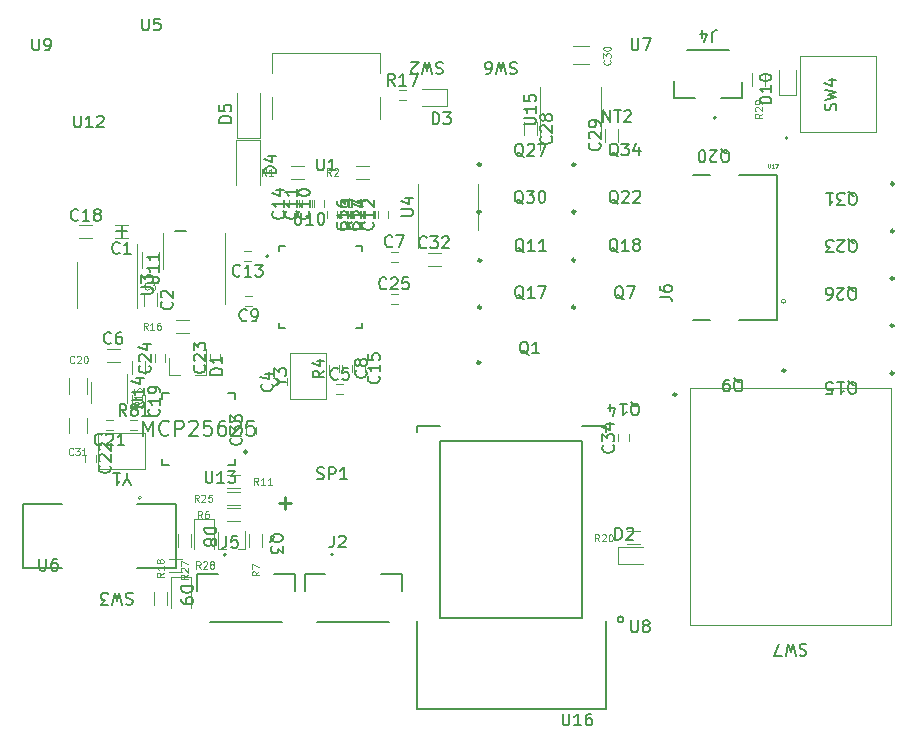
<source format=gbr>
%TF.GenerationSoftware,KiCad,Pcbnew,7.0.7*%
%TF.CreationDate,2023-08-17T16:49:06-04:00*%
%TF.ProjectId,eOPRA_interface,654f5052-415f-4696-9e74-657266616365,rev?*%
%TF.SameCoordinates,Original*%
%TF.FileFunction,Legend,Top*%
%TF.FilePolarity,Positive*%
%FSLAX46Y46*%
G04 Gerber Fmt 4.6, Leading zero omitted, Abs format (unit mm)*
G04 Created by KiCad (PCBNEW 7.0.7) date 2023-08-17 16:49:06*
%MOMM*%
%LPD*%
G01*
G04 APERTURE LIST*
%ADD10C,0.150000*%
%ADD11C,0.100000*%
%ADD12C,0.080131*%
%ADD13C,0.120000*%
%ADD14C,0.127000*%
%ADD15C,0.250000*%
%ADD16C,0.200000*%
%ADD17C,0.240000*%
G04 APERTURE END LIST*
D10*
X129929819Y-90342857D02*
X129453628Y-90676190D01*
X129929819Y-90914285D02*
X128929819Y-90914285D01*
X128929819Y-90914285D02*
X128929819Y-90533333D01*
X128929819Y-90533333D02*
X128977438Y-90438095D01*
X128977438Y-90438095D02*
X129025057Y-90390476D01*
X129025057Y-90390476D02*
X129120295Y-90342857D01*
X129120295Y-90342857D02*
X129263152Y-90342857D01*
X129263152Y-90342857D02*
X129358390Y-90390476D01*
X129358390Y-90390476D02*
X129406009Y-90438095D01*
X129406009Y-90438095D02*
X129453628Y-90533333D01*
X129453628Y-90533333D02*
X129453628Y-90914285D01*
X129025057Y-89961904D02*
X128977438Y-89914285D01*
X128977438Y-89914285D02*
X128929819Y-89819047D01*
X128929819Y-89819047D02*
X128929819Y-89580952D01*
X128929819Y-89580952D02*
X128977438Y-89485714D01*
X128977438Y-89485714D02*
X129025057Y-89438095D01*
X129025057Y-89438095D02*
X129120295Y-89390476D01*
X129120295Y-89390476D02*
X129215533Y-89390476D01*
X129215533Y-89390476D02*
X129358390Y-89438095D01*
X129358390Y-89438095D02*
X129929819Y-90009523D01*
X129929819Y-90009523D02*
X129929819Y-89390476D01*
X129263152Y-88533333D02*
X129929819Y-88533333D01*
X128882200Y-88771428D02*
X129596485Y-89009523D01*
X129596485Y-89009523D02*
X129596485Y-88390476D01*
X128854819Y-90342857D02*
X128378628Y-90676190D01*
X128854819Y-90914285D02*
X127854819Y-90914285D01*
X127854819Y-90914285D02*
X127854819Y-90533333D01*
X127854819Y-90533333D02*
X127902438Y-90438095D01*
X127902438Y-90438095D02*
X127950057Y-90390476D01*
X127950057Y-90390476D02*
X128045295Y-90342857D01*
X128045295Y-90342857D02*
X128188152Y-90342857D01*
X128188152Y-90342857D02*
X128283390Y-90390476D01*
X128283390Y-90390476D02*
X128331009Y-90438095D01*
X128331009Y-90438095D02*
X128378628Y-90533333D01*
X128378628Y-90533333D02*
X128378628Y-90914285D01*
X127950057Y-89961904D02*
X127902438Y-89914285D01*
X127902438Y-89914285D02*
X127854819Y-89819047D01*
X127854819Y-89819047D02*
X127854819Y-89580952D01*
X127854819Y-89580952D02*
X127902438Y-89485714D01*
X127902438Y-89485714D02*
X127950057Y-89438095D01*
X127950057Y-89438095D02*
X128045295Y-89390476D01*
X128045295Y-89390476D02*
X128140533Y-89390476D01*
X128140533Y-89390476D02*
X128283390Y-89438095D01*
X128283390Y-89438095D02*
X128854819Y-90009523D01*
X128854819Y-90009523D02*
X128854819Y-89390476D01*
X127854819Y-89057142D02*
X127854819Y-88438095D01*
X127854819Y-88438095D02*
X128235771Y-88771428D01*
X128235771Y-88771428D02*
X128235771Y-88628571D01*
X128235771Y-88628571D02*
X128283390Y-88533333D01*
X128283390Y-88533333D02*
X128331009Y-88485714D01*
X128331009Y-88485714D02*
X128426247Y-88438095D01*
X128426247Y-88438095D02*
X128664342Y-88438095D01*
X128664342Y-88438095D02*
X128759580Y-88485714D01*
X128759580Y-88485714D02*
X128807200Y-88533333D01*
X128807200Y-88533333D02*
X128854819Y-88628571D01*
X128854819Y-88628571D02*
X128854819Y-88914285D01*
X128854819Y-88914285D02*
X128807200Y-89009523D01*
X128807200Y-89009523D02*
X128759580Y-89057142D01*
X109801190Y-112021371D02*
X109801190Y-111545180D01*
X110134523Y-112545180D02*
X109801190Y-112021371D01*
X109801190Y-112021371D02*
X109467857Y-112545180D01*
X108610714Y-111545180D02*
X109182142Y-111545180D01*
X108896428Y-111545180D02*
X108896428Y-112545180D01*
X108896428Y-112545180D02*
X108991666Y-112402323D01*
X108991666Y-112402323D02*
X109086904Y-112307085D01*
X109086904Y-112307085D02*
X109182142Y-112259466D01*
X122763628Y-103886190D02*
X123239819Y-103886190D01*
X122239819Y-104219523D02*
X122763628Y-103886190D01*
X122763628Y-103886190D02*
X122239819Y-103552857D01*
X122239819Y-103314761D02*
X122239819Y-102695714D01*
X122239819Y-102695714D02*
X122620771Y-103029047D01*
X122620771Y-103029047D02*
X122620771Y-102886190D01*
X122620771Y-102886190D02*
X122668390Y-102790952D01*
X122668390Y-102790952D02*
X122716009Y-102743333D01*
X122716009Y-102743333D02*
X122811247Y-102695714D01*
X122811247Y-102695714D02*
X123049342Y-102695714D01*
X123049342Y-102695714D02*
X123144580Y-102743333D01*
X123144580Y-102743333D02*
X123192200Y-102790952D01*
X123192200Y-102790952D02*
X123239819Y-102886190D01*
X123239819Y-102886190D02*
X123239819Y-103171904D01*
X123239819Y-103171904D02*
X123192200Y-103267142D01*
X123192200Y-103267142D02*
X123144580Y-103314761D01*
X146640239Y-131926994D02*
X146640239Y-132737143D01*
X146640239Y-132737143D02*
X146687894Y-132832455D01*
X146687894Y-132832455D02*
X146735550Y-132880111D01*
X146735550Y-132880111D02*
X146830862Y-132927766D01*
X146830862Y-132927766D02*
X147021485Y-132927766D01*
X147021485Y-132927766D02*
X147116797Y-132880111D01*
X147116797Y-132880111D02*
X147164452Y-132832455D01*
X147164452Y-132832455D02*
X147212108Y-132737143D01*
X147212108Y-132737143D02*
X147212108Y-131926994D01*
X148212880Y-132927766D02*
X147641011Y-132927766D01*
X147926946Y-132927766D02*
X147926946Y-131926994D01*
X147926946Y-131926994D02*
X147831634Y-132069962D01*
X147831634Y-132069962D02*
X147736322Y-132165273D01*
X147736322Y-132165273D02*
X147641011Y-132212929D01*
X149070685Y-131926994D02*
X148880062Y-131926994D01*
X148880062Y-131926994D02*
X148784750Y-131974650D01*
X148784750Y-131974650D02*
X148737094Y-132022306D01*
X148737094Y-132022306D02*
X148641783Y-132165273D01*
X148641783Y-132165273D02*
X148594127Y-132355897D01*
X148594127Y-132355897D02*
X148594127Y-132737143D01*
X148594127Y-132737143D02*
X148641783Y-132832455D01*
X148641783Y-132832455D02*
X148689438Y-132880111D01*
X148689438Y-132880111D02*
X148784750Y-132927766D01*
X148784750Y-132927766D02*
X148975373Y-132927766D01*
X148975373Y-132927766D02*
X149070685Y-132880111D01*
X149070685Y-132880111D02*
X149118341Y-132832455D01*
X149118341Y-132832455D02*
X149165996Y-132737143D01*
X149165996Y-132737143D02*
X149165996Y-132498864D01*
X149165996Y-132498864D02*
X149118341Y-132403552D01*
X149118341Y-132403552D02*
X149070685Y-132355897D01*
X149070685Y-132355897D02*
X148975373Y-132308241D01*
X148975373Y-132308241D02*
X148784750Y-132308241D01*
X148784750Y-132308241D02*
X148689438Y-132355897D01*
X148689438Y-132355897D02*
X148641783Y-132403552D01*
X148641783Y-132403552D02*
X148594127Y-132498864D01*
X110243332Y-121747800D02*
X110100475Y-121700180D01*
X110100475Y-121700180D02*
X109862380Y-121700180D01*
X109862380Y-121700180D02*
X109767142Y-121747800D01*
X109767142Y-121747800D02*
X109719523Y-121795419D01*
X109719523Y-121795419D02*
X109671904Y-121890657D01*
X109671904Y-121890657D02*
X109671904Y-121985895D01*
X109671904Y-121985895D02*
X109719523Y-122081133D01*
X109719523Y-122081133D02*
X109767142Y-122128752D01*
X109767142Y-122128752D02*
X109862380Y-122176371D01*
X109862380Y-122176371D02*
X110052856Y-122223990D01*
X110052856Y-122223990D02*
X110148094Y-122271609D01*
X110148094Y-122271609D02*
X110195713Y-122319228D01*
X110195713Y-122319228D02*
X110243332Y-122414466D01*
X110243332Y-122414466D02*
X110243332Y-122509704D01*
X110243332Y-122509704D02*
X110195713Y-122604942D01*
X110195713Y-122604942D02*
X110148094Y-122652561D01*
X110148094Y-122652561D02*
X110052856Y-122700180D01*
X110052856Y-122700180D02*
X109814761Y-122700180D01*
X109814761Y-122700180D02*
X109671904Y-122652561D01*
X109338570Y-122700180D02*
X109100475Y-121700180D01*
X109100475Y-121700180D02*
X108909999Y-122414466D01*
X108909999Y-122414466D02*
X108719523Y-121700180D01*
X108719523Y-121700180D02*
X108481428Y-122700180D01*
X108195713Y-122700180D02*
X107576666Y-122700180D01*
X107576666Y-122700180D02*
X107909999Y-122319228D01*
X107909999Y-122319228D02*
X107767142Y-122319228D01*
X107767142Y-122319228D02*
X107671904Y-122271609D01*
X107671904Y-122271609D02*
X107624285Y-122223990D01*
X107624285Y-122223990D02*
X107576666Y-122128752D01*
X107576666Y-122128752D02*
X107576666Y-121890657D01*
X107576666Y-121890657D02*
X107624285Y-121795419D01*
X107624285Y-121795419D02*
X107671904Y-121747800D01*
X107671904Y-121747800D02*
X107767142Y-121700180D01*
X107767142Y-121700180D02*
X108052856Y-121700180D01*
X108052856Y-121700180D02*
X108148094Y-121747800D01*
X108148094Y-121747800D02*
X108195713Y-121795419D01*
X142743332Y-76822800D02*
X142600475Y-76775180D01*
X142600475Y-76775180D02*
X142362380Y-76775180D01*
X142362380Y-76775180D02*
X142267142Y-76822800D01*
X142267142Y-76822800D02*
X142219523Y-76870419D01*
X142219523Y-76870419D02*
X142171904Y-76965657D01*
X142171904Y-76965657D02*
X142171904Y-77060895D01*
X142171904Y-77060895D02*
X142219523Y-77156133D01*
X142219523Y-77156133D02*
X142267142Y-77203752D01*
X142267142Y-77203752D02*
X142362380Y-77251371D01*
X142362380Y-77251371D02*
X142552856Y-77298990D01*
X142552856Y-77298990D02*
X142648094Y-77346609D01*
X142648094Y-77346609D02*
X142695713Y-77394228D01*
X142695713Y-77394228D02*
X142743332Y-77489466D01*
X142743332Y-77489466D02*
X142743332Y-77584704D01*
X142743332Y-77584704D02*
X142695713Y-77679942D01*
X142695713Y-77679942D02*
X142648094Y-77727561D01*
X142648094Y-77727561D02*
X142552856Y-77775180D01*
X142552856Y-77775180D02*
X142314761Y-77775180D01*
X142314761Y-77775180D02*
X142171904Y-77727561D01*
X141838570Y-77775180D02*
X141600475Y-76775180D01*
X141600475Y-76775180D02*
X141409999Y-77489466D01*
X141409999Y-77489466D02*
X141219523Y-76775180D01*
X141219523Y-76775180D02*
X140981428Y-77775180D01*
X140171904Y-77775180D02*
X140362380Y-77775180D01*
X140362380Y-77775180D02*
X140457618Y-77727561D01*
X140457618Y-77727561D02*
X140505237Y-77679942D01*
X140505237Y-77679942D02*
X140600475Y-77537085D01*
X140600475Y-77537085D02*
X140648094Y-77346609D01*
X140648094Y-77346609D02*
X140648094Y-76965657D01*
X140648094Y-76965657D02*
X140600475Y-76870419D01*
X140600475Y-76870419D02*
X140552856Y-76822800D01*
X140552856Y-76822800D02*
X140457618Y-76775180D01*
X140457618Y-76775180D02*
X140267142Y-76775180D01*
X140267142Y-76775180D02*
X140171904Y-76822800D01*
X140171904Y-76822800D02*
X140124285Y-76870419D01*
X140124285Y-76870419D02*
X140076666Y-76965657D01*
X140076666Y-76965657D02*
X140076666Y-77203752D01*
X140076666Y-77203752D02*
X140124285Y-77298990D01*
X140124285Y-77298990D02*
X140171904Y-77346609D01*
X140171904Y-77346609D02*
X140267142Y-77394228D01*
X140267142Y-77394228D02*
X140457618Y-77394228D01*
X140457618Y-77394228D02*
X140552856Y-77346609D01*
X140552856Y-77346609D02*
X140600475Y-77298990D01*
X140600475Y-77298990D02*
X140648094Y-77203752D01*
X136493332Y-76822800D02*
X136350475Y-76775180D01*
X136350475Y-76775180D02*
X136112380Y-76775180D01*
X136112380Y-76775180D02*
X136017142Y-76822800D01*
X136017142Y-76822800D02*
X135969523Y-76870419D01*
X135969523Y-76870419D02*
X135921904Y-76965657D01*
X135921904Y-76965657D02*
X135921904Y-77060895D01*
X135921904Y-77060895D02*
X135969523Y-77156133D01*
X135969523Y-77156133D02*
X136017142Y-77203752D01*
X136017142Y-77203752D02*
X136112380Y-77251371D01*
X136112380Y-77251371D02*
X136302856Y-77298990D01*
X136302856Y-77298990D02*
X136398094Y-77346609D01*
X136398094Y-77346609D02*
X136445713Y-77394228D01*
X136445713Y-77394228D02*
X136493332Y-77489466D01*
X136493332Y-77489466D02*
X136493332Y-77584704D01*
X136493332Y-77584704D02*
X136445713Y-77679942D01*
X136445713Y-77679942D02*
X136398094Y-77727561D01*
X136398094Y-77727561D02*
X136302856Y-77775180D01*
X136302856Y-77775180D02*
X136064761Y-77775180D01*
X136064761Y-77775180D02*
X135921904Y-77727561D01*
X135588570Y-77775180D02*
X135350475Y-76775180D01*
X135350475Y-76775180D02*
X135159999Y-77489466D01*
X135159999Y-77489466D02*
X134969523Y-76775180D01*
X134969523Y-76775180D02*
X134731428Y-77775180D01*
X134398094Y-77679942D02*
X134350475Y-77727561D01*
X134350475Y-77727561D02*
X134255237Y-77775180D01*
X134255237Y-77775180D02*
X134017142Y-77775180D01*
X134017142Y-77775180D02*
X133921904Y-77727561D01*
X133921904Y-77727561D02*
X133874285Y-77679942D01*
X133874285Y-77679942D02*
X133826666Y-77584704D01*
X133826666Y-77584704D02*
X133826666Y-77489466D01*
X133826666Y-77489466D02*
X133874285Y-77346609D01*
X133874285Y-77346609D02*
X134445713Y-76775180D01*
X134445713Y-76775180D02*
X133826666Y-76775180D01*
X119409580Y-108567857D02*
X119457200Y-108615476D01*
X119457200Y-108615476D02*
X119504819Y-108758333D01*
X119504819Y-108758333D02*
X119504819Y-108853571D01*
X119504819Y-108853571D02*
X119457200Y-108996428D01*
X119457200Y-108996428D02*
X119361961Y-109091666D01*
X119361961Y-109091666D02*
X119266723Y-109139285D01*
X119266723Y-109139285D02*
X119076247Y-109186904D01*
X119076247Y-109186904D02*
X118933390Y-109186904D01*
X118933390Y-109186904D02*
X118742914Y-109139285D01*
X118742914Y-109139285D02*
X118647676Y-109091666D01*
X118647676Y-109091666D02*
X118552438Y-108996428D01*
X118552438Y-108996428D02*
X118504819Y-108853571D01*
X118504819Y-108853571D02*
X118504819Y-108758333D01*
X118504819Y-108758333D02*
X118552438Y-108615476D01*
X118552438Y-108615476D02*
X118600057Y-108567857D01*
X118504819Y-108234523D02*
X118504819Y-107615476D01*
X118504819Y-107615476D02*
X118885771Y-107948809D01*
X118885771Y-107948809D02*
X118885771Y-107805952D01*
X118885771Y-107805952D02*
X118933390Y-107710714D01*
X118933390Y-107710714D02*
X118981009Y-107663095D01*
X118981009Y-107663095D02*
X119076247Y-107615476D01*
X119076247Y-107615476D02*
X119314342Y-107615476D01*
X119314342Y-107615476D02*
X119409580Y-107663095D01*
X119409580Y-107663095D02*
X119457200Y-107710714D01*
X119457200Y-107710714D02*
X119504819Y-107805952D01*
X119504819Y-107805952D02*
X119504819Y-108091666D01*
X119504819Y-108091666D02*
X119457200Y-108186904D01*
X119457200Y-108186904D02*
X119409580Y-108234523D01*
X118504819Y-107282142D02*
X118504819Y-106663095D01*
X118504819Y-106663095D02*
X118885771Y-106996428D01*
X118885771Y-106996428D02*
X118885771Y-106853571D01*
X118885771Y-106853571D02*
X118933390Y-106758333D01*
X118933390Y-106758333D02*
X118981009Y-106710714D01*
X118981009Y-106710714D02*
X119076247Y-106663095D01*
X119076247Y-106663095D02*
X119314342Y-106663095D01*
X119314342Y-106663095D02*
X119409580Y-106710714D01*
X119409580Y-106710714D02*
X119457200Y-106758333D01*
X119457200Y-106758333D02*
X119504819Y-106853571D01*
X119504819Y-106853571D02*
X119504819Y-107139285D01*
X119504819Y-107139285D02*
X119457200Y-107234523D01*
X119457200Y-107234523D02*
X119409580Y-107282142D01*
X117829819Y-103238094D02*
X116829819Y-103238094D01*
X116829819Y-103238094D02*
X116829819Y-102999999D01*
X116829819Y-102999999D02*
X116877438Y-102857142D01*
X116877438Y-102857142D02*
X116972676Y-102761904D01*
X116972676Y-102761904D02*
X117067914Y-102714285D01*
X117067914Y-102714285D02*
X117258390Y-102666666D01*
X117258390Y-102666666D02*
X117401247Y-102666666D01*
X117401247Y-102666666D02*
X117591723Y-102714285D01*
X117591723Y-102714285D02*
X117686961Y-102761904D01*
X117686961Y-102761904D02*
X117782200Y-102857142D01*
X117782200Y-102857142D02*
X117829819Y-102999999D01*
X117829819Y-102999999D02*
X117829819Y-103238094D01*
X117829819Y-101714285D02*
X117829819Y-102285713D01*
X117829819Y-101999999D02*
X116829819Y-101999999D01*
X116829819Y-101999999D02*
X116972676Y-102095237D01*
X116972676Y-102095237D02*
X117067914Y-102190475D01*
X117067914Y-102190475D02*
X117115533Y-102285713D01*
X143323571Y-88770057D02*
X143228333Y-88722438D01*
X143228333Y-88722438D02*
X143133095Y-88627200D01*
X143133095Y-88627200D02*
X142990238Y-88484342D01*
X142990238Y-88484342D02*
X142895000Y-88436723D01*
X142895000Y-88436723D02*
X142799762Y-88436723D01*
X142847381Y-88674819D02*
X142752143Y-88627200D01*
X142752143Y-88627200D02*
X142656905Y-88531961D01*
X142656905Y-88531961D02*
X142609286Y-88341485D01*
X142609286Y-88341485D02*
X142609286Y-88008152D01*
X142609286Y-88008152D02*
X142656905Y-87817676D01*
X142656905Y-87817676D02*
X142752143Y-87722438D01*
X142752143Y-87722438D02*
X142847381Y-87674819D01*
X142847381Y-87674819D02*
X143037857Y-87674819D01*
X143037857Y-87674819D02*
X143133095Y-87722438D01*
X143133095Y-87722438D02*
X143228333Y-87817676D01*
X143228333Y-87817676D02*
X143275952Y-88008152D01*
X143275952Y-88008152D02*
X143275952Y-88341485D01*
X143275952Y-88341485D02*
X143228333Y-88531961D01*
X143228333Y-88531961D02*
X143133095Y-88627200D01*
X143133095Y-88627200D02*
X143037857Y-88674819D01*
X143037857Y-88674819D02*
X142847381Y-88674819D01*
X143609286Y-87674819D02*
X144228333Y-87674819D01*
X144228333Y-87674819D02*
X143895000Y-88055771D01*
X143895000Y-88055771D02*
X144037857Y-88055771D01*
X144037857Y-88055771D02*
X144133095Y-88103390D01*
X144133095Y-88103390D02*
X144180714Y-88151009D01*
X144180714Y-88151009D02*
X144228333Y-88246247D01*
X144228333Y-88246247D02*
X144228333Y-88484342D01*
X144228333Y-88484342D02*
X144180714Y-88579580D01*
X144180714Y-88579580D02*
X144133095Y-88627200D01*
X144133095Y-88627200D02*
X144037857Y-88674819D01*
X144037857Y-88674819D02*
X143752143Y-88674819D01*
X143752143Y-88674819D02*
X143656905Y-88627200D01*
X143656905Y-88627200D02*
X143609286Y-88579580D01*
X144847381Y-87674819D02*
X144942619Y-87674819D01*
X144942619Y-87674819D02*
X145037857Y-87722438D01*
X145037857Y-87722438D02*
X145085476Y-87770057D01*
X145085476Y-87770057D02*
X145133095Y-87865295D01*
X145133095Y-87865295D02*
X145180714Y-88055771D01*
X145180714Y-88055771D02*
X145180714Y-88293866D01*
X145180714Y-88293866D02*
X145133095Y-88484342D01*
X145133095Y-88484342D02*
X145085476Y-88579580D01*
X145085476Y-88579580D02*
X145037857Y-88627200D01*
X145037857Y-88627200D02*
X144942619Y-88674819D01*
X144942619Y-88674819D02*
X144847381Y-88674819D01*
X144847381Y-88674819D02*
X144752143Y-88627200D01*
X144752143Y-88627200D02*
X144704524Y-88579580D01*
X144704524Y-88579580D02*
X144656905Y-88484342D01*
X144656905Y-88484342D02*
X144609286Y-88293866D01*
X144609286Y-88293866D02*
X144609286Y-88055771D01*
X144609286Y-88055771D02*
X144656905Y-87865295D01*
X144656905Y-87865295D02*
X144704524Y-87770057D01*
X144704524Y-87770057D02*
X144752143Y-87722438D01*
X144752143Y-87722438D02*
X144847381Y-87674819D01*
X111038095Y-73079819D02*
X111038095Y-73889342D01*
X111038095Y-73889342D02*
X111085714Y-73984580D01*
X111085714Y-73984580D02*
X111133333Y-74032200D01*
X111133333Y-74032200D02*
X111228571Y-74079819D01*
X111228571Y-74079819D02*
X111419047Y-74079819D01*
X111419047Y-74079819D02*
X111514285Y-74032200D01*
X111514285Y-74032200D02*
X111561904Y-73984580D01*
X111561904Y-73984580D02*
X111609523Y-73889342D01*
X111609523Y-73889342D02*
X111609523Y-73079819D01*
X112561904Y-73079819D02*
X112085714Y-73079819D01*
X112085714Y-73079819D02*
X112038095Y-73556009D01*
X112038095Y-73556009D02*
X112085714Y-73508390D01*
X112085714Y-73508390D02*
X112180952Y-73460771D01*
X112180952Y-73460771D02*
X112419047Y-73460771D01*
X112419047Y-73460771D02*
X112514285Y-73508390D01*
X112514285Y-73508390D02*
X112561904Y-73556009D01*
X112561904Y-73556009D02*
X112609523Y-73651247D01*
X112609523Y-73651247D02*
X112609523Y-73889342D01*
X112609523Y-73889342D02*
X112561904Y-73984580D01*
X112561904Y-73984580D02*
X112514285Y-74032200D01*
X112514285Y-74032200D02*
X112419047Y-74079819D01*
X112419047Y-74079819D02*
X112180952Y-74079819D01*
X112180952Y-74079819D02*
X112085714Y-74032200D01*
X112085714Y-74032200D02*
X112038095Y-73984580D01*
X143341071Y-84775057D02*
X143245833Y-84727438D01*
X143245833Y-84727438D02*
X143150595Y-84632200D01*
X143150595Y-84632200D02*
X143007738Y-84489342D01*
X143007738Y-84489342D02*
X142912500Y-84441723D01*
X142912500Y-84441723D02*
X142817262Y-84441723D01*
X142864881Y-84679819D02*
X142769643Y-84632200D01*
X142769643Y-84632200D02*
X142674405Y-84536961D01*
X142674405Y-84536961D02*
X142626786Y-84346485D01*
X142626786Y-84346485D02*
X142626786Y-84013152D01*
X142626786Y-84013152D02*
X142674405Y-83822676D01*
X142674405Y-83822676D02*
X142769643Y-83727438D01*
X142769643Y-83727438D02*
X142864881Y-83679819D01*
X142864881Y-83679819D02*
X143055357Y-83679819D01*
X143055357Y-83679819D02*
X143150595Y-83727438D01*
X143150595Y-83727438D02*
X143245833Y-83822676D01*
X143245833Y-83822676D02*
X143293452Y-84013152D01*
X143293452Y-84013152D02*
X143293452Y-84346485D01*
X143293452Y-84346485D02*
X143245833Y-84536961D01*
X143245833Y-84536961D02*
X143150595Y-84632200D01*
X143150595Y-84632200D02*
X143055357Y-84679819D01*
X143055357Y-84679819D02*
X142864881Y-84679819D01*
X143674405Y-83775057D02*
X143722024Y-83727438D01*
X143722024Y-83727438D02*
X143817262Y-83679819D01*
X143817262Y-83679819D02*
X144055357Y-83679819D01*
X144055357Y-83679819D02*
X144150595Y-83727438D01*
X144150595Y-83727438D02*
X144198214Y-83775057D01*
X144198214Y-83775057D02*
X144245833Y-83870295D01*
X144245833Y-83870295D02*
X144245833Y-83965533D01*
X144245833Y-83965533D02*
X144198214Y-84108390D01*
X144198214Y-84108390D02*
X143626786Y-84679819D01*
X143626786Y-84679819D02*
X144245833Y-84679819D01*
X144579167Y-83679819D02*
X145245833Y-83679819D01*
X145245833Y-83679819D02*
X144817262Y-84679819D01*
D11*
X105289285Y-102185228D02*
X105260713Y-102213800D01*
X105260713Y-102213800D02*
X105174999Y-102242371D01*
X105174999Y-102242371D02*
X105117856Y-102242371D01*
X105117856Y-102242371D02*
X105032142Y-102213800D01*
X105032142Y-102213800D02*
X104974999Y-102156657D01*
X104974999Y-102156657D02*
X104946428Y-102099514D01*
X104946428Y-102099514D02*
X104917856Y-101985228D01*
X104917856Y-101985228D02*
X104917856Y-101899514D01*
X104917856Y-101899514D02*
X104946428Y-101785228D01*
X104946428Y-101785228D02*
X104974999Y-101728085D01*
X104974999Y-101728085D02*
X105032142Y-101670942D01*
X105032142Y-101670942D02*
X105117856Y-101642371D01*
X105117856Y-101642371D02*
X105174999Y-101642371D01*
X105174999Y-101642371D02*
X105260713Y-101670942D01*
X105260713Y-101670942D02*
X105289285Y-101699514D01*
X105517856Y-101699514D02*
X105546428Y-101670942D01*
X105546428Y-101670942D02*
X105603571Y-101642371D01*
X105603571Y-101642371D02*
X105746428Y-101642371D01*
X105746428Y-101642371D02*
X105803571Y-101670942D01*
X105803571Y-101670942D02*
X105832142Y-101699514D01*
X105832142Y-101699514D02*
X105860713Y-101756657D01*
X105860713Y-101756657D02*
X105860713Y-101813800D01*
X105860713Y-101813800D02*
X105832142Y-101899514D01*
X105832142Y-101899514D02*
X105489285Y-102242371D01*
X105489285Y-102242371D02*
X105860713Y-102242371D01*
X106232142Y-101642371D02*
X106289285Y-101642371D01*
X106289285Y-101642371D02*
X106346428Y-101670942D01*
X106346428Y-101670942D02*
X106375000Y-101699514D01*
X106375000Y-101699514D02*
X106403571Y-101756657D01*
X106403571Y-101756657D02*
X106432142Y-101870942D01*
X106432142Y-101870942D02*
X106432142Y-102013800D01*
X106432142Y-102013800D02*
X106403571Y-102128085D01*
X106403571Y-102128085D02*
X106375000Y-102185228D01*
X106375000Y-102185228D02*
X106346428Y-102213800D01*
X106346428Y-102213800D02*
X106289285Y-102242371D01*
X106289285Y-102242371D02*
X106232142Y-102242371D01*
X106232142Y-102242371D02*
X106175000Y-102213800D01*
X106175000Y-102213800D02*
X106146428Y-102185228D01*
X106146428Y-102185228D02*
X106117857Y-102128085D01*
X106117857Y-102128085D02*
X106089285Y-102013800D01*
X106089285Y-102013800D02*
X106089285Y-101870942D01*
X106089285Y-101870942D02*
X106117857Y-101756657D01*
X106117857Y-101756657D02*
X106146428Y-101699514D01*
X106146428Y-101699514D02*
X106175000Y-101670942D01*
X106175000Y-101670942D02*
X106232142Y-101642371D01*
D10*
X169782200Y-80858332D02*
X169829819Y-80715475D01*
X169829819Y-80715475D02*
X169829819Y-80477380D01*
X169829819Y-80477380D02*
X169782200Y-80382142D01*
X169782200Y-80382142D02*
X169734580Y-80334523D01*
X169734580Y-80334523D02*
X169639342Y-80286904D01*
X169639342Y-80286904D02*
X169544104Y-80286904D01*
X169544104Y-80286904D02*
X169448866Y-80334523D01*
X169448866Y-80334523D02*
X169401247Y-80382142D01*
X169401247Y-80382142D02*
X169353628Y-80477380D01*
X169353628Y-80477380D02*
X169306009Y-80667856D01*
X169306009Y-80667856D02*
X169258390Y-80763094D01*
X169258390Y-80763094D02*
X169210771Y-80810713D01*
X169210771Y-80810713D02*
X169115533Y-80858332D01*
X169115533Y-80858332D02*
X169020295Y-80858332D01*
X169020295Y-80858332D02*
X168925057Y-80810713D01*
X168925057Y-80810713D02*
X168877438Y-80763094D01*
X168877438Y-80763094D02*
X168829819Y-80667856D01*
X168829819Y-80667856D02*
X168829819Y-80429761D01*
X168829819Y-80429761D02*
X168877438Y-80286904D01*
X168829819Y-79953570D02*
X169829819Y-79715475D01*
X169829819Y-79715475D02*
X169115533Y-79524999D01*
X169115533Y-79524999D02*
X169829819Y-79334523D01*
X169829819Y-79334523D02*
X168829819Y-79096428D01*
X169163152Y-78286904D02*
X169829819Y-78286904D01*
X168782200Y-78524999D02*
X169496485Y-78763094D01*
X169496485Y-78763094D02*
X169496485Y-78144047D01*
X108284580Y-110942857D02*
X108332200Y-110990476D01*
X108332200Y-110990476D02*
X108379819Y-111133333D01*
X108379819Y-111133333D02*
X108379819Y-111228571D01*
X108379819Y-111228571D02*
X108332200Y-111371428D01*
X108332200Y-111371428D02*
X108236961Y-111466666D01*
X108236961Y-111466666D02*
X108141723Y-111514285D01*
X108141723Y-111514285D02*
X107951247Y-111561904D01*
X107951247Y-111561904D02*
X107808390Y-111561904D01*
X107808390Y-111561904D02*
X107617914Y-111514285D01*
X107617914Y-111514285D02*
X107522676Y-111466666D01*
X107522676Y-111466666D02*
X107427438Y-111371428D01*
X107427438Y-111371428D02*
X107379819Y-111228571D01*
X107379819Y-111228571D02*
X107379819Y-111133333D01*
X107379819Y-111133333D02*
X107427438Y-110990476D01*
X107427438Y-110990476D02*
X107475057Y-110942857D01*
X107475057Y-110561904D02*
X107427438Y-110514285D01*
X107427438Y-110514285D02*
X107379819Y-110419047D01*
X107379819Y-110419047D02*
X107379819Y-110180952D01*
X107379819Y-110180952D02*
X107427438Y-110085714D01*
X107427438Y-110085714D02*
X107475057Y-110038095D01*
X107475057Y-110038095D02*
X107570295Y-109990476D01*
X107570295Y-109990476D02*
X107665533Y-109990476D01*
X107665533Y-109990476D02*
X107808390Y-110038095D01*
X107808390Y-110038095D02*
X108379819Y-110609523D01*
X108379819Y-110609523D02*
X108379819Y-109990476D01*
X107475057Y-109609523D02*
X107427438Y-109561904D01*
X107427438Y-109561904D02*
X107379819Y-109466666D01*
X107379819Y-109466666D02*
X107379819Y-109228571D01*
X107379819Y-109228571D02*
X107427438Y-109133333D01*
X107427438Y-109133333D02*
X107475057Y-109085714D01*
X107475057Y-109085714D02*
X107570295Y-109038095D01*
X107570295Y-109038095D02*
X107665533Y-109038095D01*
X107665533Y-109038095D02*
X107808390Y-109085714D01*
X107808390Y-109085714D02*
X108379819Y-109657142D01*
X108379819Y-109657142D02*
X108379819Y-109038095D01*
X135636905Y-82029819D02*
X135636905Y-81029819D01*
X135636905Y-81029819D02*
X135875000Y-81029819D01*
X135875000Y-81029819D02*
X136017857Y-81077438D01*
X136017857Y-81077438D02*
X136113095Y-81172676D01*
X136113095Y-81172676D02*
X136160714Y-81267914D01*
X136160714Y-81267914D02*
X136208333Y-81458390D01*
X136208333Y-81458390D02*
X136208333Y-81601247D01*
X136208333Y-81601247D02*
X136160714Y-81791723D01*
X136160714Y-81791723D02*
X136113095Y-81886961D01*
X136113095Y-81886961D02*
X136017857Y-81982200D01*
X136017857Y-81982200D02*
X135875000Y-82029819D01*
X135875000Y-82029819D02*
X135636905Y-82029819D01*
X136541667Y-81029819D02*
X137160714Y-81029819D01*
X137160714Y-81029819D02*
X136827381Y-81410771D01*
X136827381Y-81410771D02*
X136970238Y-81410771D01*
X136970238Y-81410771D02*
X137065476Y-81458390D01*
X137065476Y-81458390D02*
X137113095Y-81506009D01*
X137113095Y-81506009D02*
X137160714Y-81601247D01*
X137160714Y-81601247D02*
X137160714Y-81839342D01*
X137160714Y-81839342D02*
X137113095Y-81934580D01*
X137113095Y-81934580D02*
X137065476Y-81982200D01*
X137065476Y-81982200D02*
X136970238Y-82029819D01*
X136970238Y-82029819D02*
X136684524Y-82029819D01*
X136684524Y-82029819D02*
X136589286Y-81982200D01*
X136589286Y-81982200D02*
X136541667Y-81934580D01*
X135127142Y-92429580D02*
X135079523Y-92477200D01*
X135079523Y-92477200D02*
X134936666Y-92524819D01*
X134936666Y-92524819D02*
X134841428Y-92524819D01*
X134841428Y-92524819D02*
X134698571Y-92477200D01*
X134698571Y-92477200D02*
X134603333Y-92381961D01*
X134603333Y-92381961D02*
X134555714Y-92286723D01*
X134555714Y-92286723D02*
X134508095Y-92096247D01*
X134508095Y-92096247D02*
X134508095Y-91953390D01*
X134508095Y-91953390D02*
X134555714Y-91762914D01*
X134555714Y-91762914D02*
X134603333Y-91667676D01*
X134603333Y-91667676D02*
X134698571Y-91572438D01*
X134698571Y-91572438D02*
X134841428Y-91524819D01*
X134841428Y-91524819D02*
X134936666Y-91524819D01*
X134936666Y-91524819D02*
X135079523Y-91572438D01*
X135079523Y-91572438D02*
X135127142Y-91620057D01*
X135460476Y-91524819D02*
X136079523Y-91524819D01*
X136079523Y-91524819D02*
X135746190Y-91905771D01*
X135746190Y-91905771D02*
X135889047Y-91905771D01*
X135889047Y-91905771D02*
X135984285Y-91953390D01*
X135984285Y-91953390D02*
X136031904Y-92001009D01*
X136031904Y-92001009D02*
X136079523Y-92096247D01*
X136079523Y-92096247D02*
X136079523Y-92334342D01*
X136079523Y-92334342D02*
X136031904Y-92429580D01*
X136031904Y-92429580D02*
X135984285Y-92477200D01*
X135984285Y-92477200D02*
X135889047Y-92524819D01*
X135889047Y-92524819D02*
X135603333Y-92524819D01*
X135603333Y-92524819D02*
X135508095Y-92477200D01*
X135508095Y-92477200D02*
X135460476Y-92429580D01*
X136460476Y-91620057D02*
X136508095Y-91572438D01*
X136508095Y-91572438D02*
X136603333Y-91524819D01*
X136603333Y-91524819D02*
X136841428Y-91524819D01*
X136841428Y-91524819D02*
X136936666Y-91572438D01*
X136936666Y-91572438D02*
X136984285Y-91620057D01*
X136984285Y-91620057D02*
X137031904Y-91715295D01*
X137031904Y-91715295D02*
X137031904Y-91810533D01*
X137031904Y-91810533D02*
X136984285Y-91953390D01*
X136984285Y-91953390D02*
X136412857Y-92524819D01*
X136412857Y-92524819D02*
X137031904Y-92524819D01*
X152488095Y-74764819D02*
X152488095Y-75574342D01*
X152488095Y-75574342D02*
X152535714Y-75669580D01*
X152535714Y-75669580D02*
X152583333Y-75717200D01*
X152583333Y-75717200D02*
X152678571Y-75764819D01*
X152678571Y-75764819D02*
X152869047Y-75764819D01*
X152869047Y-75764819D02*
X152964285Y-75717200D01*
X152964285Y-75717200D02*
X153011904Y-75669580D01*
X153011904Y-75669580D02*
X153059523Y-75574342D01*
X153059523Y-75574342D02*
X153059523Y-74764819D01*
X153440476Y-74764819D02*
X154107142Y-74764819D01*
X154107142Y-74764819D02*
X153678571Y-75764819D01*
X151804761Y-96855057D02*
X151709523Y-96807438D01*
X151709523Y-96807438D02*
X151614285Y-96712200D01*
X151614285Y-96712200D02*
X151471428Y-96569342D01*
X151471428Y-96569342D02*
X151376190Y-96521723D01*
X151376190Y-96521723D02*
X151280952Y-96521723D01*
X151328571Y-96759819D02*
X151233333Y-96712200D01*
X151233333Y-96712200D02*
X151138095Y-96616961D01*
X151138095Y-96616961D02*
X151090476Y-96426485D01*
X151090476Y-96426485D02*
X151090476Y-96093152D01*
X151090476Y-96093152D02*
X151138095Y-95902676D01*
X151138095Y-95902676D02*
X151233333Y-95807438D01*
X151233333Y-95807438D02*
X151328571Y-95759819D01*
X151328571Y-95759819D02*
X151519047Y-95759819D01*
X151519047Y-95759819D02*
X151614285Y-95807438D01*
X151614285Y-95807438D02*
X151709523Y-95902676D01*
X151709523Y-95902676D02*
X151757142Y-96093152D01*
X151757142Y-96093152D02*
X151757142Y-96426485D01*
X151757142Y-96426485D02*
X151709523Y-96616961D01*
X151709523Y-96616961D02*
X151614285Y-96712200D01*
X151614285Y-96712200D02*
X151519047Y-96759819D01*
X151519047Y-96759819D02*
X151328571Y-96759819D01*
X152090476Y-95759819D02*
X152757142Y-95759819D01*
X152757142Y-95759819D02*
X152328571Y-96759819D01*
X123956905Y-89524819D02*
X123956905Y-90334342D01*
X123956905Y-90334342D02*
X124004524Y-90429580D01*
X124004524Y-90429580D02*
X124052143Y-90477200D01*
X124052143Y-90477200D02*
X124147381Y-90524819D01*
X124147381Y-90524819D02*
X124337857Y-90524819D01*
X124337857Y-90524819D02*
X124433095Y-90477200D01*
X124433095Y-90477200D02*
X124480714Y-90429580D01*
X124480714Y-90429580D02*
X124528333Y-90334342D01*
X124528333Y-90334342D02*
X124528333Y-89524819D01*
X125528333Y-90524819D02*
X124956905Y-90524819D01*
X125242619Y-90524819D02*
X125242619Y-89524819D01*
X125242619Y-89524819D02*
X125147381Y-89667676D01*
X125147381Y-89667676D02*
X125052143Y-89762914D01*
X125052143Y-89762914D02*
X124956905Y-89810533D01*
X126147381Y-89524819D02*
X126242619Y-89524819D01*
X126242619Y-89524819D02*
X126337857Y-89572438D01*
X126337857Y-89572438D02*
X126385476Y-89620057D01*
X126385476Y-89620057D02*
X126433095Y-89715295D01*
X126433095Y-89715295D02*
X126480714Y-89905771D01*
X126480714Y-89905771D02*
X126480714Y-90143866D01*
X126480714Y-90143866D02*
X126433095Y-90334342D01*
X126433095Y-90334342D02*
X126385476Y-90429580D01*
X126385476Y-90429580D02*
X126337857Y-90477200D01*
X126337857Y-90477200D02*
X126242619Y-90524819D01*
X126242619Y-90524819D02*
X126147381Y-90524819D01*
X126147381Y-90524819D02*
X126052143Y-90477200D01*
X126052143Y-90477200D02*
X126004524Y-90429580D01*
X126004524Y-90429580D02*
X125956905Y-90334342D01*
X125956905Y-90334342D02*
X125909286Y-90143866D01*
X125909286Y-90143866D02*
X125909286Y-89905771D01*
X125909286Y-89905771D02*
X125956905Y-89715295D01*
X125956905Y-89715295D02*
X126004524Y-89620057D01*
X126004524Y-89620057D02*
X126052143Y-89572438D01*
X126052143Y-89572438D02*
X126147381Y-89524819D01*
X151111905Y-117204819D02*
X151111905Y-116204819D01*
X151111905Y-116204819D02*
X151350000Y-116204819D01*
X151350000Y-116204819D02*
X151492857Y-116252438D01*
X151492857Y-116252438D02*
X151588095Y-116347676D01*
X151588095Y-116347676D02*
X151635714Y-116442914D01*
X151635714Y-116442914D02*
X151683333Y-116633390D01*
X151683333Y-116633390D02*
X151683333Y-116776247D01*
X151683333Y-116776247D02*
X151635714Y-116966723D01*
X151635714Y-116966723D02*
X151588095Y-117061961D01*
X151588095Y-117061961D02*
X151492857Y-117157200D01*
X151492857Y-117157200D02*
X151350000Y-117204819D01*
X151350000Y-117204819D02*
X151111905Y-117204819D01*
X152064286Y-116300057D02*
X152111905Y-116252438D01*
X152111905Y-116252438D02*
X152207143Y-116204819D01*
X152207143Y-116204819D02*
X152445238Y-116204819D01*
X152445238Y-116204819D02*
X152540476Y-116252438D01*
X152540476Y-116252438D02*
X152588095Y-116300057D01*
X152588095Y-116300057D02*
X152635714Y-116395295D01*
X152635714Y-116395295D02*
X152635714Y-116490533D01*
X152635714Y-116490533D02*
X152588095Y-116633390D01*
X152588095Y-116633390D02*
X152016667Y-117204819D01*
X152016667Y-117204819D02*
X152635714Y-117204819D01*
X143379819Y-82038094D02*
X144189342Y-82038094D01*
X144189342Y-82038094D02*
X144284580Y-81990475D01*
X144284580Y-81990475D02*
X144332200Y-81942856D01*
X144332200Y-81942856D02*
X144379819Y-81847618D01*
X144379819Y-81847618D02*
X144379819Y-81657142D01*
X144379819Y-81657142D02*
X144332200Y-81561904D01*
X144332200Y-81561904D02*
X144284580Y-81514285D01*
X144284580Y-81514285D02*
X144189342Y-81466666D01*
X144189342Y-81466666D02*
X143379819Y-81466666D01*
X144379819Y-80466666D02*
X144379819Y-81038094D01*
X144379819Y-80752380D02*
X143379819Y-80752380D01*
X143379819Y-80752380D02*
X143522676Y-80847618D01*
X143522676Y-80847618D02*
X143617914Y-80942856D01*
X143617914Y-80942856D02*
X143665533Y-81038094D01*
X143379819Y-79561904D02*
X143379819Y-80038094D01*
X143379819Y-80038094D02*
X143856009Y-80085713D01*
X143856009Y-80085713D02*
X143808390Y-80038094D01*
X143808390Y-80038094D02*
X143760771Y-79942856D01*
X143760771Y-79942856D02*
X143760771Y-79704761D01*
X143760771Y-79704761D02*
X143808390Y-79609523D01*
X143808390Y-79609523D02*
X143856009Y-79561904D01*
X143856009Y-79561904D02*
X143951247Y-79514285D01*
X143951247Y-79514285D02*
X144189342Y-79514285D01*
X144189342Y-79514285D02*
X144284580Y-79561904D01*
X144284580Y-79561904D02*
X144332200Y-79609523D01*
X144332200Y-79609523D02*
X144379819Y-79704761D01*
X144379819Y-79704761D02*
X144379819Y-79942856D01*
X144379819Y-79942856D02*
X144332200Y-80038094D01*
X144332200Y-80038094D02*
X144284580Y-80085713D01*
X143363571Y-96850057D02*
X143268333Y-96802438D01*
X143268333Y-96802438D02*
X143173095Y-96707200D01*
X143173095Y-96707200D02*
X143030238Y-96564342D01*
X143030238Y-96564342D02*
X142935000Y-96516723D01*
X142935000Y-96516723D02*
X142839762Y-96516723D01*
X142887381Y-96754819D02*
X142792143Y-96707200D01*
X142792143Y-96707200D02*
X142696905Y-96611961D01*
X142696905Y-96611961D02*
X142649286Y-96421485D01*
X142649286Y-96421485D02*
X142649286Y-96088152D01*
X142649286Y-96088152D02*
X142696905Y-95897676D01*
X142696905Y-95897676D02*
X142792143Y-95802438D01*
X142792143Y-95802438D02*
X142887381Y-95754819D01*
X142887381Y-95754819D02*
X143077857Y-95754819D01*
X143077857Y-95754819D02*
X143173095Y-95802438D01*
X143173095Y-95802438D02*
X143268333Y-95897676D01*
X143268333Y-95897676D02*
X143315952Y-96088152D01*
X143315952Y-96088152D02*
X143315952Y-96421485D01*
X143315952Y-96421485D02*
X143268333Y-96611961D01*
X143268333Y-96611961D02*
X143173095Y-96707200D01*
X143173095Y-96707200D02*
X143077857Y-96754819D01*
X143077857Y-96754819D02*
X142887381Y-96754819D01*
X144268333Y-96754819D02*
X143696905Y-96754819D01*
X143982619Y-96754819D02*
X143982619Y-95754819D01*
X143982619Y-95754819D02*
X143887381Y-95897676D01*
X143887381Y-95897676D02*
X143792143Y-95992914D01*
X143792143Y-95992914D02*
X143696905Y-96040533D01*
X144601667Y-95754819D02*
X145268333Y-95754819D01*
X145268333Y-95754819D02*
X144839762Y-96754819D01*
X167283332Y-126067800D02*
X167140475Y-126020180D01*
X167140475Y-126020180D02*
X166902380Y-126020180D01*
X166902380Y-126020180D02*
X166807142Y-126067800D01*
X166807142Y-126067800D02*
X166759523Y-126115419D01*
X166759523Y-126115419D02*
X166711904Y-126210657D01*
X166711904Y-126210657D02*
X166711904Y-126305895D01*
X166711904Y-126305895D02*
X166759523Y-126401133D01*
X166759523Y-126401133D02*
X166807142Y-126448752D01*
X166807142Y-126448752D02*
X166902380Y-126496371D01*
X166902380Y-126496371D02*
X167092856Y-126543990D01*
X167092856Y-126543990D02*
X167188094Y-126591609D01*
X167188094Y-126591609D02*
X167235713Y-126639228D01*
X167235713Y-126639228D02*
X167283332Y-126734466D01*
X167283332Y-126734466D02*
X167283332Y-126829704D01*
X167283332Y-126829704D02*
X167235713Y-126924942D01*
X167235713Y-126924942D02*
X167188094Y-126972561D01*
X167188094Y-126972561D02*
X167092856Y-127020180D01*
X167092856Y-127020180D02*
X166854761Y-127020180D01*
X166854761Y-127020180D02*
X166711904Y-126972561D01*
X166378570Y-127020180D02*
X166140475Y-126020180D01*
X166140475Y-126020180D02*
X165949999Y-126734466D01*
X165949999Y-126734466D02*
X165759523Y-126020180D01*
X165759523Y-126020180D02*
X165521428Y-127020180D01*
X165235713Y-127020180D02*
X164569047Y-127020180D01*
X164569047Y-127020180D02*
X164997618Y-126020180D01*
D11*
X105189285Y-109970228D02*
X105160713Y-109998800D01*
X105160713Y-109998800D02*
X105074999Y-110027371D01*
X105074999Y-110027371D02*
X105017856Y-110027371D01*
X105017856Y-110027371D02*
X104932142Y-109998800D01*
X104932142Y-109998800D02*
X104874999Y-109941657D01*
X104874999Y-109941657D02*
X104846428Y-109884514D01*
X104846428Y-109884514D02*
X104817856Y-109770228D01*
X104817856Y-109770228D02*
X104817856Y-109684514D01*
X104817856Y-109684514D02*
X104846428Y-109570228D01*
X104846428Y-109570228D02*
X104874999Y-109513085D01*
X104874999Y-109513085D02*
X104932142Y-109455942D01*
X104932142Y-109455942D02*
X105017856Y-109427371D01*
X105017856Y-109427371D02*
X105074999Y-109427371D01*
X105074999Y-109427371D02*
X105160713Y-109455942D01*
X105160713Y-109455942D02*
X105189285Y-109484514D01*
X105389285Y-109427371D02*
X105760713Y-109427371D01*
X105760713Y-109427371D02*
X105560713Y-109655942D01*
X105560713Y-109655942D02*
X105646428Y-109655942D01*
X105646428Y-109655942D02*
X105703571Y-109684514D01*
X105703571Y-109684514D02*
X105732142Y-109713085D01*
X105732142Y-109713085D02*
X105760713Y-109770228D01*
X105760713Y-109770228D02*
X105760713Y-109913085D01*
X105760713Y-109913085D02*
X105732142Y-109970228D01*
X105732142Y-109970228D02*
X105703571Y-109998800D01*
X105703571Y-109998800D02*
X105646428Y-110027371D01*
X105646428Y-110027371D02*
X105474999Y-110027371D01*
X105474999Y-110027371D02*
X105417856Y-109998800D01*
X105417856Y-109998800D02*
X105389285Y-109970228D01*
X106332142Y-110027371D02*
X105989285Y-110027371D01*
X106160714Y-110027371D02*
X106160714Y-109427371D01*
X106160714Y-109427371D02*
X106103571Y-109513085D01*
X106103571Y-109513085D02*
X106046428Y-109570228D01*
X106046428Y-109570228D02*
X105989285Y-109598800D01*
D10*
X111659580Y-102467857D02*
X111707200Y-102515476D01*
X111707200Y-102515476D02*
X111754819Y-102658333D01*
X111754819Y-102658333D02*
X111754819Y-102753571D01*
X111754819Y-102753571D02*
X111707200Y-102896428D01*
X111707200Y-102896428D02*
X111611961Y-102991666D01*
X111611961Y-102991666D02*
X111516723Y-103039285D01*
X111516723Y-103039285D02*
X111326247Y-103086904D01*
X111326247Y-103086904D02*
X111183390Y-103086904D01*
X111183390Y-103086904D02*
X110992914Y-103039285D01*
X110992914Y-103039285D02*
X110897676Y-102991666D01*
X110897676Y-102991666D02*
X110802438Y-102896428D01*
X110802438Y-102896428D02*
X110754819Y-102753571D01*
X110754819Y-102753571D02*
X110754819Y-102658333D01*
X110754819Y-102658333D02*
X110802438Y-102515476D01*
X110802438Y-102515476D02*
X110850057Y-102467857D01*
X110850057Y-102086904D02*
X110802438Y-102039285D01*
X110802438Y-102039285D02*
X110754819Y-101944047D01*
X110754819Y-101944047D02*
X110754819Y-101705952D01*
X110754819Y-101705952D02*
X110802438Y-101610714D01*
X110802438Y-101610714D02*
X110850057Y-101563095D01*
X110850057Y-101563095D02*
X110945295Y-101515476D01*
X110945295Y-101515476D02*
X111040533Y-101515476D01*
X111040533Y-101515476D02*
X111183390Y-101563095D01*
X111183390Y-101563095D02*
X111754819Y-102134523D01*
X111754819Y-102134523D02*
X111754819Y-101515476D01*
X111088152Y-100658333D02*
X111754819Y-100658333D01*
X110707200Y-100896428D02*
X111421485Y-101134523D01*
X111421485Y-101134523D02*
X111421485Y-100515476D01*
X122389819Y-86171094D02*
X121389819Y-86171094D01*
X121389819Y-86171094D02*
X121389819Y-85932999D01*
X121389819Y-85932999D02*
X121437438Y-85790142D01*
X121437438Y-85790142D02*
X121532676Y-85694904D01*
X121532676Y-85694904D02*
X121627914Y-85647285D01*
X121627914Y-85647285D02*
X121818390Y-85599666D01*
X121818390Y-85599666D02*
X121961247Y-85599666D01*
X121961247Y-85599666D02*
X122151723Y-85647285D01*
X122151723Y-85647285D02*
X122246961Y-85694904D01*
X122246961Y-85694904D02*
X122342200Y-85790142D01*
X122342200Y-85790142D02*
X122389819Y-85932999D01*
X122389819Y-85932999D02*
X122389819Y-86171094D01*
X121723152Y-84742523D02*
X122389819Y-84742523D01*
X121342200Y-84980618D02*
X122056485Y-85218713D01*
X122056485Y-85218713D02*
X122056485Y-84599666D01*
X127263900Y-116861062D02*
X127263900Y-117576540D01*
X127263900Y-117576540D02*
X127216202Y-117719635D01*
X127216202Y-117719635D02*
X127120805Y-117815033D01*
X127120805Y-117815033D02*
X126977709Y-117862731D01*
X126977709Y-117862731D02*
X126882312Y-117862731D01*
X127693187Y-116956459D02*
X127740885Y-116908761D01*
X127740885Y-116908761D02*
X127836282Y-116861062D01*
X127836282Y-116861062D02*
X128074775Y-116861062D01*
X128074775Y-116861062D02*
X128170172Y-116908761D01*
X128170172Y-116908761D02*
X128217870Y-116956459D01*
X128217870Y-116956459D02*
X128265569Y-117051856D01*
X128265569Y-117051856D02*
X128265569Y-117147253D01*
X128265569Y-117147253D02*
X128217870Y-117290349D01*
X128217870Y-117290349D02*
X127645488Y-117862731D01*
X127645488Y-117862731D02*
X128265569Y-117862731D01*
D11*
X110997371Y-105535714D02*
X110711657Y-105735714D01*
X110997371Y-105878571D02*
X110397371Y-105878571D01*
X110397371Y-105878571D02*
X110397371Y-105650000D01*
X110397371Y-105650000D02*
X110425942Y-105592857D01*
X110425942Y-105592857D02*
X110454514Y-105564286D01*
X110454514Y-105564286D02*
X110511657Y-105535714D01*
X110511657Y-105535714D02*
X110597371Y-105535714D01*
X110597371Y-105535714D02*
X110654514Y-105564286D01*
X110654514Y-105564286D02*
X110683085Y-105592857D01*
X110683085Y-105592857D02*
X110711657Y-105650000D01*
X110711657Y-105650000D02*
X110711657Y-105878571D01*
X110997371Y-104964286D02*
X110997371Y-105307143D01*
X110997371Y-105135714D02*
X110397371Y-105135714D01*
X110397371Y-105135714D02*
X110483085Y-105192857D01*
X110483085Y-105192857D02*
X110540228Y-105250000D01*
X110540228Y-105250000D02*
X110568800Y-105307143D01*
X110397371Y-104421428D02*
X110397371Y-104707142D01*
X110397371Y-104707142D02*
X110683085Y-104735714D01*
X110683085Y-104735714D02*
X110654514Y-104707142D01*
X110654514Y-104707142D02*
X110625942Y-104650000D01*
X110625942Y-104650000D02*
X110625942Y-104507142D01*
X110625942Y-104507142D02*
X110654514Y-104450000D01*
X110654514Y-104450000D02*
X110683085Y-104421428D01*
X110683085Y-104421428D02*
X110740228Y-104392857D01*
X110740228Y-104392857D02*
X110883085Y-104392857D01*
X110883085Y-104392857D02*
X110940228Y-104421428D01*
X110940228Y-104421428D02*
X110968800Y-104450000D01*
X110968800Y-104450000D02*
X110997371Y-104507142D01*
X110997371Y-104507142D02*
X110997371Y-104650000D01*
X110997371Y-104650000D02*
X110968800Y-104707142D01*
X110968800Y-104707142D02*
X110940228Y-104735714D01*
D10*
X170796428Y-103774942D02*
X170891666Y-103822561D01*
X170891666Y-103822561D02*
X170986904Y-103917800D01*
X170986904Y-103917800D02*
X171129761Y-104060657D01*
X171129761Y-104060657D02*
X171224999Y-104108276D01*
X171224999Y-104108276D02*
X171320237Y-104108276D01*
X171272618Y-103870180D02*
X171367856Y-103917800D01*
X171367856Y-103917800D02*
X171463094Y-104013038D01*
X171463094Y-104013038D02*
X171510713Y-104203514D01*
X171510713Y-104203514D02*
X171510713Y-104536847D01*
X171510713Y-104536847D02*
X171463094Y-104727323D01*
X171463094Y-104727323D02*
X171367856Y-104822561D01*
X171367856Y-104822561D02*
X171272618Y-104870180D01*
X171272618Y-104870180D02*
X171082142Y-104870180D01*
X171082142Y-104870180D02*
X170986904Y-104822561D01*
X170986904Y-104822561D02*
X170891666Y-104727323D01*
X170891666Y-104727323D02*
X170844047Y-104536847D01*
X170844047Y-104536847D02*
X170844047Y-104203514D01*
X170844047Y-104203514D02*
X170891666Y-104013038D01*
X170891666Y-104013038D02*
X170986904Y-103917800D01*
X170986904Y-103917800D02*
X171082142Y-103870180D01*
X171082142Y-103870180D02*
X171272618Y-103870180D01*
X169891666Y-103870180D02*
X170463094Y-103870180D01*
X170177380Y-103870180D02*
X170177380Y-104870180D01*
X170177380Y-104870180D02*
X170272618Y-104727323D01*
X170272618Y-104727323D02*
X170367856Y-104632085D01*
X170367856Y-104632085D02*
X170463094Y-104584466D01*
X168986904Y-104870180D02*
X169463094Y-104870180D01*
X169463094Y-104870180D02*
X169510713Y-104393990D01*
X169510713Y-104393990D02*
X169463094Y-104441609D01*
X169463094Y-104441609D02*
X169367856Y-104489228D01*
X169367856Y-104489228D02*
X169129761Y-104489228D01*
X169129761Y-104489228D02*
X169034523Y-104441609D01*
X169034523Y-104441609D02*
X168986904Y-104393990D01*
X168986904Y-104393990D02*
X168939285Y-104298752D01*
X168939285Y-104298752D02*
X168939285Y-104060657D01*
X168939285Y-104060657D02*
X168986904Y-103965419D01*
X168986904Y-103965419D02*
X169034523Y-103917800D01*
X169034523Y-103917800D02*
X169129761Y-103870180D01*
X169129761Y-103870180D02*
X169367856Y-103870180D01*
X169367856Y-103870180D02*
X169463094Y-103917800D01*
X169463094Y-103917800D02*
X169510713Y-103965419D01*
X122984580Y-89417857D02*
X123032200Y-89465476D01*
X123032200Y-89465476D02*
X123079819Y-89608333D01*
X123079819Y-89608333D02*
X123079819Y-89703571D01*
X123079819Y-89703571D02*
X123032200Y-89846428D01*
X123032200Y-89846428D02*
X122936961Y-89941666D01*
X122936961Y-89941666D02*
X122841723Y-89989285D01*
X122841723Y-89989285D02*
X122651247Y-90036904D01*
X122651247Y-90036904D02*
X122508390Y-90036904D01*
X122508390Y-90036904D02*
X122317914Y-89989285D01*
X122317914Y-89989285D02*
X122222676Y-89941666D01*
X122222676Y-89941666D02*
X122127438Y-89846428D01*
X122127438Y-89846428D02*
X122079819Y-89703571D01*
X122079819Y-89703571D02*
X122079819Y-89608333D01*
X122079819Y-89608333D02*
X122127438Y-89465476D01*
X122127438Y-89465476D02*
X122175057Y-89417857D01*
X123079819Y-88465476D02*
X123079819Y-89036904D01*
X123079819Y-88751190D02*
X122079819Y-88751190D01*
X122079819Y-88751190D02*
X122222676Y-88846428D01*
X122222676Y-88846428D02*
X122317914Y-88941666D01*
X122317914Y-88941666D02*
X122365533Y-89036904D01*
X122413152Y-87608333D02*
X123079819Y-87608333D01*
X122032200Y-87846428D02*
X122746485Y-88084523D01*
X122746485Y-88084523D02*
X122746485Y-87465476D01*
X151348571Y-88765057D02*
X151253333Y-88717438D01*
X151253333Y-88717438D02*
X151158095Y-88622200D01*
X151158095Y-88622200D02*
X151015238Y-88479342D01*
X151015238Y-88479342D02*
X150920000Y-88431723D01*
X150920000Y-88431723D02*
X150824762Y-88431723D01*
X150872381Y-88669819D02*
X150777143Y-88622200D01*
X150777143Y-88622200D02*
X150681905Y-88526961D01*
X150681905Y-88526961D02*
X150634286Y-88336485D01*
X150634286Y-88336485D02*
X150634286Y-88003152D01*
X150634286Y-88003152D02*
X150681905Y-87812676D01*
X150681905Y-87812676D02*
X150777143Y-87717438D01*
X150777143Y-87717438D02*
X150872381Y-87669819D01*
X150872381Y-87669819D02*
X151062857Y-87669819D01*
X151062857Y-87669819D02*
X151158095Y-87717438D01*
X151158095Y-87717438D02*
X151253333Y-87812676D01*
X151253333Y-87812676D02*
X151300952Y-88003152D01*
X151300952Y-88003152D02*
X151300952Y-88336485D01*
X151300952Y-88336485D02*
X151253333Y-88526961D01*
X151253333Y-88526961D02*
X151158095Y-88622200D01*
X151158095Y-88622200D02*
X151062857Y-88669819D01*
X151062857Y-88669819D02*
X150872381Y-88669819D01*
X151681905Y-87765057D02*
X151729524Y-87717438D01*
X151729524Y-87717438D02*
X151824762Y-87669819D01*
X151824762Y-87669819D02*
X152062857Y-87669819D01*
X152062857Y-87669819D02*
X152158095Y-87717438D01*
X152158095Y-87717438D02*
X152205714Y-87765057D01*
X152205714Y-87765057D02*
X152253333Y-87860295D01*
X152253333Y-87860295D02*
X152253333Y-87955533D01*
X152253333Y-87955533D02*
X152205714Y-88098390D01*
X152205714Y-88098390D02*
X151634286Y-88669819D01*
X151634286Y-88669819D02*
X152253333Y-88669819D01*
X152634286Y-87765057D02*
X152681905Y-87717438D01*
X152681905Y-87717438D02*
X152777143Y-87669819D01*
X152777143Y-87669819D02*
X153015238Y-87669819D01*
X153015238Y-87669819D02*
X153110476Y-87717438D01*
X153110476Y-87717438D02*
X153158095Y-87765057D01*
X153158095Y-87765057D02*
X153205714Y-87860295D01*
X153205714Y-87860295D02*
X153205714Y-87955533D01*
X153205714Y-87955533D02*
X153158095Y-88098390D01*
X153158095Y-88098390D02*
X152586667Y-88669819D01*
X152586667Y-88669819D02*
X153205714Y-88669819D01*
X125159580Y-89417857D02*
X125207200Y-89465476D01*
X125207200Y-89465476D02*
X125254819Y-89608333D01*
X125254819Y-89608333D02*
X125254819Y-89703571D01*
X125254819Y-89703571D02*
X125207200Y-89846428D01*
X125207200Y-89846428D02*
X125111961Y-89941666D01*
X125111961Y-89941666D02*
X125016723Y-89989285D01*
X125016723Y-89989285D02*
X124826247Y-90036904D01*
X124826247Y-90036904D02*
X124683390Y-90036904D01*
X124683390Y-90036904D02*
X124492914Y-89989285D01*
X124492914Y-89989285D02*
X124397676Y-89941666D01*
X124397676Y-89941666D02*
X124302438Y-89846428D01*
X124302438Y-89846428D02*
X124254819Y-89703571D01*
X124254819Y-89703571D02*
X124254819Y-89608333D01*
X124254819Y-89608333D02*
X124302438Y-89465476D01*
X124302438Y-89465476D02*
X124350057Y-89417857D01*
X125254819Y-88465476D02*
X125254819Y-89036904D01*
X125254819Y-88751190D02*
X124254819Y-88751190D01*
X124254819Y-88751190D02*
X124397676Y-88846428D01*
X124397676Y-88846428D02*
X124492914Y-88941666D01*
X124492914Y-88941666D02*
X124540533Y-89036904D01*
X124254819Y-87846428D02*
X124254819Y-87751190D01*
X124254819Y-87751190D02*
X124302438Y-87655952D01*
X124302438Y-87655952D02*
X124350057Y-87608333D01*
X124350057Y-87608333D02*
X124445295Y-87560714D01*
X124445295Y-87560714D02*
X124635771Y-87513095D01*
X124635771Y-87513095D02*
X124873866Y-87513095D01*
X124873866Y-87513095D02*
X125064342Y-87560714D01*
X125064342Y-87560714D02*
X125159580Y-87608333D01*
X125159580Y-87608333D02*
X125207200Y-87655952D01*
X125207200Y-87655952D02*
X125254819Y-87751190D01*
X125254819Y-87751190D02*
X125254819Y-87846428D01*
X125254819Y-87846428D02*
X125207200Y-87941666D01*
X125207200Y-87941666D02*
X125159580Y-87989285D01*
X125159580Y-87989285D02*
X125064342Y-88036904D01*
X125064342Y-88036904D02*
X124873866Y-88084523D01*
X124873866Y-88084523D02*
X124635771Y-88084523D01*
X124635771Y-88084523D02*
X124445295Y-88036904D01*
X124445295Y-88036904D02*
X124350057Y-87989285D01*
X124350057Y-87989285D02*
X124302438Y-87941666D01*
X124302438Y-87941666D02*
X124254819Y-87846428D01*
X150909580Y-109217857D02*
X150957200Y-109265476D01*
X150957200Y-109265476D02*
X151004819Y-109408333D01*
X151004819Y-109408333D02*
X151004819Y-109503571D01*
X151004819Y-109503571D02*
X150957200Y-109646428D01*
X150957200Y-109646428D02*
X150861961Y-109741666D01*
X150861961Y-109741666D02*
X150766723Y-109789285D01*
X150766723Y-109789285D02*
X150576247Y-109836904D01*
X150576247Y-109836904D02*
X150433390Y-109836904D01*
X150433390Y-109836904D02*
X150242914Y-109789285D01*
X150242914Y-109789285D02*
X150147676Y-109741666D01*
X150147676Y-109741666D02*
X150052438Y-109646428D01*
X150052438Y-109646428D02*
X150004819Y-109503571D01*
X150004819Y-109503571D02*
X150004819Y-109408333D01*
X150004819Y-109408333D02*
X150052438Y-109265476D01*
X150052438Y-109265476D02*
X150100057Y-109217857D01*
X150004819Y-108884523D02*
X150004819Y-108265476D01*
X150004819Y-108265476D02*
X150385771Y-108598809D01*
X150385771Y-108598809D02*
X150385771Y-108455952D01*
X150385771Y-108455952D02*
X150433390Y-108360714D01*
X150433390Y-108360714D02*
X150481009Y-108313095D01*
X150481009Y-108313095D02*
X150576247Y-108265476D01*
X150576247Y-108265476D02*
X150814342Y-108265476D01*
X150814342Y-108265476D02*
X150909580Y-108313095D01*
X150909580Y-108313095D02*
X150957200Y-108360714D01*
X150957200Y-108360714D02*
X151004819Y-108455952D01*
X151004819Y-108455952D02*
X151004819Y-108741666D01*
X151004819Y-108741666D02*
X150957200Y-108836904D01*
X150957200Y-108836904D02*
X150909580Y-108884523D01*
X150338152Y-107408333D02*
X151004819Y-107408333D01*
X149957200Y-107646428D02*
X150671485Y-107884523D01*
X150671485Y-107884523D02*
X150671485Y-107265476D01*
D11*
X112872371Y-120010714D02*
X112586657Y-120210714D01*
X112872371Y-120353571D02*
X112272371Y-120353571D01*
X112272371Y-120353571D02*
X112272371Y-120125000D01*
X112272371Y-120125000D02*
X112300942Y-120067857D01*
X112300942Y-120067857D02*
X112329514Y-120039286D01*
X112329514Y-120039286D02*
X112386657Y-120010714D01*
X112386657Y-120010714D02*
X112472371Y-120010714D01*
X112472371Y-120010714D02*
X112529514Y-120039286D01*
X112529514Y-120039286D02*
X112558085Y-120067857D01*
X112558085Y-120067857D02*
X112586657Y-120125000D01*
X112586657Y-120125000D02*
X112586657Y-120353571D01*
X112872371Y-119439286D02*
X112872371Y-119782143D01*
X112872371Y-119610714D02*
X112272371Y-119610714D01*
X112272371Y-119610714D02*
X112358085Y-119667857D01*
X112358085Y-119667857D02*
X112415228Y-119725000D01*
X112415228Y-119725000D02*
X112443800Y-119782143D01*
X112529514Y-119096428D02*
X112500942Y-119153571D01*
X112500942Y-119153571D02*
X112472371Y-119182142D01*
X112472371Y-119182142D02*
X112415228Y-119210714D01*
X112415228Y-119210714D02*
X112386657Y-119210714D01*
X112386657Y-119210714D02*
X112329514Y-119182142D01*
X112329514Y-119182142D02*
X112300942Y-119153571D01*
X112300942Y-119153571D02*
X112272371Y-119096428D01*
X112272371Y-119096428D02*
X112272371Y-118982142D01*
X112272371Y-118982142D02*
X112300942Y-118925000D01*
X112300942Y-118925000D02*
X112329514Y-118896428D01*
X112329514Y-118896428D02*
X112386657Y-118867857D01*
X112386657Y-118867857D02*
X112415228Y-118867857D01*
X112415228Y-118867857D02*
X112472371Y-118896428D01*
X112472371Y-118896428D02*
X112500942Y-118925000D01*
X112500942Y-118925000D02*
X112529514Y-118982142D01*
X112529514Y-118982142D02*
X112529514Y-119096428D01*
X112529514Y-119096428D02*
X112558085Y-119153571D01*
X112558085Y-119153571D02*
X112586657Y-119182142D01*
X112586657Y-119182142D02*
X112643800Y-119210714D01*
X112643800Y-119210714D02*
X112758085Y-119210714D01*
X112758085Y-119210714D02*
X112815228Y-119182142D01*
X112815228Y-119182142D02*
X112843800Y-119153571D01*
X112843800Y-119153571D02*
X112872371Y-119096428D01*
X112872371Y-119096428D02*
X112872371Y-118982142D01*
X112872371Y-118982142D02*
X112843800Y-118925000D01*
X112843800Y-118925000D02*
X112815228Y-118896428D01*
X112815228Y-118896428D02*
X112758085Y-118867857D01*
X112758085Y-118867857D02*
X112643800Y-118867857D01*
X112643800Y-118867857D02*
X112586657Y-118896428D01*
X112586657Y-118896428D02*
X112558085Y-118925000D01*
X112558085Y-118925000D02*
X112529514Y-118982142D01*
D10*
X125873095Y-84944819D02*
X125873095Y-85754342D01*
X125873095Y-85754342D02*
X125920714Y-85849580D01*
X125920714Y-85849580D02*
X125968333Y-85897200D01*
X125968333Y-85897200D02*
X126063571Y-85944819D01*
X126063571Y-85944819D02*
X126254047Y-85944819D01*
X126254047Y-85944819D02*
X126349285Y-85897200D01*
X126349285Y-85897200D02*
X126396904Y-85849580D01*
X126396904Y-85849580D02*
X126444523Y-85754342D01*
X126444523Y-85754342D02*
X126444523Y-84944819D01*
X127444523Y-85944819D02*
X126873095Y-85944819D01*
X127158809Y-85944819D02*
X127158809Y-84944819D01*
X127158809Y-84944819D02*
X127063571Y-85087676D01*
X127063571Y-85087676D02*
X126968333Y-85182914D01*
X126968333Y-85182914D02*
X126873095Y-85230533D01*
X112464580Y-106147857D02*
X112512200Y-106195476D01*
X112512200Y-106195476D02*
X112559819Y-106338333D01*
X112559819Y-106338333D02*
X112559819Y-106433571D01*
X112559819Y-106433571D02*
X112512200Y-106576428D01*
X112512200Y-106576428D02*
X112416961Y-106671666D01*
X112416961Y-106671666D02*
X112321723Y-106719285D01*
X112321723Y-106719285D02*
X112131247Y-106766904D01*
X112131247Y-106766904D02*
X111988390Y-106766904D01*
X111988390Y-106766904D02*
X111797914Y-106719285D01*
X111797914Y-106719285D02*
X111702676Y-106671666D01*
X111702676Y-106671666D02*
X111607438Y-106576428D01*
X111607438Y-106576428D02*
X111559819Y-106433571D01*
X111559819Y-106433571D02*
X111559819Y-106338333D01*
X111559819Y-106338333D02*
X111607438Y-106195476D01*
X111607438Y-106195476D02*
X111655057Y-106147857D01*
X112559819Y-105195476D02*
X112559819Y-105766904D01*
X112559819Y-105481190D02*
X111559819Y-105481190D01*
X111559819Y-105481190D02*
X111702676Y-105576428D01*
X111702676Y-105576428D02*
X111797914Y-105671666D01*
X111797914Y-105671666D02*
X111845533Y-105766904D01*
X112559819Y-104719285D02*
X112559819Y-104528809D01*
X112559819Y-104528809D02*
X112512200Y-104433571D01*
X112512200Y-104433571D02*
X112464580Y-104385952D01*
X112464580Y-104385952D02*
X112321723Y-104290714D01*
X112321723Y-104290714D02*
X112131247Y-104243095D01*
X112131247Y-104243095D02*
X111750295Y-104243095D01*
X111750295Y-104243095D02*
X111655057Y-104290714D01*
X111655057Y-104290714D02*
X111607438Y-104338333D01*
X111607438Y-104338333D02*
X111559819Y-104433571D01*
X111559819Y-104433571D02*
X111559819Y-104624047D01*
X111559819Y-104624047D02*
X111607438Y-104719285D01*
X111607438Y-104719285D02*
X111655057Y-104766904D01*
X111655057Y-104766904D02*
X111750295Y-104814523D01*
X111750295Y-104814523D02*
X111988390Y-104814523D01*
X111988390Y-104814523D02*
X112083628Y-104766904D01*
X112083628Y-104766904D02*
X112131247Y-104719285D01*
X112131247Y-104719285D02*
X112178866Y-104624047D01*
X112178866Y-104624047D02*
X112178866Y-104433571D01*
X112178866Y-104433571D02*
X112131247Y-104338333D01*
X112131247Y-104338333D02*
X112083628Y-104290714D01*
X112083628Y-104290714D02*
X111988390Y-104243095D01*
X130559580Y-90342857D02*
X130607200Y-90390476D01*
X130607200Y-90390476D02*
X130654819Y-90533333D01*
X130654819Y-90533333D02*
X130654819Y-90628571D01*
X130654819Y-90628571D02*
X130607200Y-90771428D01*
X130607200Y-90771428D02*
X130511961Y-90866666D01*
X130511961Y-90866666D02*
X130416723Y-90914285D01*
X130416723Y-90914285D02*
X130226247Y-90961904D01*
X130226247Y-90961904D02*
X130083390Y-90961904D01*
X130083390Y-90961904D02*
X129892914Y-90914285D01*
X129892914Y-90914285D02*
X129797676Y-90866666D01*
X129797676Y-90866666D02*
X129702438Y-90771428D01*
X129702438Y-90771428D02*
X129654819Y-90628571D01*
X129654819Y-90628571D02*
X129654819Y-90533333D01*
X129654819Y-90533333D02*
X129702438Y-90390476D01*
X129702438Y-90390476D02*
X129750057Y-90342857D01*
X130654819Y-89390476D02*
X130654819Y-89961904D01*
X130654819Y-89676190D02*
X129654819Y-89676190D01*
X129654819Y-89676190D02*
X129797676Y-89771428D01*
X129797676Y-89771428D02*
X129892914Y-89866666D01*
X129892914Y-89866666D02*
X129940533Y-89961904D01*
X129750057Y-89009523D02*
X129702438Y-88961904D01*
X129702438Y-88961904D02*
X129654819Y-88866666D01*
X129654819Y-88866666D02*
X129654819Y-88628571D01*
X129654819Y-88628571D02*
X129702438Y-88533333D01*
X129702438Y-88533333D02*
X129750057Y-88485714D01*
X129750057Y-88485714D02*
X129845295Y-88438095D01*
X129845295Y-88438095D02*
X129940533Y-88438095D01*
X129940533Y-88438095D02*
X130083390Y-88485714D01*
X130083390Y-88485714D02*
X130654819Y-89057142D01*
X130654819Y-89057142D02*
X130654819Y-88438095D01*
D11*
X115989285Y-119647371D02*
X115789285Y-119361657D01*
X115646428Y-119647371D02*
X115646428Y-119047371D01*
X115646428Y-119047371D02*
X115874999Y-119047371D01*
X115874999Y-119047371D02*
X115932142Y-119075942D01*
X115932142Y-119075942D02*
X115960713Y-119104514D01*
X115960713Y-119104514D02*
X115989285Y-119161657D01*
X115989285Y-119161657D02*
X115989285Y-119247371D01*
X115989285Y-119247371D02*
X115960713Y-119304514D01*
X115960713Y-119304514D02*
X115932142Y-119333085D01*
X115932142Y-119333085D02*
X115874999Y-119361657D01*
X115874999Y-119361657D02*
X115646428Y-119361657D01*
X116217856Y-119104514D02*
X116246428Y-119075942D01*
X116246428Y-119075942D02*
X116303571Y-119047371D01*
X116303571Y-119047371D02*
X116446428Y-119047371D01*
X116446428Y-119047371D02*
X116503571Y-119075942D01*
X116503571Y-119075942D02*
X116532142Y-119104514D01*
X116532142Y-119104514D02*
X116560713Y-119161657D01*
X116560713Y-119161657D02*
X116560713Y-119218800D01*
X116560713Y-119218800D02*
X116532142Y-119304514D01*
X116532142Y-119304514D02*
X116189285Y-119647371D01*
X116189285Y-119647371D02*
X116560713Y-119647371D01*
X116903571Y-119304514D02*
X116846428Y-119275942D01*
X116846428Y-119275942D02*
X116817857Y-119247371D01*
X116817857Y-119247371D02*
X116789285Y-119190228D01*
X116789285Y-119190228D02*
X116789285Y-119161657D01*
X116789285Y-119161657D02*
X116817857Y-119104514D01*
X116817857Y-119104514D02*
X116846428Y-119075942D01*
X116846428Y-119075942D02*
X116903571Y-119047371D01*
X116903571Y-119047371D02*
X117017857Y-119047371D01*
X117017857Y-119047371D02*
X117075000Y-119075942D01*
X117075000Y-119075942D02*
X117103571Y-119104514D01*
X117103571Y-119104514D02*
X117132142Y-119161657D01*
X117132142Y-119161657D02*
X117132142Y-119190228D01*
X117132142Y-119190228D02*
X117103571Y-119247371D01*
X117103571Y-119247371D02*
X117075000Y-119275942D01*
X117075000Y-119275942D02*
X117017857Y-119304514D01*
X117017857Y-119304514D02*
X116903571Y-119304514D01*
X116903571Y-119304514D02*
X116846428Y-119333085D01*
X116846428Y-119333085D02*
X116817857Y-119361657D01*
X116817857Y-119361657D02*
X116789285Y-119418800D01*
X116789285Y-119418800D02*
X116789285Y-119533085D01*
X116789285Y-119533085D02*
X116817857Y-119590228D01*
X116817857Y-119590228D02*
X116846428Y-119618800D01*
X116846428Y-119618800D02*
X116903571Y-119647371D01*
X116903571Y-119647371D02*
X117017857Y-119647371D01*
X117017857Y-119647371D02*
X117075000Y-119618800D01*
X117075000Y-119618800D02*
X117103571Y-119590228D01*
X117103571Y-119590228D02*
X117132142Y-119533085D01*
X117132142Y-119533085D02*
X117132142Y-119418800D01*
X117132142Y-119418800D02*
X117103571Y-119361657D01*
X117103571Y-119361657D02*
X117075000Y-119333085D01*
X117075000Y-119333085D02*
X117017857Y-119304514D01*
D10*
X152396428Y-105584942D02*
X152491666Y-105632561D01*
X152491666Y-105632561D02*
X152586904Y-105727800D01*
X152586904Y-105727800D02*
X152729761Y-105870657D01*
X152729761Y-105870657D02*
X152824999Y-105918276D01*
X152824999Y-105918276D02*
X152920237Y-105918276D01*
X152872618Y-105680180D02*
X152967856Y-105727800D01*
X152967856Y-105727800D02*
X153063094Y-105823038D01*
X153063094Y-105823038D02*
X153110713Y-106013514D01*
X153110713Y-106013514D02*
X153110713Y-106346847D01*
X153110713Y-106346847D02*
X153063094Y-106537323D01*
X153063094Y-106537323D02*
X152967856Y-106632561D01*
X152967856Y-106632561D02*
X152872618Y-106680180D01*
X152872618Y-106680180D02*
X152682142Y-106680180D01*
X152682142Y-106680180D02*
X152586904Y-106632561D01*
X152586904Y-106632561D02*
X152491666Y-106537323D01*
X152491666Y-106537323D02*
X152444047Y-106346847D01*
X152444047Y-106346847D02*
X152444047Y-106013514D01*
X152444047Y-106013514D02*
X152491666Y-105823038D01*
X152491666Y-105823038D02*
X152586904Y-105727800D01*
X152586904Y-105727800D02*
X152682142Y-105680180D01*
X152682142Y-105680180D02*
X152872618Y-105680180D01*
X151491666Y-105680180D02*
X152063094Y-105680180D01*
X151777380Y-105680180D02*
X151777380Y-106680180D01*
X151777380Y-106680180D02*
X151872618Y-106537323D01*
X151872618Y-106537323D02*
X151967856Y-106442085D01*
X151967856Y-106442085D02*
X152063094Y-106394466D01*
X150634523Y-106346847D02*
X150634523Y-105680180D01*
X150872618Y-106727800D02*
X151110713Y-106013514D01*
X151110713Y-106013514D02*
X150491666Y-106013514D01*
X113534580Y-97066666D02*
X113582200Y-97114285D01*
X113582200Y-97114285D02*
X113629819Y-97257142D01*
X113629819Y-97257142D02*
X113629819Y-97352380D01*
X113629819Y-97352380D02*
X113582200Y-97495237D01*
X113582200Y-97495237D02*
X113486961Y-97590475D01*
X113486961Y-97590475D02*
X113391723Y-97638094D01*
X113391723Y-97638094D02*
X113201247Y-97685713D01*
X113201247Y-97685713D02*
X113058390Y-97685713D01*
X113058390Y-97685713D02*
X112867914Y-97638094D01*
X112867914Y-97638094D02*
X112772676Y-97590475D01*
X112772676Y-97590475D02*
X112677438Y-97495237D01*
X112677438Y-97495237D02*
X112629819Y-97352380D01*
X112629819Y-97352380D02*
X112629819Y-97257142D01*
X112629819Y-97257142D02*
X112677438Y-97114285D01*
X112677438Y-97114285D02*
X112725057Y-97066666D01*
X112725057Y-96685713D02*
X112677438Y-96638094D01*
X112677438Y-96638094D02*
X112629819Y-96542856D01*
X112629819Y-96542856D02*
X112629819Y-96304761D01*
X112629819Y-96304761D02*
X112677438Y-96209523D01*
X112677438Y-96209523D02*
X112725057Y-96161904D01*
X112725057Y-96161904D02*
X112820295Y-96114285D01*
X112820295Y-96114285D02*
X112915533Y-96114285D01*
X112915533Y-96114285D02*
X113058390Y-96161904D01*
X113058390Y-96161904D02*
X113629819Y-96733332D01*
X113629819Y-96733332D02*
X113629819Y-96114285D01*
X152438095Y-124029819D02*
X152438095Y-124839342D01*
X152438095Y-124839342D02*
X152485714Y-124934580D01*
X152485714Y-124934580D02*
X152533333Y-124982200D01*
X152533333Y-124982200D02*
X152628571Y-125029819D01*
X152628571Y-125029819D02*
X152819047Y-125029819D01*
X152819047Y-125029819D02*
X152914285Y-124982200D01*
X152914285Y-124982200D02*
X152961904Y-124934580D01*
X152961904Y-124934580D02*
X153009523Y-124839342D01*
X153009523Y-124839342D02*
X153009523Y-124029819D01*
X153628571Y-124458390D02*
X153533333Y-124410771D01*
X153533333Y-124410771D02*
X153485714Y-124363152D01*
X153485714Y-124363152D02*
X153438095Y-124267914D01*
X153438095Y-124267914D02*
X153438095Y-124220295D01*
X153438095Y-124220295D02*
X153485714Y-124125057D01*
X153485714Y-124125057D02*
X153533333Y-124077438D01*
X153533333Y-124077438D02*
X153628571Y-124029819D01*
X153628571Y-124029819D02*
X153819047Y-124029819D01*
X153819047Y-124029819D02*
X153914285Y-124077438D01*
X153914285Y-124077438D02*
X153961904Y-124125057D01*
X153961904Y-124125057D02*
X154009523Y-124220295D01*
X154009523Y-124220295D02*
X154009523Y-124267914D01*
X154009523Y-124267914D02*
X153961904Y-124363152D01*
X153961904Y-124363152D02*
X153914285Y-124410771D01*
X153914285Y-124410771D02*
X153819047Y-124458390D01*
X153819047Y-124458390D02*
X153628571Y-124458390D01*
X153628571Y-124458390D02*
X153533333Y-124506009D01*
X153533333Y-124506009D02*
X153485714Y-124553628D01*
X153485714Y-124553628D02*
X153438095Y-124648866D01*
X153438095Y-124648866D02*
X153438095Y-124839342D01*
X153438095Y-124839342D02*
X153485714Y-124934580D01*
X153485714Y-124934580D02*
X153533333Y-124982200D01*
X153533333Y-124982200D02*
X153628571Y-125029819D01*
X153628571Y-125029819D02*
X153819047Y-125029819D01*
X153819047Y-125029819D02*
X153914285Y-124982200D01*
X153914285Y-124982200D02*
X153961904Y-124934580D01*
X153961904Y-124934580D02*
X154009523Y-124839342D01*
X154009523Y-124839342D02*
X154009523Y-124648866D01*
X154009523Y-124648866D02*
X153961904Y-124553628D01*
X153961904Y-124553628D02*
X153914285Y-124506009D01*
X153914285Y-124506009D02*
X153819047Y-124458390D01*
X126479819Y-102891666D02*
X126003628Y-103224999D01*
X126479819Y-103463094D02*
X125479819Y-103463094D01*
X125479819Y-103463094D02*
X125479819Y-103082142D01*
X125479819Y-103082142D02*
X125527438Y-102986904D01*
X125527438Y-102986904D02*
X125575057Y-102939285D01*
X125575057Y-102939285D02*
X125670295Y-102891666D01*
X125670295Y-102891666D02*
X125813152Y-102891666D01*
X125813152Y-102891666D02*
X125908390Y-102939285D01*
X125908390Y-102939285D02*
X125956009Y-102986904D01*
X125956009Y-102986904D02*
X126003628Y-103082142D01*
X126003628Y-103082142D02*
X126003628Y-103463094D01*
X125813152Y-102034523D02*
X126479819Y-102034523D01*
X125432200Y-102272618D02*
X126146485Y-102510713D01*
X126146485Y-102510713D02*
X126146485Y-101891666D01*
X150107143Y-81854819D02*
X150107143Y-80854819D01*
X150107143Y-80854819D02*
X150678571Y-81854819D01*
X150678571Y-81854819D02*
X150678571Y-80854819D01*
X151011905Y-80854819D02*
X151583333Y-80854819D01*
X151297619Y-81854819D02*
X151297619Y-80854819D01*
X151869048Y-80950057D02*
X151916667Y-80902438D01*
X151916667Y-80902438D02*
X152011905Y-80854819D01*
X152011905Y-80854819D02*
X152250000Y-80854819D01*
X152250000Y-80854819D02*
X152345238Y-80902438D01*
X152345238Y-80902438D02*
X152392857Y-80950057D01*
X152392857Y-80950057D02*
X152440476Y-81045295D01*
X152440476Y-81045295D02*
X152440476Y-81140533D01*
X152440476Y-81140533D02*
X152392857Y-81283390D01*
X152392857Y-81283390D02*
X151821429Y-81854819D01*
X151821429Y-81854819D02*
X152440476Y-81854819D01*
X170796428Y-95774942D02*
X170891666Y-95822561D01*
X170891666Y-95822561D02*
X170986904Y-95917800D01*
X170986904Y-95917800D02*
X171129761Y-96060657D01*
X171129761Y-96060657D02*
X171224999Y-96108276D01*
X171224999Y-96108276D02*
X171320237Y-96108276D01*
X171272618Y-95870180D02*
X171367856Y-95917800D01*
X171367856Y-95917800D02*
X171463094Y-96013038D01*
X171463094Y-96013038D02*
X171510713Y-96203514D01*
X171510713Y-96203514D02*
X171510713Y-96536847D01*
X171510713Y-96536847D02*
X171463094Y-96727323D01*
X171463094Y-96727323D02*
X171367856Y-96822561D01*
X171367856Y-96822561D02*
X171272618Y-96870180D01*
X171272618Y-96870180D02*
X171082142Y-96870180D01*
X171082142Y-96870180D02*
X170986904Y-96822561D01*
X170986904Y-96822561D02*
X170891666Y-96727323D01*
X170891666Y-96727323D02*
X170844047Y-96536847D01*
X170844047Y-96536847D02*
X170844047Y-96203514D01*
X170844047Y-96203514D02*
X170891666Y-96013038D01*
X170891666Y-96013038D02*
X170986904Y-95917800D01*
X170986904Y-95917800D02*
X171082142Y-95870180D01*
X171082142Y-95870180D02*
X171272618Y-95870180D01*
X170463094Y-96774942D02*
X170415475Y-96822561D01*
X170415475Y-96822561D02*
X170320237Y-96870180D01*
X170320237Y-96870180D02*
X170082142Y-96870180D01*
X170082142Y-96870180D02*
X169986904Y-96822561D01*
X169986904Y-96822561D02*
X169939285Y-96774942D01*
X169939285Y-96774942D02*
X169891666Y-96679704D01*
X169891666Y-96679704D02*
X169891666Y-96584466D01*
X169891666Y-96584466D02*
X169939285Y-96441609D01*
X169939285Y-96441609D02*
X170510713Y-95870180D01*
X170510713Y-95870180D02*
X169891666Y-95870180D01*
X169034523Y-96870180D02*
X169224999Y-96870180D01*
X169224999Y-96870180D02*
X169320237Y-96822561D01*
X169320237Y-96822561D02*
X169367856Y-96774942D01*
X169367856Y-96774942D02*
X169463094Y-96632085D01*
X169463094Y-96632085D02*
X169510713Y-96441609D01*
X169510713Y-96441609D02*
X169510713Y-96060657D01*
X169510713Y-96060657D02*
X169463094Y-95965419D01*
X169463094Y-95965419D02*
X169415475Y-95917800D01*
X169415475Y-95917800D02*
X169320237Y-95870180D01*
X169320237Y-95870180D02*
X169129761Y-95870180D01*
X169129761Y-95870180D02*
X169034523Y-95917800D01*
X169034523Y-95917800D02*
X168986904Y-95965419D01*
X168986904Y-95965419D02*
X168939285Y-96060657D01*
X168939285Y-96060657D02*
X168939285Y-96298752D01*
X168939285Y-96298752D02*
X168986904Y-96393990D01*
X168986904Y-96393990D02*
X169034523Y-96441609D01*
X169034523Y-96441609D02*
X169129761Y-96489228D01*
X169129761Y-96489228D02*
X169320237Y-96489228D01*
X169320237Y-96489228D02*
X169415475Y-96441609D01*
X169415475Y-96441609D02*
X169463094Y-96393990D01*
X169463094Y-96393990D02*
X169510713Y-96298752D01*
X129969580Y-102866666D02*
X130017200Y-102914285D01*
X130017200Y-102914285D02*
X130064819Y-103057142D01*
X130064819Y-103057142D02*
X130064819Y-103152380D01*
X130064819Y-103152380D02*
X130017200Y-103295237D01*
X130017200Y-103295237D02*
X129921961Y-103390475D01*
X129921961Y-103390475D02*
X129826723Y-103438094D01*
X129826723Y-103438094D02*
X129636247Y-103485713D01*
X129636247Y-103485713D02*
X129493390Y-103485713D01*
X129493390Y-103485713D02*
X129302914Y-103438094D01*
X129302914Y-103438094D02*
X129207676Y-103390475D01*
X129207676Y-103390475D02*
X129112438Y-103295237D01*
X129112438Y-103295237D02*
X129064819Y-103152380D01*
X129064819Y-103152380D02*
X129064819Y-103057142D01*
X129064819Y-103057142D02*
X129112438Y-102914285D01*
X129112438Y-102914285D02*
X129160057Y-102866666D01*
X129493390Y-102295237D02*
X129445771Y-102390475D01*
X129445771Y-102390475D02*
X129398152Y-102438094D01*
X129398152Y-102438094D02*
X129302914Y-102485713D01*
X129302914Y-102485713D02*
X129255295Y-102485713D01*
X129255295Y-102485713D02*
X129160057Y-102438094D01*
X129160057Y-102438094D02*
X129112438Y-102390475D01*
X129112438Y-102390475D02*
X129064819Y-102295237D01*
X129064819Y-102295237D02*
X129064819Y-102104761D01*
X129064819Y-102104761D02*
X129112438Y-102009523D01*
X129112438Y-102009523D02*
X129160057Y-101961904D01*
X129160057Y-101961904D02*
X129255295Y-101914285D01*
X129255295Y-101914285D02*
X129302914Y-101914285D01*
X129302914Y-101914285D02*
X129398152Y-101961904D01*
X129398152Y-101961904D02*
X129445771Y-102009523D01*
X129445771Y-102009523D02*
X129493390Y-102104761D01*
X129493390Y-102104761D02*
X129493390Y-102295237D01*
X129493390Y-102295237D02*
X129541009Y-102390475D01*
X129541009Y-102390475D02*
X129588628Y-102438094D01*
X129588628Y-102438094D02*
X129683866Y-102485713D01*
X129683866Y-102485713D02*
X129874342Y-102485713D01*
X129874342Y-102485713D02*
X129969580Y-102438094D01*
X129969580Y-102438094D02*
X130017200Y-102390475D01*
X130017200Y-102390475D02*
X130064819Y-102295237D01*
X130064819Y-102295237D02*
X130064819Y-102104761D01*
X130064819Y-102104761D02*
X130017200Y-102009523D01*
X130017200Y-102009523D02*
X129969580Y-101961904D01*
X129969580Y-101961904D02*
X129874342Y-101914285D01*
X129874342Y-101914285D02*
X129683866Y-101914285D01*
X129683866Y-101914285D02*
X129588628Y-101961904D01*
X129588628Y-101961904D02*
X129541009Y-102009523D01*
X129541009Y-102009523D02*
X129493390Y-102104761D01*
X151341071Y-84760057D02*
X151245833Y-84712438D01*
X151245833Y-84712438D02*
X151150595Y-84617200D01*
X151150595Y-84617200D02*
X151007738Y-84474342D01*
X151007738Y-84474342D02*
X150912500Y-84426723D01*
X150912500Y-84426723D02*
X150817262Y-84426723D01*
X150864881Y-84664819D02*
X150769643Y-84617200D01*
X150769643Y-84617200D02*
X150674405Y-84521961D01*
X150674405Y-84521961D02*
X150626786Y-84331485D01*
X150626786Y-84331485D02*
X150626786Y-83998152D01*
X150626786Y-83998152D02*
X150674405Y-83807676D01*
X150674405Y-83807676D02*
X150769643Y-83712438D01*
X150769643Y-83712438D02*
X150864881Y-83664819D01*
X150864881Y-83664819D02*
X151055357Y-83664819D01*
X151055357Y-83664819D02*
X151150595Y-83712438D01*
X151150595Y-83712438D02*
X151245833Y-83807676D01*
X151245833Y-83807676D02*
X151293452Y-83998152D01*
X151293452Y-83998152D02*
X151293452Y-84331485D01*
X151293452Y-84331485D02*
X151245833Y-84521961D01*
X151245833Y-84521961D02*
X151150595Y-84617200D01*
X151150595Y-84617200D02*
X151055357Y-84664819D01*
X151055357Y-84664819D02*
X150864881Y-84664819D01*
X151626786Y-83664819D02*
X152245833Y-83664819D01*
X152245833Y-83664819D02*
X151912500Y-84045771D01*
X151912500Y-84045771D02*
X152055357Y-84045771D01*
X152055357Y-84045771D02*
X152150595Y-84093390D01*
X152150595Y-84093390D02*
X152198214Y-84141009D01*
X152198214Y-84141009D02*
X152245833Y-84236247D01*
X152245833Y-84236247D02*
X152245833Y-84474342D01*
X152245833Y-84474342D02*
X152198214Y-84569580D01*
X152198214Y-84569580D02*
X152150595Y-84617200D01*
X152150595Y-84617200D02*
X152055357Y-84664819D01*
X152055357Y-84664819D02*
X151769643Y-84664819D01*
X151769643Y-84664819D02*
X151674405Y-84617200D01*
X151674405Y-84617200D02*
X151626786Y-84569580D01*
X153102976Y-83998152D02*
X153102976Y-84664819D01*
X152864881Y-83617200D02*
X152626786Y-84331485D01*
X152626786Y-84331485D02*
X153245833Y-84331485D01*
X119332142Y-94834580D02*
X119284523Y-94882200D01*
X119284523Y-94882200D02*
X119141666Y-94929819D01*
X119141666Y-94929819D02*
X119046428Y-94929819D01*
X119046428Y-94929819D02*
X118903571Y-94882200D01*
X118903571Y-94882200D02*
X118808333Y-94786961D01*
X118808333Y-94786961D02*
X118760714Y-94691723D01*
X118760714Y-94691723D02*
X118713095Y-94501247D01*
X118713095Y-94501247D02*
X118713095Y-94358390D01*
X118713095Y-94358390D02*
X118760714Y-94167914D01*
X118760714Y-94167914D02*
X118808333Y-94072676D01*
X118808333Y-94072676D02*
X118903571Y-93977438D01*
X118903571Y-93977438D02*
X119046428Y-93929819D01*
X119046428Y-93929819D02*
X119141666Y-93929819D01*
X119141666Y-93929819D02*
X119284523Y-93977438D01*
X119284523Y-93977438D02*
X119332142Y-94025057D01*
X120284523Y-94929819D02*
X119713095Y-94929819D01*
X119998809Y-94929819D02*
X119998809Y-93929819D01*
X119998809Y-93929819D02*
X119903571Y-94072676D01*
X119903571Y-94072676D02*
X119808333Y-94167914D01*
X119808333Y-94167914D02*
X119713095Y-94215533D01*
X120617857Y-93929819D02*
X121236904Y-93929819D01*
X121236904Y-93929819D02*
X120903571Y-94310771D01*
X120903571Y-94310771D02*
X121046428Y-94310771D01*
X121046428Y-94310771D02*
X121141666Y-94358390D01*
X121141666Y-94358390D02*
X121189285Y-94406009D01*
X121189285Y-94406009D02*
X121236904Y-94501247D01*
X121236904Y-94501247D02*
X121236904Y-94739342D01*
X121236904Y-94739342D02*
X121189285Y-94834580D01*
X121189285Y-94834580D02*
X121141666Y-94882200D01*
X121141666Y-94882200D02*
X121046428Y-94929819D01*
X121046428Y-94929819D02*
X120760714Y-94929819D01*
X120760714Y-94929819D02*
X120665476Y-94882200D01*
X120665476Y-94882200D02*
X120617857Y-94834580D01*
X118589819Y-81895094D02*
X117589819Y-81895094D01*
X117589819Y-81895094D02*
X117589819Y-81656999D01*
X117589819Y-81656999D02*
X117637438Y-81514142D01*
X117637438Y-81514142D02*
X117732676Y-81418904D01*
X117732676Y-81418904D02*
X117827914Y-81371285D01*
X117827914Y-81371285D02*
X118018390Y-81323666D01*
X118018390Y-81323666D02*
X118161247Y-81323666D01*
X118161247Y-81323666D02*
X118351723Y-81371285D01*
X118351723Y-81371285D02*
X118446961Y-81418904D01*
X118446961Y-81418904D02*
X118542200Y-81514142D01*
X118542200Y-81514142D02*
X118589819Y-81656999D01*
X118589819Y-81656999D02*
X118589819Y-81895094D01*
X117589819Y-80418904D02*
X117589819Y-80895094D01*
X117589819Y-80895094D02*
X118066009Y-80942713D01*
X118066009Y-80942713D02*
X118018390Y-80895094D01*
X118018390Y-80895094D02*
X117970771Y-80799856D01*
X117970771Y-80799856D02*
X117970771Y-80561761D01*
X117970771Y-80561761D02*
X118018390Y-80466523D01*
X118018390Y-80466523D02*
X118066009Y-80418904D01*
X118066009Y-80418904D02*
X118161247Y-80371285D01*
X118161247Y-80371285D02*
X118399342Y-80371285D01*
X118399342Y-80371285D02*
X118494580Y-80418904D01*
X118494580Y-80418904D02*
X118542200Y-80466523D01*
X118542200Y-80466523D02*
X118589819Y-80561761D01*
X118589819Y-80561761D02*
X118589819Y-80799856D01*
X118589819Y-80799856D02*
X118542200Y-80895094D01*
X118542200Y-80895094D02*
X118494580Y-80942713D01*
X131059580Y-103342857D02*
X131107200Y-103390476D01*
X131107200Y-103390476D02*
X131154819Y-103533333D01*
X131154819Y-103533333D02*
X131154819Y-103628571D01*
X131154819Y-103628571D02*
X131107200Y-103771428D01*
X131107200Y-103771428D02*
X131011961Y-103866666D01*
X131011961Y-103866666D02*
X130916723Y-103914285D01*
X130916723Y-103914285D02*
X130726247Y-103961904D01*
X130726247Y-103961904D02*
X130583390Y-103961904D01*
X130583390Y-103961904D02*
X130392914Y-103914285D01*
X130392914Y-103914285D02*
X130297676Y-103866666D01*
X130297676Y-103866666D02*
X130202438Y-103771428D01*
X130202438Y-103771428D02*
X130154819Y-103628571D01*
X130154819Y-103628571D02*
X130154819Y-103533333D01*
X130154819Y-103533333D02*
X130202438Y-103390476D01*
X130202438Y-103390476D02*
X130250057Y-103342857D01*
X131154819Y-102390476D02*
X131154819Y-102961904D01*
X131154819Y-102676190D02*
X130154819Y-102676190D01*
X130154819Y-102676190D02*
X130297676Y-102771428D01*
X130297676Y-102771428D02*
X130392914Y-102866666D01*
X130392914Y-102866666D02*
X130440533Y-102961904D01*
X130154819Y-101485714D02*
X130154819Y-101961904D01*
X130154819Y-101961904D02*
X130631009Y-102009523D01*
X130631009Y-102009523D02*
X130583390Y-101961904D01*
X130583390Y-101961904D02*
X130535771Y-101866666D01*
X130535771Y-101866666D02*
X130535771Y-101628571D01*
X130535771Y-101628571D02*
X130583390Y-101533333D01*
X130583390Y-101533333D02*
X130631009Y-101485714D01*
X130631009Y-101485714D02*
X130726247Y-101438095D01*
X130726247Y-101438095D02*
X130964342Y-101438095D01*
X130964342Y-101438095D02*
X131059580Y-101485714D01*
X131059580Y-101485714D02*
X131107200Y-101533333D01*
X131107200Y-101533333D02*
X131154819Y-101628571D01*
X131154819Y-101628571D02*
X131154819Y-101866666D01*
X131154819Y-101866666D02*
X131107200Y-101961904D01*
X131107200Y-101961904D02*
X131059580Y-102009523D01*
D11*
X111600000Y-95970228D02*
X111571428Y-95998800D01*
X111571428Y-95998800D02*
X111485714Y-96027371D01*
X111485714Y-96027371D02*
X111428571Y-96027371D01*
X111428571Y-96027371D02*
X111342857Y-95998800D01*
X111342857Y-95998800D02*
X111285714Y-95941657D01*
X111285714Y-95941657D02*
X111257143Y-95884514D01*
X111257143Y-95884514D02*
X111228571Y-95770228D01*
X111228571Y-95770228D02*
X111228571Y-95684514D01*
X111228571Y-95684514D02*
X111257143Y-95570228D01*
X111257143Y-95570228D02*
X111285714Y-95513085D01*
X111285714Y-95513085D02*
X111342857Y-95455942D01*
X111342857Y-95455942D02*
X111428571Y-95427371D01*
X111428571Y-95427371D02*
X111485714Y-95427371D01*
X111485714Y-95427371D02*
X111571428Y-95455942D01*
X111571428Y-95455942D02*
X111600000Y-95484514D01*
X111800000Y-95427371D02*
X112171428Y-95427371D01*
X112171428Y-95427371D02*
X111971428Y-95655942D01*
X111971428Y-95655942D02*
X112057143Y-95655942D01*
X112057143Y-95655942D02*
X112114286Y-95684514D01*
X112114286Y-95684514D02*
X112142857Y-95713085D01*
X112142857Y-95713085D02*
X112171428Y-95770228D01*
X112171428Y-95770228D02*
X112171428Y-95913085D01*
X112171428Y-95913085D02*
X112142857Y-95970228D01*
X112142857Y-95970228D02*
X112114286Y-95998800D01*
X112114286Y-95998800D02*
X112057143Y-96027371D01*
X112057143Y-96027371D02*
X111885714Y-96027371D01*
X111885714Y-96027371D02*
X111828571Y-95998800D01*
X111828571Y-95998800D02*
X111800000Y-95970228D01*
X111514285Y-99422371D02*
X111314285Y-99136657D01*
X111171428Y-99422371D02*
X111171428Y-98822371D01*
X111171428Y-98822371D02*
X111399999Y-98822371D01*
X111399999Y-98822371D02*
X111457142Y-98850942D01*
X111457142Y-98850942D02*
X111485713Y-98879514D01*
X111485713Y-98879514D02*
X111514285Y-98936657D01*
X111514285Y-98936657D02*
X111514285Y-99022371D01*
X111514285Y-99022371D02*
X111485713Y-99079514D01*
X111485713Y-99079514D02*
X111457142Y-99108085D01*
X111457142Y-99108085D02*
X111399999Y-99136657D01*
X111399999Y-99136657D02*
X111171428Y-99136657D01*
X112085713Y-99422371D02*
X111742856Y-99422371D01*
X111914285Y-99422371D02*
X111914285Y-98822371D01*
X111914285Y-98822371D02*
X111857142Y-98908085D01*
X111857142Y-98908085D02*
X111799999Y-98965228D01*
X111799999Y-98965228D02*
X111742856Y-98993800D01*
X112600000Y-98822371D02*
X112485714Y-98822371D01*
X112485714Y-98822371D02*
X112428571Y-98850942D01*
X112428571Y-98850942D02*
X112400000Y-98879514D01*
X112400000Y-98879514D02*
X112342857Y-98965228D01*
X112342857Y-98965228D02*
X112314285Y-99079514D01*
X112314285Y-99079514D02*
X112314285Y-99308085D01*
X112314285Y-99308085D02*
X112342857Y-99365228D01*
X112342857Y-99365228D02*
X112371428Y-99393800D01*
X112371428Y-99393800D02*
X112428571Y-99422371D01*
X112428571Y-99422371D02*
X112542857Y-99422371D01*
X112542857Y-99422371D02*
X112600000Y-99393800D01*
X112600000Y-99393800D02*
X112628571Y-99365228D01*
X112628571Y-99365228D02*
X112657142Y-99308085D01*
X112657142Y-99308085D02*
X112657142Y-99165228D01*
X112657142Y-99165228D02*
X112628571Y-99108085D01*
X112628571Y-99108085D02*
X112600000Y-99079514D01*
X112600000Y-99079514D02*
X112542857Y-99050942D01*
X112542857Y-99050942D02*
X112428571Y-99050942D01*
X112428571Y-99050942D02*
X112371428Y-99079514D01*
X112371428Y-99079514D02*
X112342857Y-99108085D01*
X112342857Y-99108085D02*
X112314285Y-99165228D01*
X120947371Y-119874999D02*
X120661657Y-120074999D01*
X120947371Y-120217856D02*
X120347371Y-120217856D01*
X120347371Y-120217856D02*
X120347371Y-119989285D01*
X120347371Y-119989285D02*
X120375942Y-119932142D01*
X120375942Y-119932142D02*
X120404514Y-119903571D01*
X120404514Y-119903571D02*
X120461657Y-119874999D01*
X120461657Y-119874999D02*
X120547371Y-119874999D01*
X120547371Y-119874999D02*
X120604514Y-119903571D01*
X120604514Y-119903571D02*
X120633085Y-119932142D01*
X120633085Y-119932142D02*
X120661657Y-119989285D01*
X120661657Y-119989285D02*
X120661657Y-120217856D01*
X120347371Y-119674999D02*
X120347371Y-119274999D01*
X120347371Y-119274999D02*
X120947371Y-119532142D01*
X115839285Y-113997371D02*
X115639285Y-113711657D01*
X115496428Y-113997371D02*
X115496428Y-113397371D01*
X115496428Y-113397371D02*
X115724999Y-113397371D01*
X115724999Y-113397371D02*
X115782142Y-113425942D01*
X115782142Y-113425942D02*
X115810713Y-113454514D01*
X115810713Y-113454514D02*
X115839285Y-113511657D01*
X115839285Y-113511657D02*
X115839285Y-113597371D01*
X115839285Y-113597371D02*
X115810713Y-113654514D01*
X115810713Y-113654514D02*
X115782142Y-113683085D01*
X115782142Y-113683085D02*
X115724999Y-113711657D01*
X115724999Y-113711657D02*
X115496428Y-113711657D01*
X116067856Y-113454514D02*
X116096428Y-113425942D01*
X116096428Y-113425942D02*
X116153571Y-113397371D01*
X116153571Y-113397371D02*
X116296428Y-113397371D01*
X116296428Y-113397371D02*
X116353571Y-113425942D01*
X116353571Y-113425942D02*
X116382142Y-113454514D01*
X116382142Y-113454514D02*
X116410713Y-113511657D01*
X116410713Y-113511657D02*
X116410713Y-113568800D01*
X116410713Y-113568800D02*
X116382142Y-113654514D01*
X116382142Y-113654514D02*
X116039285Y-113997371D01*
X116039285Y-113997371D02*
X116410713Y-113997371D01*
X116953571Y-113397371D02*
X116667857Y-113397371D01*
X116667857Y-113397371D02*
X116639285Y-113683085D01*
X116639285Y-113683085D02*
X116667857Y-113654514D01*
X116667857Y-113654514D02*
X116725000Y-113625942D01*
X116725000Y-113625942D02*
X116867857Y-113625942D01*
X116867857Y-113625942D02*
X116925000Y-113654514D01*
X116925000Y-113654514D02*
X116953571Y-113683085D01*
X116953571Y-113683085D02*
X116982142Y-113740228D01*
X116982142Y-113740228D02*
X116982142Y-113883085D01*
X116982142Y-113883085D02*
X116953571Y-113940228D01*
X116953571Y-113940228D02*
X116925000Y-113968800D01*
X116925000Y-113968800D02*
X116867857Y-113997371D01*
X116867857Y-113997371D02*
X116725000Y-113997371D01*
X116725000Y-113997371D02*
X116667857Y-113968800D01*
X116667857Y-113968800D02*
X116639285Y-113940228D01*
D10*
X132218333Y-92344580D02*
X132170714Y-92392200D01*
X132170714Y-92392200D02*
X132027857Y-92439819D01*
X132027857Y-92439819D02*
X131932619Y-92439819D01*
X131932619Y-92439819D02*
X131789762Y-92392200D01*
X131789762Y-92392200D02*
X131694524Y-92296961D01*
X131694524Y-92296961D02*
X131646905Y-92201723D01*
X131646905Y-92201723D02*
X131599286Y-92011247D01*
X131599286Y-92011247D02*
X131599286Y-91868390D01*
X131599286Y-91868390D02*
X131646905Y-91677914D01*
X131646905Y-91677914D02*
X131694524Y-91582676D01*
X131694524Y-91582676D02*
X131789762Y-91487438D01*
X131789762Y-91487438D02*
X131932619Y-91439819D01*
X131932619Y-91439819D02*
X132027857Y-91439819D01*
X132027857Y-91439819D02*
X132170714Y-91487438D01*
X132170714Y-91487438D02*
X132218333Y-91535057D01*
X132551667Y-91439819D02*
X133218333Y-91439819D01*
X133218333Y-91439819D02*
X132789762Y-92439819D01*
D11*
X120889285Y-112547371D02*
X120689285Y-112261657D01*
X120546428Y-112547371D02*
X120546428Y-111947371D01*
X120546428Y-111947371D02*
X120774999Y-111947371D01*
X120774999Y-111947371D02*
X120832142Y-111975942D01*
X120832142Y-111975942D02*
X120860713Y-112004514D01*
X120860713Y-112004514D02*
X120889285Y-112061657D01*
X120889285Y-112061657D02*
X120889285Y-112147371D01*
X120889285Y-112147371D02*
X120860713Y-112204514D01*
X120860713Y-112204514D02*
X120832142Y-112233085D01*
X120832142Y-112233085D02*
X120774999Y-112261657D01*
X120774999Y-112261657D02*
X120546428Y-112261657D01*
X121460713Y-112547371D02*
X121117856Y-112547371D01*
X121289285Y-112547371D02*
X121289285Y-111947371D01*
X121289285Y-111947371D02*
X121232142Y-112033085D01*
X121232142Y-112033085D02*
X121174999Y-112090228D01*
X121174999Y-112090228D02*
X121117856Y-112118800D01*
X122032142Y-112547371D02*
X121689285Y-112547371D01*
X121860714Y-112547371D02*
X121860714Y-111947371D01*
X121860714Y-111947371D02*
X121803571Y-112033085D01*
X121803571Y-112033085D02*
X121746428Y-112090228D01*
X121746428Y-112090228D02*
X121689285Y-112118800D01*
D10*
X110179819Y-105973094D02*
X110989342Y-105973094D01*
X110989342Y-105973094D02*
X111084580Y-105925475D01*
X111084580Y-105925475D02*
X111132200Y-105877856D01*
X111132200Y-105877856D02*
X111179819Y-105782618D01*
X111179819Y-105782618D02*
X111179819Y-105592142D01*
X111179819Y-105592142D02*
X111132200Y-105496904D01*
X111132200Y-105496904D02*
X111084580Y-105449285D01*
X111084580Y-105449285D02*
X110989342Y-105401666D01*
X110989342Y-105401666D02*
X110179819Y-105401666D01*
X111179819Y-104401666D02*
X111179819Y-104973094D01*
X111179819Y-104687380D02*
X110179819Y-104687380D01*
X110179819Y-104687380D02*
X110322676Y-104782618D01*
X110322676Y-104782618D02*
X110417914Y-104877856D01*
X110417914Y-104877856D02*
X110465533Y-104973094D01*
X110513152Y-103544523D02*
X111179819Y-103544523D01*
X110132200Y-103782618D02*
X110846485Y-104020713D01*
X110846485Y-104020713D02*
X110846485Y-103401666D01*
X149759580Y-83617857D02*
X149807200Y-83665476D01*
X149807200Y-83665476D02*
X149854819Y-83808333D01*
X149854819Y-83808333D02*
X149854819Y-83903571D01*
X149854819Y-83903571D02*
X149807200Y-84046428D01*
X149807200Y-84046428D02*
X149711961Y-84141666D01*
X149711961Y-84141666D02*
X149616723Y-84189285D01*
X149616723Y-84189285D02*
X149426247Y-84236904D01*
X149426247Y-84236904D02*
X149283390Y-84236904D01*
X149283390Y-84236904D02*
X149092914Y-84189285D01*
X149092914Y-84189285D02*
X148997676Y-84141666D01*
X148997676Y-84141666D02*
X148902438Y-84046428D01*
X148902438Y-84046428D02*
X148854819Y-83903571D01*
X148854819Y-83903571D02*
X148854819Y-83808333D01*
X148854819Y-83808333D02*
X148902438Y-83665476D01*
X148902438Y-83665476D02*
X148950057Y-83617857D01*
X148950057Y-83236904D02*
X148902438Y-83189285D01*
X148902438Y-83189285D02*
X148854819Y-83094047D01*
X148854819Y-83094047D02*
X148854819Y-82855952D01*
X148854819Y-82855952D02*
X148902438Y-82760714D01*
X148902438Y-82760714D02*
X148950057Y-82713095D01*
X148950057Y-82713095D02*
X149045295Y-82665476D01*
X149045295Y-82665476D02*
X149140533Y-82665476D01*
X149140533Y-82665476D02*
X149283390Y-82713095D01*
X149283390Y-82713095D02*
X149854819Y-83284523D01*
X149854819Y-83284523D02*
X149854819Y-82665476D01*
X149854819Y-82189285D02*
X149854819Y-81998809D01*
X149854819Y-81998809D02*
X149807200Y-81903571D01*
X149807200Y-81903571D02*
X149759580Y-81855952D01*
X149759580Y-81855952D02*
X149616723Y-81760714D01*
X149616723Y-81760714D02*
X149426247Y-81713095D01*
X149426247Y-81713095D02*
X149045295Y-81713095D01*
X149045295Y-81713095D02*
X148950057Y-81760714D01*
X148950057Y-81760714D02*
X148902438Y-81808333D01*
X148902438Y-81808333D02*
X148854819Y-81903571D01*
X148854819Y-81903571D02*
X148854819Y-82094047D01*
X148854819Y-82094047D02*
X148902438Y-82189285D01*
X148902438Y-82189285D02*
X148950057Y-82236904D01*
X148950057Y-82236904D02*
X149045295Y-82284523D01*
X149045295Y-82284523D02*
X149283390Y-82284523D01*
X149283390Y-82284523D02*
X149378628Y-82236904D01*
X149378628Y-82236904D02*
X149426247Y-82189285D01*
X149426247Y-82189285D02*
X149473866Y-82094047D01*
X149473866Y-82094047D02*
X149473866Y-81903571D01*
X149473866Y-81903571D02*
X149426247Y-81808333D01*
X149426247Y-81808333D02*
X149378628Y-81760714D01*
X149378628Y-81760714D02*
X149283390Y-81713095D01*
X164329819Y-80264285D02*
X163329819Y-80264285D01*
X163329819Y-80264285D02*
X163329819Y-80026190D01*
X163329819Y-80026190D02*
X163377438Y-79883333D01*
X163377438Y-79883333D02*
X163472676Y-79788095D01*
X163472676Y-79788095D02*
X163567914Y-79740476D01*
X163567914Y-79740476D02*
X163758390Y-79692857D01*
X163758390Y-79692857D02*
X163901247Y-79692857D01*
X163901247Y-79692857D02*
X164091723Y-79740476D01*
X164091723Y-79740476D02*
X164186961Y-79788095D01*
X164186961Y-79788095D02*
X164282200Y-79883333D01*
X164282200Y-79883333D02*
X164329819Y-80026190D01*
X164329819Y-80026190D02*
X164329819Y-80264285D01*
X164329819Y-78740476D02*
X164329819Y-79311904D01*
X164329819Y-79026190D02*
X163329819Y-79026190D01*
X163329819Y-79026190D02*
X163472676Y-79121428D01*
X163472676Y-79121428D02*
X163567914Y-79216666D01*
X163567914Y-79216666D02*
X163615533Y-79311904D01*
X163329819Y-78121428D02*
X163329819Y-78026190D01*
X163329819Y-78026190D02*
X163377438Y-77930952D01*
X163377438Y-77930952D02*
X163425057Y-77883333D01*
X163425057Y-77883333D02*
X163520295Y-77835714D01*
X163520295Y-77835714D02*
X163710771Y-77788095D01*
X163710771Y-77788095D02*
X163948866Y-77788095D01*
X163948866Y-77788095D02*
X164139342Y-77835714D01*
X164139342Y-77835714D02*
X164234580Y-77883333D01*
X164234580Y-77883333D02*
X164282200Y-77930952D01*
X164282200Y-77930952D02*
X164329819Y-78026190D01*
X164329819Y-78026190D02*
X164329819Y-78121428D01*
X164329819Y-78121428D02*
X164282200Y-78216666D01*
X164282200Y-78216666D02*
X164234580Y-78264285D01*
X164234580Y-78264285D02*
X164139342Y-78311904D01*
X164139342Y-78311904D02*
X163948866Y-78359523D01*
X163948866Y-78359523D02*
X163710771Y-78359523D01*
X163710771Y-78359523D02*
X163520295Y-78311904D01*
X163520295Y-78311904D02*
X163425057Y-78264285D01*
X163425057Y-78264285D02*
X163377438Y-78216666D01*
X163377438Y-78216666D02*
X163329819Y-78121428D01*
X116309580Y-102442857D02*
X116357200Y-102490476D01*
X116357200Y-102490476D02*
X116404819Y-102633333D01*
X116404819Y-102633333D02*
X116404819Y-102728571D01*
X116404819Y-102728571D02*
X116357200Y-102871428D01*
X116357200Y-102871428D02*
X116261961Y-102966666D01*
X116261961Y-102966666D02*
X116166723Y-103014285D01*
X116166723Y-103014285D02*
X115976247Y-103061904D01*
X115976247Y-103061904D02*
X115833390Y-103061904D01*
X115833390Y-103061904D02*
X115642914Y-103014285D01*
X115642914Y-103014285D02*
X115547676Y-102966666D01*
X115547676Y-102966666D02*
X115452438Y-102871428D01*
X115452438Y-102871428D02*
X115404819Y-102728571D01*
X115404819Y-102728571D02*
X115404819Y-102633333D01*
X115404819Y-102633333D02*
X115452438Y-102490476D01*
X115452438Y-102490476D02*
X115500057Y-102442857D01*
X115500057Y-102061904D02*
X115452438Y-102014285D01*
X115452438Y-102014285D02*
X115404819Y-101919047D01*
X115404819Y-101919047D02*
X115404819Y-101680952D01*
X115404819Y-101680952D02*
X115452438Y-101585714D01*
X115452438Y-101585714D02*
X115500057Y-101538095D01*
X115500057Y-101538095D02*
X115595295Y-101490476D01*
X115595295Y-101490476D02*
X115690533Y-101490476D01*
X115690533Y-101490476D02*
X115833390Y-101538095D01*
X115833390Y-101538095D02*
X116404819Y-102109523D01*
X116404819Y-102109523D02*
X116404819Y-101490476D01*
X115404819Y-101157142D02*
X115404819Y-100538095D01*
X115404819Y-100538095D02*
X115785771Y-100871428D01*
X115785771Y-100871428D02*
X115785771Y-100728571D01*
X115785771Y-100728571D02*
X115833390Y-100633333D01*
X115833390Y-100633333D02*
X115881009Y-100585714D01*
X115881009Y-100585714D02*
X115976247Y-100538095D01*
X115976247Y-100538095D02*
X116214342Y-100538095D01*
X116214342Y-100538095D02*
X116309580Y-100585714D01*
X116309580Y-100585714D02*
X116357200Y-100633333D01*
X116357200Y-100633333D02*
X116404819Y-100728571D01*
X116404819Y-100728571D02*
X116404819Y-101014285D01*
X116404819Y-101014285D02*
X116357200Y-101109523D01*
X116357200Y-101109523D02*
X116309580Y-101157142D01*
D11*
X127050000Y-86372371D02*
X126850000Y-86086657D01*
X126707143Y-86372371D02*
X126707143Y-85772371D01*
X126707143Y-85772371D02*
X126935714Y-85772371D01*
X126935714Y-85772371D02*
X126992857Y-85800942D01*
X126992857Y-85800942D02*
X127021428Y-85829514D01*
X127021428Y-85829514D02*
X127050000Y-85886657D01*
X127050000Y-85886657D02*
X127050000Y-85972371D01*
X127050000Y-85972371D02*
X127021428Y-86029514D01*
X127021428Y-86029514D02*
X126992857Y-86058085D01*
X126992857Y-86058085D02*
X126935714Y-86086657D01*
X126935714Y-86086657D02*
X126707143Y-86086657D01*
X127278571Y-85829514D02*
X127307143Y-85800942D01*
X127307143Y-85800942D02*
X127364286Y-85772371D01*
X127364286Y-85772371D02*
X127507143Y-85772371D01*
X127507143Y-85772371D02*
X127564286Y-85800942D01*
X127564286Y-85800942D02*
X127592857Y-85829514D01*
X127592857Y-85829514D02*
X127621428Y-85886657D01*
X127621428Y-85886657D02*
X127621428Y-85943800D01*
X127621428Y-85943800D02*
X127592857Y-86029514D01*
X127592857Y-86029514D02*
X127250000Y-86372371D01*
X127250000Y-86372371D02*
X127621428Y-86372371D01*
D10*
X160026428Y-84139942D02*
X160121666Y-84187561D01*
X160121666Y-84187561D02*
X160216904Y-84282800D01*
X160216904Y-84282800D02*
X160359761Y-84425657D01*
X160359761Y-84425657D02*
X160454999Y-84473276D01*
X160454999Y-84473276D02*
X160550237Y-84473276D01*
X160502618Y-84235180D02*
X160597856Y-84282800D01*
X160597856Y-84282800D02*
X160693094Y-84378038D01*
X160693094Y-84378038D02*
X160740713Y-84568514D01*
X160740713Y-84568514D02*
X160740713Y-84901847D01*
X160740713Y-84901847D02*
X160693094Y-85092323D01*
X160693094Y-85092323D02*
X160597856Y-85187561D01*
X160597856Y-85187561D02*
X160502618Y-85235180D01*
X160502618Y-85235180D02*
X160312142Y-85235180D01*
X160312142Y-85235180D02*
X160216904Y-85187561D01*
X160216904Y-85187561D02*
X160121666Y-85092323D01*
X160121666Y-85092323D02*
X160074047Y-84901847D01*
X160074047Y-84901847D02*
X160074047Y-84568514D01*
X160074047Y-84568514D02*
X160121666Y-84378038D01*
X160121666Y-84378038D02*
X160216904Y-84282800D01*
X160216904Y-84282800D02*
X160312142Y-84235180D01*
X160312142Y-84235180D02*
X160502618Y-84235180D01*
X159693094Y-85139942D02*
X159645475Y-85187561D01*
X159645475Y-85187561D02*
X159550237Y-85235180D01*
X159550237Y-85235180D02*
X159312142Y-85235180D01*
X159312142Y-85235180D02*
X159216904Y-85187561D01*
X159216904Y-85187561D02*
X159169285Y-85139942D01*
X159169285Y-85139942D02*
X159121666Y-85044704D01*
X159121666Y-85044704D02*
X159121666Y-84949466D01*
X159121666Y-84949466D02*
X159169285Y-84806609D01*
X159169285Y-84806609D02*
X159740713Y-84235180D01*
X159740713Y-84235180D02*
X159121666Y-84235180D01*
X158502618Y-85235180D02*
X158407380Y-85235180D01*
X158407380Y-85235180D02*
X158312142Y-85187561D01*
X158312142Y-85187561D02*
X158264523Y-85139942D01*
X158264523Y-85139942D02*
X158216904Y-85044704D01*
X158216904Y-85044704D02*
X158169285Y-84854228D01*
X158169285Y-84854228D02*
X158169285Y-84616133D01*
X158169285Y-84616133D02*
X158216904Y-84425657D01*
X158216904Y-84425657D02*
X158264523Y-84330419D01*
X158264523Y-84330419D02*
X158312142Y-84282800D01*
X158312142Y-84282800D02*
X158407380Y-84235180D01*
X158407380Y-84235180D02*
X158502618Y-84235180D01*
X158502618Y-84235180D02*
X158597856Y-84282800D01*
X158597856Y-84282800D02*
X158645475Y-84330419D01*
X158645475Y-84330419D02*
X158693094Y-84425657D01*
X158693094Y-84425657D02*
X158740713Y-84616133D01*
X158740713Y-84616133D02*
X158740713Y-84854228D01*
X158740713Y-84854228D02*
X158693094Y-85044704D01*
X158693094Y-85044704D02*
X158645475Y-85139942D01*
X158645475Y-85139942D02*
X158597856Y-85187561D01*
X158597856Y-85187561D02*
X158502618Y-85235180D01*
X114345180Y-121136905D02*
X115345180Y-121136905D01*
X115345180Y-121136905D02*
X115345180Y-121375000D01*
X115345180Y-121375000D02*
X115297561Y-121517857D01*
X115297561Y-121517857D02*
X115202323Y-121613095D01*
X115202323Y-121613095D02*
X115107085Y-121660714D01*
X115107085Y-121660714D02*
X114916609Y-121708333D01*
X114916609Y-121708333D02*
X114773752Y-121708333D01*
X114773752Y-121708333D02*
X114583276Y-121660714D01*
X114583276Y-121660714D02*
X114488038Y-121613095D01*
X114488038Y-121613095D02*
X114392800Y-121517857D01*
X114392800Y-121517857D02*
X114345180Y-121375000D01*
X114345180Y-121375000D02*
X114345180Y-121136905D01*
X114345180Y-122184524D02*
X114345180Y-122375000D01*
X114345180Y-122375000D02*
X114392800Y-122470238D01*
X114392800Y-122470238D02*
X114440419Y-122517857D01*
X114440419Y-122517857D02*
X114583276Y-122613095D01*
X114583276Y-122613095D02*
X114773752Y-122660714D01*
X114773752Y-122660714D02*
X115154704Y-122660714D01*
X115154704Y-122660714D02*
X115249942Y-122613095D01*
X115249942Y-122613095D02*
X115297561Y-122565476D01*
X115297561Y-122565476D02*
X115345180Y-122470238D01*
X115345180Y-122470238D02*
X115345180Y-122279762D01*
X115345180Y-122279762D02*
X115297561Y-122184524D01*
X115297561Y-122184524D02*
X115249942Y-122136905D01*
X115249942Y-122136905D02*
X115154704Y-122089286D01*
X115154704Y-122089286D02*
X114916609Y-122089286D01*
X114916609Y-122089286D02*
X114821371Y-122136905D01*
X114821371Y-122136905D02*
X114773752Y-122184524D01*
X114773752Y-122184524D02*
X114726133Y-122279762D01*
X114726133Y-122279762D02*
X114726133Y-122470238D01*
X114726133Y-122470238D02*
X114773752Y-122565476D01*
X114773752Y-122565476D02*
X114821371Y-122613095D01*
X114821371Y-122613095D02*
X114916609Y-122660714D01*
X129484580Y-90342857D02*
X129532200Y-90390476D01*
X129532200Y-90390476D02*
X129579819Y-90533333D01*
X129579819Y-90533333D02*
X129579819Y-90628571D01*
X129579819Y-90628571D02*
X129532200Y-90771428D01*
X129532200Y-90771428D02*
X129436961Y-90866666D01*
X129436961Y-90866666D02*
X129341723Y-90914285D01*
X129341723Y-90914285D02*
X129151247Y-90961904D01*
X129151247Y-90961904D02*
X129008390Y-90961904D01*
X129008390Y-90961904D02*
X128817914Y-90914285D01*
X128817914Y-90914285D02*
X128722676Y-90866666D01*
X128722676Y-90866666D02*
X128627438Y-90771428D01*
X128627438Y-90771428D02*
X128579819Y-90628571D01*
X128579819Y-90628571D02*
X128579819Y-90533333D01*
X128579819Y-90533333D02*
X128627438Y-90390476D01*
X128627438Y-90390476D02*
X128675057Y-90342857D01*
X129579819Y-89390476D02*
X129579819Y-89961904D01*
X129579819Y-89676190D02*
X128579819Y-89676190D01*
X128579819Y-89676190D02*
X128722676Y-89771428D01*
X128722676Y-89771428D02*
X128817914Y-89866666D01*
X128817914Y-89866666D02*
X128865533Y-89961904D01*
X128579819Y-89057142D02*
X128579819Y-88390476D01*
X128579819Y-88390476D02*
X129579819Y-88819047D01*
X108413333Y-100544580D02*
X108365714Y-100592200D01*
X108365714Y-100592200D02*
X108222857Y-100639819D01*
X108222857Y-100639819D02*
X108127619Y-100639819D01*
X108127619Y-100639819D02*
X107984762Y-100592200D01*
X107984762Y-100592200D02*
X107889524Y-100496961D01*
X107889524Y-100496961D02*
X107841905Y-100401723D01*
X107841905Y-100401723D02*
X107794286Y-100211247D01*
X107794286Y-100211247D02*
X107794286Y-100068390D01*
X107794286Y-100068390D02*
X107841905Y-99877914D01*
X107841905Y-99877914D02*
X107889524Y-99782676D01*
X107889524Y-99782676D02*
X107984762Y-99687438D01*
X107984762Y-99687438D02*
X108127619Y-99639819D01*
X108127619Y-99639819D02*
X108222857Y-99639819D01*
X108222857Y-99639819D02*
X108365714Y-99687438D01*
X108365714Y-99687438D02*
X108413333Y-99735057D01*
X109270476Y-99639819D02*
X109080000Y-99639819D01*
X109080000Y-99639819D02*
X108984762Y-99687438D01*
X108984762Y-99687438D02*
X108937143Y-99735057D01*
X108937143Y-99735057D02*
X108841905Y-99877914D01*
X108841905Y-99877914D02*
X108794286Y-100068390D01*
X108794286Y-100068390D02*
X108794286Y-100449342D01*
X108794286Y-100449342D02*
X108841905Y-100544580D01*
X108841905Y-100544580D02*
X108889524Y-100592200D01*
X108889524Y-100592200D02*
X108984762Y-100639819D01*
X108984762Y-100639819D02*
X109175238Y-100639819D01*
X109175238Y-100639819D02*
X109270476Y-100592200D01*
X109270476Y-100592200D02*
X109318095Y-100544580D01*
X109318095Y-100544580D02*
X109365714Y-100449342D01*
X109365714Y-100449342D02*
X109365714Y-100211247D01*
X109365714Y-100211247D02*
X109318095Y-100116009D01*
X109318095Y-100116009D02*
X109270476Y-100068390D01*
X109270476Y-100068390D02*
X109175238Y-100020771D01*
X109175238Y-100020771D02*
X108984762Y-100020771D01*
X108984762Y-100020771D02*
X108889524Y-100068390D01*
X108889524Y-100068390D02*
X108841905Y-100116009D01*
X108841905Y-100116009D02*
X108794286Y-100211247D01*
X131732142Y-95909580D02*
X131684523Y-95957200D01*
X131684523Y-95957200D02*
X131541666Y-96004819D01*
X131541666Y-96004819D02*
X131446428Y-96004819D01*
X131446428Y-96004819D02*
X131303571Y-95957200D01*
X131303571Y-95957200D02*
X131208333Y-95861961D01*
X131208333Y-95861961D02*
X131160714Y-95766723D01*
X131160714Y-95766723D02*
X131113095Y-95576247D01*
X131113095Y-95576247D02*
X131113095Y-95433390D01*
X131113095Y-95433390D02*
X131160714Y-95242914D01*
X131160714Y-95242914D02*
X131208333Y-95147676D01*
X131208333Y-95147676D02*
X131303571Y-95052438D01*
X131303571Y-95052438D02*
X131446428Y-95004819D01*
X131446428Y-95004819D02*
X131541666Y-95004819D01*
X131541666Y-95004819D02*
X131684523Y-95052438D01*
X131684523Y-95052438D02*
X131732142Y-95100057D01*
X132113095Y-95100057D02*
X132160714Y-95052438D01*
X132160714Y-95052438D02*
X132255952Y-95004819D01*
X132255952Y-95004819D02*
X132494047Y-95004819D01*
X132494047Y-95004819D02*
X132589285Y-95052438D01*
X132589285Y-95052438D02*
X132636904Y-95100057D01*
X132636904Y-95100057D02*
X132684523Y-95195295D01*
X132684523Y-95195295D02*
X132684523Y-95290533D01*
X132684523Y-95290533D02*
X132636904Y-95433390D01*
X132636904Y-95433390D02*
X132065476Y-96004819D01*
X132065476Y-96004819D02*
X132684523Y-96004819D01*
X133589285Y-95004819D02*
X133113095Y-95004819D01*
X133113095Y-95004819D02*
X133065476Y-95481009D01*
X133065476Y-95481009D02*
X133113095Y-95433390D01*
X133113095Y-95433390D02*
X133208333Y-95385771D01*
X133208333Y-95385771D02*
X133446428Y-95385771D01*
X133446428Y-95385771D02*
X133541666Y-95433390D01*
X133541666Y-95433390D02*
X133589285Y-95481009D01*
X133589285Y-95481009D02*
X133636904Y-95576247D01*
X133636904Y-95576247D02*
X133636904Y-95814342D01*
X133636904Y-95814342D02*
X133589285Y-95909580D01*
X133589285Y-95909580D02*
X133541666Y-95957200D01*
X133541666Y-95957200D02*
X133446428Y-96004819D01*
X133446428Y-96004819D02*
X133208333Y-96004819D01*
X133208333Y-96004819D02*
X133113095Y-95957200D01*
X133113095Y-95957200D02*
X133065476Y-95909580D01*
X143378571Y-92875057D02*
X143283333Y-92827438D01*
X143283333Y-92827438D02*
X143188095Y-92732200D01*
X143188095Y-92732200D02*
X143045238Y-92589342D01*
X143045238Y-92589342D02*
X142950000Y-92541723D01*
X142950000Y-92541723D02*
X142854762Y-92541723D01*
X142902381Y-92779819D02*
X142807143Y-92732200D01*
X142807143Y-92732200D02*
X142711905Y-92636961D01*
X142711905Y-92636961D02*
X142664286Y-92446485D01*
X142664286Y-92446485D02*
X142664286Y-92113152D01*
X142664286Y-92113152D02*
X142711905Y-91922676D01*
X142711905Y-91922676D02*
X142807143Y-91827438D01*
X142807143Y-91827438D02*
X142902381Y-91779819D01*
X142902381Y-91779819D02*
X143092857Y-91779819D01*
X143092857Y-91779819D02*
X143188095Y-91827438D01*
X143188095Y-91827438D02*
X143283333Y-91922676D01*
X143283333Y-91922676D02*
X143330952Y-92113152D01*
X143330952Y-92113152D02*
X143330952Y-92446485D01*
X143330952Y-92446485D02*
X143283333Y-92636961D01*
X143283333Y-92636961D02*
X143188095Y-92732200D01*
X143188095Y-92732200D02*
X143092857Y-92779819D01*
X143092857Y-92779819D02*
X142902381Y-92779819D01*
X144283333Y-92779819D02*
X143711905Y-92779819D01*
X143997619Y-92779819D02*
X143997619Y-91779819D01*
X143997619Y-91779819D02*
X143902381Y-91922676D01*
X143902381Y-91922676D02*
X143807143Y-92017914D01*
X143807143Y-92017914D02*
X143711905Y-92065533D01*
X145235714Y-92779819D02*
X144664286Y-92779819D01*
X144950000Y-92779819D02*
X144950000Y-91779819D01*
X144950000Y-91779819D02*
X144854762Y-91922676D01*
X144854762Y-91922676D02*
X144759524Y-92017914D01*
X144759524Y-92017914D02*
X144664286Y-92065533D01*
X102338095Y-118814819D02*
X102338095Y-119624342D01*
X102338095Y-119624342D02*
X102385714Y-119719580D01*
X102385714Y-119719580D02*
X102433333Y-119767200D01*
X102433333Y-119767200D02*
X102528571Y-119814819D01*
X102528571Y-119814819D02*
X102719047Y-119814819D01*
X102719047Y-119814819D02*
X102814285Y-119767200D01*
X102814285Y-119767200D02*
X102861904Y-119719580D01*
X102861904Y-119719580D02*
X102909523Y-119624342D01*
X102909523Y-119624342D02*
X102909523Y-118814819D01*
X103814285Y-118814819D02*
X103623809Y-118814819D01*
X103623809Y-118814819D02*
X103528571Y-118862438D01*
X103528571Y-118862438D02*
X103480952Y-118910057D01*
X103480952Y-118910057D02*
X103385714Y-119052914D01*
X103385714Y-119052914D02*
X103338095Y-119243390D01*
X103338095Y-119243390D02*
X103338095Y-119624342D01*
X103338095Y-119624342D02*
X103385714Y-119719580D01*
X103385714Y-119719580D02*
X103433333Y-119767200D01*
X103433333Y-119767200D02*
X103528571Y-119814819D01*
X103528571Y-119814819D02*
X103719047Y-119814819D01*
X103719047Y-119814819D02*
X103814285Y-119767200D01*
X103814285Y-119767200D02*
X103861904Y-119719580D01*
X103861904Y-119719580D02*
X103909523Y-119624342D01*
X103909523Y-119624342D02*
X103909523Y-119386247D01*
X103909523Y-119386247D02*
X103861904Y-119291009D01*
X103861904Y-119291009D02*
X103814285Y-119243390D01*
X103814285Y-119243390D02*
X103719047Y-119195771D01*
X103719047Y-119195771D02*
X103528571Y-119195771D01*
X103528571Y-119195771D02*
X103433333Y-119243390D01*
X103433333Y-119243390D02*
X103385714Y-119291009D01*
X103385714Y-119291009D02*
X103338095Y-119386247D01*
X154867994Y-96648333D02*
X155582279Y-96648333D01*
X155582279Y-96648333D02*
X155725136Y-96695952D01*
X155725136Y-96695952D02*
X155820375Y-96791190D01*
X155820375Y-96791190D02*
X155867994Y-96934047D01*
X155867994Y-96934047D02*
X155867994Y-97029285D01*
X154867994Y-95743571D02*
X154867994Y-95934047D01*
X154867994Y-95934047D02*
X154915613Y-96029285D01*
X154915613Y-96029285D02*
X154963232Y-96076904D01*
X154963232Y-96076904D02*
X155106089Y-96172142D01*
X155106089Y-96172142D02*
X155296565Y-96219761D01*
X155296565Y-96219761D02*
X155677517Y-96219761D01*
X155677517Y-96219761D02*
X155772755Y-96172142D01*
X155772755Y-96172142D02*
X155820375Y-96124523D01*
X155820375Y-96124523D02*
X155867994Y-96029285D01*
X155867994Y-96029285D02*
X155867994Y-95838809D01*
X155867994Y-95838809D02*
X155820375Y-95743571D01*
X155820375Y-95743571D02*
X155772755Y-95695952D01*
X155772755Y-95695952D02*
X155677517Y-95648333D01*
X155677517Y-95648333D02*
X155439422Y-95648333D01*
X155439422Y-95648333D02*
X155344184Y-95695952D01*
X155344184Y-95695952D02*
X155296565Y-95743571D01*
X155296565Y-95743571D02*
X155248946Y-95838809D01*
X155248946Y-95838809D02*
X155248946Y-96029285D01*
X155248946Y-96029285D02*
X155296565Y-96124523D01*
X155296565Y-96124523D02*
X155344184Y-96172142D01*
X155344184Y-96172142D02*
X155439422Y-96219761D01*
X170821428Y-91749942D02*
X170916666Y-91797561D01*
X170916666Y-91797561D02*
X171011904Y-91892800D01*
X171011904Y-91892800D02*
X171154761Y-92035657D01*
X171154761Y-92035657D02*
X171249999Y-92083276D01*
X171249999Y-92083276D02*
X171345237Y-92083276D01*
X171297618Y-91845180D02*
X171392856Y-91892800D01*
X171392856Y-91892800D02*
X171488094Y-91988038D01*
X171488094Y-91988038D02*
X171535713Y-92178514D01*
X171535713Y-92178514D02*
X171535713Y-92511847D01*
X171535713Y-92511847D02*
X171488094Y-92702323D01*
X171488094Y-92702323D02*
X171392856Y-92797561D01*
X171392856Y-92797561D02*
X171297618Y-92845180D01*
X171297618Y-92845180D02*
X171107142Y-92845180D01*
X171107142Y-92845180D02*
X171011904Y-92797561D01*
X171011904Y-92797561D02*
X170916666Y-92702323D01*
X170916666Y-92702323D02*
X170869047Y-92511847D01*
X170869047Y-92511847D02*
X170869047Y-92178514D01*
X170869047Y-92178514D02*
X170916666Y-91988038D01*
X170916666Y-91988038D02*
X171011904Y-91892800D01*
X171011904Y-91892800D02*
X171107142Y-91845180D01*
X171107142Y-91845180D02*
X171297618Y-91845180D01*
X170488094Y-92749942D02*
X170440475Y-92797561D01*
X170440475Y-92797561D02*
X170345237Y-92845180D01*
X170345237Y-92845180D02*
X170107142Y-92845180D01*
X170107142Y-92845180D02*
X170011904Y-92797561D01*
X170011904Y-92797561D02*
X169964285Y-92749942D01*
X169964285Y-92749942D02*
X169916666Y-92654704D01*
X169916666Y-92654704D02*
X169916666Y-92559466D01*
X169916666Y-92559466D02*
X169964285Y-92416609D01*
X169964285Y-92416609D02*
X170535713Y-91845180D01*
X170535713Y-91845180D02*
X169916666Y-91845180D01*
X169583332Y-92845180D02*
X168964285Y-92845180D01*
X168964285Y-92845180D02*
X169297618Y-92464228D01*
X169297618Y-92464228D02*
X169154761Y-92464228D01*
X169154761Y-92464228D02*
X169059523Y-92416609D01*
X169059523Y-92416609D02*
X169011904Y-92368990D01*
X169011904Y-92368990D02*
X168964285Y-92273752D01*
X168964285Y-92273752D02*
X168964285Y-92035657D01*
X168964285Y-92035657D02*
X169011904Y-91940419D01*
X169011904Y-91940419D02*
X169059523Y-91892800D01*
X169059523Y-91892800D02*
X169154761Y-91845180D01*
X169154761Y-91845180D02*
X169440475Y-91845180D01*
X169440475Y-91845180D02*
X169535713Y-91892800D01*
X169535713Y-91892800D02*
X169583332Y-91940419D01*
X101758095Y-74772994D02*
X101758095Y-75582517D01*
X101758095Y-75582517D02*
X101805714Y-75677755D01*
X101805714Y-75677755D02*
X101853333Y-75725375D01*
X101853333Y-75725375D02*
X101948571Y-75772994D01*
X101948571Y-75772994D02*
X102139047Y-75772994D01*
X102139047Y-75772994D02*
X102234285Y-75725375D01*
X102234285Y-75725375D02*
X102281904Y-75677755D01*
X102281904Y-75677755D02*
X102329523Y-75582517D01*
X102329523Y-75582517D02*
X102329523Y-74772994D01*
X102853333Y-75772994D02*
X103043809Y-75772994D01*
X103043809Y-75772994D02*
X103139047Y-75725375D01*
X103139047Y-75725375D02*
X103186666Y-75677755D01*
X103186666Y-75677755D02*
X103281904Y-75534898D01*
X103281904Y-75534898D02*
X103329523Y-75344422D01*
X103329523Y-75344422D02*
X103329523Y-74963470D01*
X103329523Y-74963470D02*
X103281904Y-74868232D01*
X103281904Y-74868232D02*
X103234285Y-74820613D01*
X103234285Y-74820613D02*
X103139047Y-74772994D01*
X103139047Y-74772994D02*
X102948571Y-74772994D01*
X102948571Y-74772994D02*
X102853333Y-74820613D01*
X102853333Y-74820613D02*
X102805714Y-74868232D01*
X102805714Y-74868232D02*
X102758095Y-74963470D01*
X102758095Y-74963470D02*
X102758095Y-75201565D01*
X102758095Y-75201565D02*
X102805714Y-75296803D01*
X102805714Y-75296803D02*
X102853333Y-75344422D01*
X102853333Y-75344422D02*
X102948571Y-75392041D01*
X102948571Y-75392041D02*
X103139047Y-75392041D01*
X103139047Y-75392041D02*
X103234285Y-75344422D01*
X103234285Y-75344422D02*
X103281904Y-75296803D01*
X103281904Y-75296803D02*
X103329523Y-75201565D01*
D11*
X150645228Y-76610714D02*
X150673800Y-76639286D01*
X150673800Y-76639286D02*
X150702371Y-76725000D01*
X150702371Y-76725000D02*
X150702371Y-76782143D01*
X150702371Y-76782143D02*
X150673800Y-76867857D01*
X150673800Y-76867857D02*
X150616657Y-76925000D01*
X150616657Y-76925000D02*
X150559514Y-76953571D01*
X150559514Y-76953571D02*
X150445228Y-76982143D01*
X150445228Y-76982143D02*
X150359514Y-76982143D01*
X150359514Y-76982143D02*
X150245228Y-76953571D01*
X150245228Y-76953571D02*
X150188085Y-76925000D01*
X150188085Y-76925000D02*
X150130942Y-76867857D01*
X150130942Y-76867857D02*
X150102371Y-76782143D01*
X150102371Y-76782143D02*
X150102371Y-76725000D01*
X150102371Y-76725000D02*
X150130942Y-76639286D01*
X150130942Y-76639286D02*
X150159514Y-76610714D01*
X150102371Y-76410714D02*
X150102371Y-76039286D01*
X150102371Y-76039286D02*
X150330942Y-76239286D01*
X150330942Y-76239286D02*
X150330942Y-76153571D01*
X150330942Y-76153571D02*
X150359514Y-76096429D01*
X150359514Y-76096429D02*
X150388085Y-76067857D01*
X150388085Y-76067857D02*
X150445228Y-76039286D01*
X150445228Y-76039286D02*
X150588085Y-76039286D01*
X150588085Y-76039286D02*
X150645228Y-76067857D01*
X150645228Y-76067857D02*
X150673800Y-76096429D01*
X150673800Y-76096429D02*
X150702371Y-76153571D01*
X150702371Y-76153571D02*
X150702371Y-76325000D01*
X150702371Y-76325000D02*
X150673800Y-76382143D01*
X150673800Y-76382143D02*
X150645228Y-76410714D01*
X150102371Y-75667857D02*
X150102371Y-75610714D01*
X150102371Y-75610714D02*
X150130942Y-75553571D01*
X150130942Y-75553571D02*
X150159514Y-75525000D01*
X150159514Y-75525000D02*
X150216657Y-75496428D01*
X150216657Y-75496428D02*
X150330942Y-75467857D01*
X150330942Y-75467857D02*
X150473800Y-75467857D01*
X150473800Y-75467857D02*
X150588085Y-75496428D01*
X150588085Y-75496428D02*
X150645228Y-75525000D01*
X150645228Y-75525000D02*
X150673800Y-75553571D01*
X150673800Y-75553571D02*
X150702371Y-75610714D01*
X150702371Y-75610714D02*
X150702371Y-75667857D01*
X150702371Y-75667857D02*
X150673800Y-75725000D01*
X150673800Y-75725000D02*
X150645228Y-75753571D01*
X150645228Y-75753571D02*
X150588085Y-75782142D01*
X150588085Y-75782142D02*
X150473800Y-75810714D01*
X150473800Y-75810714D02*
X150330942Y-75810714D01*
X150330942Y-75810714D02*
X150216657Y-75782142D01*
X150216657Y-75782142D02*
X150159514Y-75753571D01*
X150159514Y-75753571D02*
X150130942Y-75725000D01*
X150130942Y-75725000D02*
X150102371Y-75667857D01*
D10*
X145659580Y-83067857D02*
X145707200Y-83115476D01*
X145707200Y-83115476D02*
X145754819Y-83258333D01*
X145754819Y-83258333D02*
X145754819Y-83353571D01*
X145754819Y-83353571D02*
X145707200Y-83496428D01*
X145707200Y-83496428D02*
X145611961Y-83591666D01*
X145611961Y-83591666D02*
X145516723Y-83639285D01*
X145516723Y-83639285D02*
X145326247Y-83686904D01*
X145326247Y-83686904D02*
X145183390Y-83686904D01*
X145183390Y-83686904D02*
X144992914Y-83639285D01*
X144992914Y-83639285D02*
X144897676Y-83591666D01*
X144897676Y-83591666D02*
X144802438Y-83496428D01*
X144802438Y-83496428D02*
X144754819Y-83353571D01*
X144754819Y-83353571D02*
X144754819Y-83258333D01*
X144754819Y-83258333D02*
X144802438Y-83115476D01*
X144802438Y-83115476D02*
X144850057Y-83067857D01*
X144850057Y-82686904D02*
X144802438Y-82639285D01*
X144802438Y-82639285D02*
X144754819Y-82544047D01*
X144754819Y-82544047D02*
X144754819Y-82305952D01*
X144754819Y-82305952D02*
X144802438Y-82210714D01*
X144802438Y-82210714D02*
X144850057Y-82163095D01*
X144850057Y-82163095D02*
X144945295Y-82115476D01*
X144945295Y-82115476D02*
X145040533Y-82115476D01*
X145040533Y-82115476D02*
X145183390Y-82163095D01*
X145183390Y-82163095D02*
X145754819Y-82734523D01*
X145754819Y-82734523D02*
X145754819Y-82115476D01*
X145183390Y-81544047D02*
X145135771Y-81639285D01*
X145135771Y-81639285D02*
X145088152Y-81686904D01*
X145088152Y-81686904D02*
X144992914Y-81734523D01*
X144992914Y-81734523D02*
X144945295Y-81734523D01*
X144945295Y-81734523D02*
X144850057Y-81686904D01*
X144850057Y-81686904D02*
X144802438Y-81639285D01*
X144802438Y-81639285D02*
X144754819Y-81544047D01*
X144754819Y-81544047D02*
X144754819Y-81353571D01*
X144754819Y-81353571D02*
X144802438Y-81258333D01*
X144802438Y-81258333D02*
X144850057Y-81210714D01*
X144850057Y-81210714D02*
X144945295Y-81163095D01*
X144945295Y-81163095D02*
X144992914Y-81163095D01*
X144992914Y-81163095D02*
X145088152Y-81210714D01*
X145088152Y-81210714D02*
X145135771Y-81258333D01*
X145135771Y-81258333D02*
X145183390Y-81353571D01*
X145183390Y-81353571D02*
X145183390Y-81544047D01*
X145183390Y-81544047D02*
X145231009Y-81639285D01*
X145231009Y-81639285D02*
X145278628Y-81686904D01*
X145278628Y-81686904D02*
X145373866Y-81734523D01*
X145373866Y-81734523D02*
X145564342Y-81734523D01*
X145564342Y-81734523D02*
X145659580Y-81686904D01*
X145659580Y-81686904D02*
X145707200Y-81639285D01*
X145707200Y-81639285D02*
X145754819Y-81544047D01*
X145754819Y-81544047D02*
X145754819Y-81353571D01*
X145754819Y-81353571D02*
X145707200Y-81258333D01*
X145707200Y-81258333D02*
X145659580Y-81210714D01*
X145659580Y-81210714D02*
X145564342Y-81163095D01*
X145564342Y-81163095D02*
X145373866Y-81163095D01*
X145373866Y-81163095D02*
X145278628Y-81210714D01*
X145278628Y-81210714D02*
X145231009Y-81258333D01*
X145231009Y-81258333D02*
X145183390Y-81353571D01*
X107632142Y-109134580D02*
X107584523Y-109182200D01*
X107584523Y-109182200D02*
X107441666Y-109229819D01*
X107441666Y-109229819D02*
X107346428Y-109229819D01*
X107346428Y-109229819D02*
X107203571Y-109182200D01*
X107203571Y-109182200D02*
X107108333Y-109086961D01*
X107108333Y-109086961D02*
X107060714Y-108991723D01*
X107060714Y-108991723D02*
X107013095Y-108801247D01*
X107013095Y-108801247D02*
X107013095Y-108658390D01*
X107013095Y-108658390D02*
X107060714Y-108467914D01*
X107060714Y-108467914D02*
X107108333Y-108372676D01*
X107108333Y-108372676D02*
X107203571Y-108277438D01*
X107203571Y-108277438D02*
X107346428Y-108229819D01*
X107346428Y-108229819D02*
X107441666Y-108229819D01*
X107441666Y-108229819D02*
X107584523Y-108277438D01*
X107584523Y-108277438D02*
X107632142Y-108325057D01*
X108013095Y-108325057D02*
X108060714Y-108277438D01*
X108060714Y-108277438D02*
X108155952Y-108229819D01*
X108155952Y-108229819D02*
X108394047Y-108229819D01*
X108394047Y-108229819D02*
X108489285Y-108277438D01*
X108489285Y-108277438D02*
X108536904Y-108325057D01*
X108536904Y-108325057D02*
X108584523Y-108420295D01*
X108584523Y-108420295D02*
X108584523Y-108515533D01*
X108584523Y-108515533D02*
X108536904Y-108658390D01*
X108536904Y-108658390D02*
X107965476Y-109229819D01*
X107965476Y-109229819D02*
X108584523Y-109229819D01*
X109536904Y-109229819D02*
X108965476Y-109229819D01*
X109251190Y-109229819D02*
X109251190Y-108229819D01*
X109251190Y-108229819D02*
X109155952Y-108372676D01*
X109155952Y-108372676D02*
X109060714Y-108467914D01*
X109060714Y-108467914D02*
X108965476Y-108515533D01*
X119908333Y-98609580D02*
X119860714Y-98657200D01*
X119860714Y-98657200D02*
X119717857Y-98704819D01*
X119717857Y-98704819D02*
X119622619Y-98704819D01*
X119622619Y-98704819D02*
X119479762Y-98657200D01*
X119479762Y-98657200D02*
X119384524Y-98561961D01*
X119384524Y-98561961D02*
X119336905Y-98466723D01*
X119336905Y-98466723D02*
X119289286Y-98276247D01*
X119289286Y-98276247D02*
X119289286Y-98133390D01*
X119289286Y-98133390D02*
X119336905Y-97942914D01*
X119336905Y-97942914D02*
X119384524Y-97847676D01*
X119384524Y-97847676D02*
X119479762Y-97752438D01*
X119479762Y-97752438D02*
X119622619Y-97704819D01*
X119622619Y-97704819D02*
X119717857Y-97704819D01*
X119717857Y-97704819D02*
X119860714Y-97752438D01*
X119860714Y-97752438D02*
X119908333Y-97800057D01*
X120384524Y-98704819D02*
X120575000Y-98704819D01*
X120575000Y-98704819D02*
X120670238Y-98657200D01*
X120670238Y-98657200D02*
X120717857Y-98609580D01*
X120717857Y-98609580D02*
X120813095Y-98466723D01*
X120813095Y-98466723D02*
X120860714Y-98276247D01*
X120860714Y-98276247D02*
X120860714Y-97895295D01*
X120860714Y-97895295D02*
X120813095Y-97800057D01*
X120813095Y-97800057D02*
X120765476Y-97752438D01*
X120765476Y-97752438D02*
X120670238Y-97704819D01*
X120670238Y-97704819D02*
X120479762Y-97704819D01*
X120479762Y-97704819D02*
X120384524Y-97752438D01*
X120384524Y-97752438D02*
X120336905Y-97800057D01*
X120336905Y-97800057D02*
X120289286Y-97895295D01*
X120289286Y-97895295D02*
X120289286Y-98133390D01*
X120289286Y-98133390D02*
X120336905Y-98228628D01*
X120336905Y-98228628D02*
X120384524Y-98276247D01*
X120384524Y-98276247D02*
X120479762Y-98323866D01*
X120479762Y-98323866D02*
X120670238Y-98323866D01*
X120670238Y-98323866D02*
X120765476Y-98276247D01*
X120765476Y-98276247D02*
X120813095Y-98228628D01*
X120813095Y-98228628D02*
X120860714Y-98133390D01*
D11*
X121535000Y-86387371D02*
X121335000Y-86101657D01*
X121192143Y-86387371D02*
X121192143Y-85787371D01*
X121192143Y-85787371D02*
X121420714Y-85787371D01*
X121420714Y-85787371D02*
X121477857Y-85815942D01*
X121477857Y-85815942D02*
X121506428Y-85844514D01*
X121506428Y-85844514D02*
X121535000Y-85901657D01*
X121535000Y-85901657D02*
X121535000Y-85987371D01*
X121535000Y-85987371D02*
X121506428Y-86044514D01*
X121506428Y-86044514D02*
X121477857Y-86073085D01*
X121477857Y-86073085D02*
X121420714Y-86101657D01*
X121420714Y-86101657D02*
X121192143Y-86101657D01*
X122106428Y-86387371D02*
X121763571Y-86387371D01*
X121935000Y-86387371D02*
X121935000Y-85787371D01*
X121935000Y-85787371D02*
X121877857Y-85873085D01*
X121877857Y-85873085D02*
X121820714Y-85930228D01*
X121820714Y-85930228D02*
X121763571Y-85958800D01*
D10*
X121874942Y-117439761D02*
X121922561Y-117344523D01*
X121922561Y-117344523D02*
X122017800Y-117249285D01*
X122017800Y-117249285D02*
X122160657Y-117106428D01*
X122160657Y-117106428D02*
X122208276Y-117011190D01*
X122208276Y-117011190D02*
X122208276Y-116915952D01*
X121970180Y-116963571D02*
X122017800Y-116868333D01*
X122017800Y-116868333D02*
X122113038Y-116773095D01*
X122113038Y-116773095D02*
X122303514Y-116725476D01*
X122303514Y-116725476D02*
X122636847Y-116725476D01*
X122636847Y-116725476D02*
X122827323Y-116773095D01*
X122827323Y-116773095D02*
X122922561Y-116868333D01*
X122922561Y-116868333D02*
X122970180Y-116963571D01*
X122970180Y-116963571D02*
X122970180Y-117154047D01*
X122970180Y-117154047D02*
X122922561Y-117249285D01*
X122922561Y-117249285D02*
X122827323Y-117344523D01*
X122827323Y-117344523D02*
X122636847Y-117392142D01*
X122636847Y-117392142D02*
X122303514Y-117392142D01*
X122303514Y-117392142D02*
X122113038Y-117344523D01*
X122113038Y-117344523D02*
X122017800Y-117249285D01*
X122017800Y-117249285D02*
X121970180Y-117154047D01*
X121970180Y-117154047D02*
X121970180Y-116963571D01*
X122970180Y-117725476D02*
X122970180Y-118344523D01*
X122970180Y-118344523D02*
X122589228Y-118011190D01*
X122589228Y-118011190D02*
X122589228Y-118154047D01*
X122589228Y-118154047D02*
X122541609Y-118249285D01*
X122541609Y-118249285D02*
X122493990Y-118296904D01*
X122493990Y-118296904D02*
X122398752Y-118344523D01*
X122398752Y-118344523D02*
X122160657Y-118344523D01*
X122160657Y-118344523D02*
X122065419Y-118296904D01*
X122065419Y-118296904D02*
X122017800Y-118249285D01*
X122017800Y-118249285D02*
X121970180Y-118154047D01*
X121970180Y-118154047D02*
X121970180Y-117868333D01*
X121970180Y-117868333D02*
X122017800Y-117773095D01*
X122017800Y-117773095D02*
X122065419Y-117725476D01*
X109707142Y-106729819D02*
X109373809Y-106253628D01*
X109135714Y-106729819D02*
X109135714Y-105729819D01*
X109135714Y-105729819D02*
X109516666Y-105729819D01*
X109516666Y-105729819D02*
X109611904Y-105777438D01*
X109611904Y-105777438D02*
X109659523Y-105825057D01*
X109659523Y-105825057D02*
X109707142Y-105920295D01*
X109707142Y-105920295D02*
X109707142Y-106063152D01*
X109707142Y-106063152D02*
X109659523Y-106158390D01*
X109659523Y-106158390D02*
X109611904Y-106206009D01*
X109611904Y-106206009D02*
X109516666Y-106253628D01*
X109516666Y-106253628D02*
X109135714Y-106253628D01*
X110278571Y-106158390D02*
X110183333Y-106110771D01*
X110183333Y-106110771D02*
X110135714Y-106063152D01*
X110135714Y-106063152D02*
X110088095Y-105967914D01*
X110088095Y-105967914D02*
X110088095Y-105920295D01*
X110088095Y-105920295D02*
X110135714Y-105825057D01*
X110135714Y-105825057D02*
X110183333Y-105777438D01*
X110183333Y-105777438D02*
X110278571Y-105729819D01*
X110278571Y-105729819D02*
X110469047Y-105729819D01*
X110469047Y-105729819D02*
X110564285Y-105777438D01*
X110564285Y-105777438D02*
X110611904Y-105825057D01*
X110611904Y-105825057D02*
X110659523Y-105920295D01*
X110659523Y-105920295D02*
X110659523Y-105967914D01*
X110659523Y-105967914D02*
X110611904Y-106063152D01*
X110611904Y-106063152D02*
X110564285Y-106110771D01*
X110564285Y-106110771D02*
X110469047Y-106158390D01*
X110469047Y-106158390D02*
X110278571Y-106158390D01*
X110278571Y-106158390D02*
X110183333Y-106206009D01*
X110183333Y-106206009D02*
X110135714Y-106253628D01*
X110135714Y-106253628D02*
X110088095Y-106348866D01*
X110088095Y-106348866D02*
X110088095Y-106539342D01*
X110088095Y-106539342D02*
X110135714Y-106634580D01*
X110135714Y-106634580D02*
X110183333Y-106682200D01*
X110183333Y-106682200D02*
X110278571Y-106729819D01*
X110278571Y-106729819D02*
X110469047Y-106729819D01*
X110469047Y-106729819D02*
X110564285Y-106682200D01*
X110564285Y-106682200D02*
X110611904Y-106634580D01*
X110611904Y-106634580D02*
X110659523Y-106539342D01*
X110659523Y-106539342D02*
X110659523Y-106348866D01*
X110659523Y-106348866D02*
X110611904Y-106253628D01*
X110611904Y-106253628D02*
X110564285Y-106206009D01*
X110564285Y-106206009D02*
X110469047Y-106158390D01*
X111611904Y-106729819D02*
X111040476Y-106729819D01*
X111326190Y-106729819D02*
X111326190Y-105729819D01*
X111326190Y-105729819D02*
X111230952Y-105872676D01*
X111230952Y-105872676D02*
X111135714Y-105967914D01*
X111135714Y-105967914D02*
X111040476Y-106015533D01*
D11*
X149739285Y-117347371D02*
X149539285Y-117061657D01*
X149396428Y-117347371D02*
X149396428Y-116747371D01*
X149396428Y-116747371D02*
X149624999Y-116747371D01*
X149624999Y-116747371D02*
X149682142Y-116775942D01*
X149682142Y-116775942D02*
X149710713Y-116804514D01*
X149710713Y-116804514D02*
X149739285Y-116861657D01*
X149739285Y-116861657D02*
X149739285Y-116947371D01*
X149739285Y-116947371D02*
X149710713Y-117004514D01*
X149710713Y-117004514D02*
X149682142Y-117033085D01*
X149682142Y-117033085D02*
X149624999Y-117061657D01*
X149624999Y-117061657D02*
X149396428Y-117061657D01*
X149967856Y-116804514D02*
X149996428Y-116775942D01*
X149996428Y-116775942D02*
X150053571Y-116747371D01*
X150053571Y-116747371D02*
X150196428Y-116747371D01*
X150196428Y-116747371D02*
X150253571Y-116775942D01*
X150253571Y-116775942D02*
X150282142Y-116804514D01*
X150282142Y-116804514D02*
X150310713Y-116861657D01*
X150310713Y-116861657D02*
X150310713Y-116918800D01*
X150310713Y-116918800D02*
X150282142Y-117004514D01*
X150282142Y-117004514D02*
X149939285Y-117347371D01*
X149939285Y-117347371D02*
X150310713Y-117347371D01*
X150682142Y-116747371D02*
X150739285Y-116747371D01*
X150739285Y-116747371D02*
X150796428Y-116775942D01*
X150796428Y-116775942D02*
X150825000Y-116804514D01*
X150825000Y-116804514D02*
X150853571Y-116861657D01*
X150853571Y-116861657D02*
X150882142Y-116975942D01*
X150882142Y-116975942D02*
X150882142Y-117118800D01*
X150882142Y-117118800D02*
X150853571Y-117233085D01*
X150853571Y-117233085D02*
X150825000Y-117290228D01*
X150825000Y-117290228D02*
X150796428Y-117318800D01*
X150796428Y-117318800D02*
X150739285Y-117347371D01*
X150739285Y-117347371D02*
X150682142Y-117347371D01*
X150682142Y-117347371D02*
X150625000Y-117318800D01*
X150625000Y-117318800D02*
X150596428Y-117290228D01*
X150596428Y-117290228D02*
X150567857Y-117233085D01*
X150567857Y-117233085D02*
X150539285Y-117118800D01*
X150539285Y-117118800D02*
X150539285Y-116975942D01*
X150539285Y-116975942D02*
X150567857Y-116861657D01*
X150567857Y-116861657D02*
X150596428Y-116804514D01*
X150596428Y-116804514D02*
X150625000Y-116775942D01*
X150625000Y-116775942D02*
X150682142Y-116747371D01*
D10*
X132979819Y-89786904D02*
X133789342Y-89786904D01*
X133789342Y-89786904D02*
X133884580Y-89739285D01*
X133884580Y-89739285D02*
X133932200Y-89691666D01*
X133932200Y-89691666D02*
X133979819Y-89596428D01*
X133979819Y-89596428D02*
X133979819Y-89405952D01*
X133979819Y-89405952D02*
X133932200Y-89310714D01*
X133932200Y-89310714D02*
X133884580Y-89263095D01*
X133884580Y-89263095D02*
X133789342Y-89215476D01*
X133789342Y-89215476D02*
X132979819Y-89215476D01*
X133313152Y-88310714D02*
X133979819Y-88310714D01*
X132932200Y-88548809D02*
X133646485Y-88786904D01*
X133646485Y-88786904D02*
X133646485Y-88167857D01*
X161145238Y-103549942D02*
X161240476Y-103597561D01*
X161240476Y-103597561D02*
X161335714Y-103692800D01*
X161335714Y-103692800D02*
X161478571Y-103835657D01*
X161478571Y-103835657D02*
X161573809Y-103883276D01*
X161573809Y-103883276D02*
X161669047Y-103883276D01*
X161621428Y-103645180D02*
X161716666Y-103692800D01*
X161716666Y-103692800D02*
X161811904Y-103788038D01*
X161811904Y-103788038D02*
X161859523Y-103978514D01*
X161859523Y-103978514D02*
X161859523Y-104311847D01*
X161859523Y-104311847D02*
X161811904Y-104502323D01*
X161811904Y-104502323D02*
X161716666Y-104597561D01*
X161716666Y-104597561D02*
X161621428Y-104645180D01*
X161621428Y-104645180D02*
X161430952Y-104645180D01*
X161430952Y-104645180D02*
X161335714Y-104597561D01*
X161335714Y-104597561D02*
X161240476Y-104502323D01*
X161240476Y-104502323D02*
X161192857Y-104311847D01*
X161192857Y-104311847D02*
X161192857Y-103978514D01*
X161192857Y-103978514D02*
X161240476Y-103788038D01*
X161240476Y-103788038D02*
X161335714Y-103692800D01*
X161335714Y-103692800D02*
X161430952Y-103645180D01*
X161430952Y-103645180D02*
X161621428Y-103645180D01*
X160716666Y-103645180D02*
X160526190Y-103645180D01*
X160526190Y-103645180D02*
X160430952Y-103692800D01*
X160430952Y-103692800D02*
X160383333Y-103740419D01*
X160383333Y-103740419D02*
X160288095Y-103883276D01*
X160288095Y-103883276D02*
X160240476Y-104073752D01*
X160240476Y-104073752D02*
X160240476Y-104454704D01*
X160240476Y-104454704D02*
X160288095Y-104549942D01*
X160288095Y-104549942D02*
X160335714Y-104597561D01*
X160335714Y-104597561D02*
X160430952Y-104645180D01*
X160430952Y-104645180D02*
X160621428Y-104645180D01*
X160621428Y-104645180D02*
X160716666Y-104597561D01*
X160716666Y-104597561D02*
X160764285Y-104549942D01*
X160764285Y-104549942D02*
X160811904Y-104454704D01*
X160811904Y-104454704D02*
X160811904Y-104216609D01*
X160811904Y-104216609D02*
X160764285Y-104121371D01*
X160764285Y-104121371D02*
X160716666Y-104073752D01*
X160716666Y-104073752D02*
X160621428Y-104026133D01*
X160621428Y-104026133D02*
X160430952Y-104026133D01*
X160430952Y-104026133D02*
X160335714Y-104073752D01*
X160335714Y-104073752D02*
X160288095Y-104121371D01*
X160288095Y-104121371D02*
X160240476Y-104216609D01*
X122009580Y-104016666D02*
X122057200Y-104064285D01*
X122057200Y-104064285D02*
X122104819Y-104207142D01*
X122104819Y-104207142D02*
X122104819Y-104302380D01*
X122104819Y-104302380D02*
X122057200Y-104445237D01*
X122057200Y-104445237D02*
X121961961Y-104540475D01*
X121961961Y-104540475D02*
X121866723Y-104588094D01*
X121866723Y-104588094D02*
X121676247Y-104635713D01*
X121676247Y-104635713D02*
X121533390Y-104635713D01*
X121533390Y-104635713D02*
X121342914Y-104588094D01*
X121342914Y-104588094D02*
X121247676Y-104540475D01*
X121247676Y-104540475D02*
X121152438Y-104445237D01*
X121152438Y-104445237D02*
X121104819Y-104302380D01*
X121104819Y-104302380D02*
X121104819Y-104207142D01*
X121104819Y-104207142D02*
X121152438Y-104064285D01*
X121152438Y-104064285D02*
X121200057Y-104016666D01*
X121438152Y-103159523D02*
X122104819Y-103159523D01*
X121057200Y-103397618D02*
X121771485Y-103635713D01*
X121771485Y-103635713D02*
X121771485Y-103016666D01*
D12*
X164037622Y-85377303D02*
X164037622Y-85636775D01*
X164037622Y-85636775D02*
X164052885Y-85667301D01*
X164052885Y-85667301D02*
X164068148Y-85682565D01*
X164068148Y-85682565D02*
X164098674Y-85697828D01*
X164098674Y-85697828D02*
X164159727Y-85697828D01*
X164159727Y-85697828D02*
X164190253Y-85682565D01*
X164190253Y-85682565D02*
X164205516Y-85667301D01*
X164205516Y-85667301D02*
X164220779Y-85636775D01*
X164220779Y-85636775D02*
X164220779Y-85377303D01*
X164541304Y-85697828D02*
X164358147Y-85697828D01*
X164449725Y-85697828D02*
X164449725Y-85377303D01*
X164449725Y-85377303D02*
X164419199Y-85423092D01*
X164419199Y-85423092D02*
X164388673Y-85453618D01*
X164388673Y-85453618D02*
X164358147Y-85468881D01*
X164648146Y-85377303D02*
X164861829Y-85377303D01*
X164861829Y-85377303D02*
X164724461Y-85697828D01*
D10*
X124084580Y-89417857D02*
X124132200Y-89465476D01*
X124132200Y-89465476D02*
X124179819Y-89608333D01*
X124179819Y-89608333D02*
X124179819Y-89703571D01*
X124179819Y-89703571D02*
X124132200Y-89846428D01*
X124132200Y-89846428D02*
X124036961Y-89941666D01*
X124036961Y-89941666D02*
X123941723Y-89989285D01*
X123941723Y-89989285D02*
X123751247Y-90036904D01*
X123751247Y-90036904D02*
X123608390Y-90036904D01*
X123608390Y-90036904D02*
X123417914Y-89989285D01*
X123417914Y-89989285D02*
X123322676Y-89941666D01*
X123322676Y-89941666D02*
X123227438Y-89846428D01*
X123227438Y-89846428D02*
X123179819Y-89703571D01*
X123179819Y-89703571D02*
X123179819Y-89608333D01*
X123179819Y-89608333D02*
X123227438Y-89465476D01*
X123227438Y-89465476D02*
X123275057Y-89417857D01*
X124179819Y-88465476D02*
X124179819Y-89036904D01*
X124179819Y-88751190D02*
X123179819Y-88751190D01*
X123179819Y-88751190D02*
X123322676Y-88846428D01*
X123322676Y-88846428D02*
X123417914Y-88941666D01*
X123417914Y-88941666D02*
X123465533Y-89036904D01*
X124179819Y-87513095D02*
X124179819Y-88084523D01*
X124179819Y-87798809D02*
X123179819Y-87798809D01*
X123179819Y-87798809D02*
X123322676Y-87894047D01*
X123322676Y-87894047D02*
X123417914Y-87989285D01*
X123417914Y-87989285D02*
X123465533Y-88084523D01*
X132432142Y-78754819D02*
X132098809Y-78278628D01*
X131860714Y-78754819D02*
X131860714Y-77754819D01*
X131860714Y-77754819D02*
X132241666Y-77754819D01*
X132241666Y-77754819D02*
X132336904Y-77802438D01*
X132336904Y-77802438D02*
X132384523Y-77850057D01*
X132384523Y-77850057D02*
X132432142Y-77945295D01*
X132432142Y-77945295D02*
X132432142Y-78088152D01*
X132432142Y-78088152D02*
X132384523Y-78183390D01*
X132384523Y-78183390D02*
X132336904Y-78231009D01*
X132336904Y-78231009D02*
X132241666Y-78278628D01*
X132241666Y-78278628D02*
X131860714Y-78278628D01*
X133384523Y-78754819D02*
X132813095Y-78754819D01*
X133098809Y-78754819D02*
X133098809Y-77754819D01*
X133098809Y-77754819D02*
X133003571Y-77897676D01*
X133003571Y-77897676D02*
X132908333Y-77992914D01*
X132908333Y-77992914D02*
X132813095Y-78040533D01*
X133717857Y-77754819D02*
X134384523Y-77754819D01*
X134384523Y-77754819D02*
X133955952Y-78754819D01*
D11*
X116125000Y-115372371D02*
X115925000Y-115086657D01*
X115782143Y-115372371D02*
X115782143Y-114772371D01*
X115782143Y-114772371D02*
X116010714Y-114772371D01*
X116010714Y-114772371D02*
X116067857Y-114800942D01*
X116067857Y-114800942D02*
X116096428Y-114829514D01*
X116096428Y-114829514D02*
X116125000Y-114886657D01*
X116125000Y-114886657D02*
X116125000Y-114972371D01*
X116125000Y-114972371D02*
X116096428Y-115029514D01*
X116096428Y-115029514D02*
X116067857Y-115058085D01*
X116067857Y-115058085D02*
X116010714Y-115086657D01*
X116010714Y-115086657D02*
X115782143Y-115086657D01*
X116639286Y-114772371D02*
X116525000Y-114772371D01*
X116525000Y-114772371D02*
X116467857Y-114800942D01*
X116467857Y-114800942D02*
X116439286Y-114829514D01*
X116439286Y-114829514D02*
X116382143Y-114915228D01*
X116382143Y-114915228D02*
X116353571Y-115029514D01*
X116353571Y-115029514D02*
X116353571Y-115258085D01*
X116353571Y-115258085D02*
X116382143Y-115315228D01*
X116382143Y-115315228D02*
X116410714Y-115343800D01*
X116410714Y-115343800D02*
X116467857Y-115372371D01*
X116467857Y-115372371D02*
X116582143Y-115372371D01*
X116582143Y-115372371D02*
X116639286Y-115343800D01*
X116639286Y-115343800D02*
X116667857Y-115315228D01*
X116667857Y-115315228D02*
X116696428Y-115258085D01*
X116696428Y-115258085D02*
X116696428Y-115115228D01*
X116696428Y-115115228D02*
X116667857Y-115058085D01*
X116667857Y-115058085D02*
X116639286Y-115029514D01*
X116639286Y-115029514D02*
X116582143Y-115000942D01*
X116582143Y-115000942D02*
X116467857Y-115000942D01*
X116467857Y-115000942D02*
X116410714Y-115029514D01*
X116410714Y-115029514D02*
X116382143Y-115058085D01*
X116382143Y-115058085D02*
X116353571Y-115115228D01*
D10*
X118163900Y-116886062D02*
X118163900Y-117601540D01*
X118163900Y-117601540D02*
X118116202Y-117744635D01*
X118116202Y-117744635D02*
X118020805Y-117840033D01*
X118020805Y-117840033D02*
X117877709Y-117887731D01*
X117877709Y-117887731D02*
X117782312Y-117887731D01*
X119117870Y-116886062D02*
X118640885Y-116886062D01*
X118640885Y-116886062D02*
X118593187Y-117363047D01*
X118593187Y-117363047D02*
X118640885Y-117315349D01*
X118640885Y-117315349D02*
X118736282Y-117267650D01*
X118736282Y-117267650D02*
X118974775Y-117267650D01*
X118974775Y-117267650D02*
X119070172Y-117315349D01*
X119070172Y-117315349D02*
X119117870Y-117363047D01*
X119117870Y-117363047D02*
X119165569Y-117458444D01*
X119165569Y-117458444D02*
X119165569Y-117696937D01*
X119165569Y-117696937D02*
X119117870Y-117792334D01*
X119117870Y-117792334D02*
X119070172Y-117840033D01*
X119070172Y-117840033D02*
X118974775Y-117887731D01*
X118974775Y-117887731D02*
X118736282Y-117887731D01*
X118736282Y-117887731D02*
X118640885Y-117840033D01*
X118640885Y-117840033D02*
X118593187Y-117792334D01*
D11*
X163522371Y-81135714D02*
X163236657Y-81335714D01*
X163522371Y-81478571D02*
X162922371Y-81478571D01*
X162922371Y-81478571D02*
X162922371Y-81250000D01*
X162922371Y-81250000D02*
X162950942Y-81192857D01*
X162950942Y-81192857D02*
X162979514Y-81164286D01*
X162979514Y-81164286D02*
X163036657Y-81135714D01*
X163036657Y-81135714D02*
X163122371Y-81135714D01*
X163122371Y-81135714D02*
X163179514Y-81164286D01*
X163179514Y-81164286D02*
X163208085Y-81192857D01*
X163208085Y-81192857D02*
X163236657Y-81250000D01*
X163236657Y-81250000D02*
X163236657Y-81478571D01*
X162979514Y-80907143D02*
X162950942Y-80878571D01*
X162950942Y-80878571D02*
X162922371Y-80821429D01*
X162922371Y-80821429D02*
X162922371Y-80678571D01*
X162922371Y-80678571D02*
X162950942Y-80621429D01*
X162950942Y-80621429D02*
X162979514Y-80592857D01*
X162979514Y-80592857D02*
X163036657Y-80564286D01*
X163036657Y-80564286D02*
X163093800Y-80564286D01*
X163093800Y-80564286D02*
X163179514Y-80592857D01*
X163179514Y-80592857D02*
X163522371Y-80935714D01*
X163522371Y-80935714D02*
X163522371Y-80564286D01*
X163522371Y-80278571D02*
X163522371Y-80164285D01*
X163522371Y-80164285D02*
X163493800Y-80107142D01*
X163493800Y-80107142D02*
X163465228Y-80078571D01*
X163465228Y-80078571D02*
X163379514Y-80021428D01*
X163379514Y-80021428D02*
X163265228Y-79992857D01*
X163265228Y-79992857D02*
X163036657Y-79992857D01*
X163036657Y-79992857D02*
X162979514Y-80021428D01*
X162979514Y-80021428D02*
X162950942Y-80050000D01*
X162950942Y-80050000D02*
X162922371Y-80107142D01*
X162922371Y-80107142D02*
X162922371Y-80221428D01*
X162922371Y-80221428D02*
X162950942Y-80278571D01*
X162950942Y-80278571D02*
X162979514Y-80307142D01*
X162979514Y-80307142D02*
X163036657Y-80335714D01*
X163036657Y-80335714D02*
X163179514Y-80335714D01*
X163179514Y-80335714D02*
X163236657Y-80307142D01*
X163236657Y-80307142D02*
X163265228Y-80278571D01*
X163265228Y-80278571D02*
X163293800Y-80221428D01*
X163293800Y-80221428D02*
X163293800Y-80107142D01*
X163293800Y-80107142D02*
X163265228Y-80050000D01*
X163265228Y-80050000D02*
X163236657Y-80021428D01*
X163236657Y-80021428D02*
X163179514Y-79992857D01*
D10*
X116320180Y-116186905D02*
X117320180Y-116186905D01*
X117320180Y-116186905D02*
X117320180Y-116425000D01*
X117320180Y-116425000D02*
X117272561Y-116567857D01*
X117272561Y-116567857D02*
X117177323Y-116663095D01*
X117177323Y-116663095D02*
X117082085Y-116710714D01*
X117082085Y-116710714D02*
X116891609Y-116758333D01*
X116891609Y-116758333D02*
X116748752Y-116758333D01*
X116748752Y-116758333D02*
X116558276Y-116710714D01*
X116558276Y-116710714D02*
X116463038Y-116663095D01*
X116463038Y-116663095D02*
X116367800Y-116567857D01*
X116367800Y-116567857D02*
X116320180Y-116425000D01*
X116320180Y-116425000D02*
X116320180Y-116186905D01*
X116891609Y-117329762D02*
X116939228Y-117234524D01*
X116939228Y-117234524D02*
X116986847Y-117186905D01*
X116986847Y-117186905D02*
X117082085Y-117139286D01*
X117082085Y-117139286D02*
X117129704Y-117139286D01*
X117129704Y-117139286D02*
X117224942Y-117186905D01*
X117224942Y-117186905D02*
X117272561Y-117234524D01*
X117272561Y-117234524D02*
X117320180Y-117329762D01*
X117320180Y-117329762D02*
X117320180Y-117520238D01*
X117320180Y-117520238D02*
X117272561Y-117615476D01*
X117272561Y-117615476D02*
X117224942Y-117663095D01*
X117224942Y-117663095D02*
X117129704Y-117710714D01*
X117129704Y-117710714D02*
X117082085Y-117710714D01*
X117082085Y-117710714D02*
X116986847Y-117663095D01*
X116986847Y-117663095D02*
X116939228Y-117615476D01*
X116939228Y-117615476D02*
X116891609Y-117520238D01*
X116891609Y-117520238D02*
X116891609Y-117329762D01*
X116891609Y-117329762D02*
X116843990Y-117234524D01*
X116843990Y-117234524D02*
X116796371Y-117186905D01*
X116796371Y-117186905D02*
X116701133Y-117139286D01*
X116701133Y-117139286D02*
X116510657Y-117139286D01*
X116510657Y-117139286D02*
X116415419Y-117186905D01*
X116415419Y-117186905D02*
X116367800Y-117234524D01*
X116367800Y-117234524D02*
X116320180Y-117329762D01*
X116320180Y-117329762D02*
X116320180Y-117520238D01*
X116320180Y-117520238D02*
X116367800Y-117615476D01*
X116367800Y-117615476D02*
X116415419Y-117663095D01*
X116415419Y-117663095D02*
X116510657Y-117710714D01*
X116510657Y-117710714D02*
X116701133Y-117710714D01*
X116701133Y-117710714D02*
X116796371Y-117663095D01*
X116796371Y-117663095D02*
X116843990Y-117615476D01*
X116843990Y-117615476D02*
X116891609Y-117520238D01*
X128409580Y-90342857D02*
X128457200Y-90390476D01*
X128457200Y-90390476D02*
X128504819Y-90533333D01*
X128504819Y-90533333D02*
X128504819Y-90628571D01*
X128504819Y-90628571D02*
X128457200Y-90771428D01*
X128457200Y-90771428D02*
X128361961Y-90866666D01*
X128361961Y-90866666D02*
X128266723Y-90914285D01*
X128266723Y-90914285D02*
X128076247Y-90961904D01*
X128076247Y-90961904D02*
X127933390Y-90961904D01*
X127933390Y-90961904D02*
X127742914Y-90914285D01*
X127742914Y-90914285D02*
X127647676Y-90866666D01*
X127647676Y-90866666D02*
X127552438Y-90771428D01*
X127552438Y-90771428D02*
X127504819Y-90628571D01*
X127504819Y-90628571D02*
X127504819Y-90533333D01*
X127504819Y-90533333D02*
X127552438Y-90390476D01*
X127552438Y-90390476D02*
X127600057Y-90342857D01*
X128504819Y-89390476D02*
X128504819Y-89961904D01*
X128504819Y-89676190D02*
X127504819Y-89676190D01*
X127504819Y-89676190D02*
X127647676Y-89771428D01*
X127647676Y-89771428D02*
X127742914Y-89866666D01*
X127742914Y-89866666D02*
X127790533Y-89961904D01*
X127504819Y-88533333D02*
X127504819Y-88723809D01*
X127504819Y-88723809D02*
X127552438Y-88819047D01*
X127552438Y-88819047D02*
X127600057Y-88866666D01*
X127600057Y-88866666D02*
X127742914Y-88961904D01*
X127742914Y-88961904D02*
X127933390Y-89009523D01*
X127933390Y-89009523D02*
X128314342Y-89009523D01*
X128314342Y-89009523D02*
X128409580Y-88961904D01*
X128409580Y-88961904D02*
X128457200Y-88914285D01*
X128457200Y-88914285D02*
X128504819Y-88819047D01*
X128504819Y-88819047D02*
X128504819Y-88628571D01*
X128504819Y-88628571D02*
X128457200Y-88533333D01*
X128457200Y-88533333D02*
X128409580Y-88485714D01*
X128409580Y-88485714D02*
X128314342Y-88438095D01*
X128314342Y-88438095D02*
X128076247Y-88438095D01*
X128076247Y-88438095D02*
X127981009Y-88485714D01*
X127981009Y-88485714D02*
X127933390Y-88533333D01*
X127933390Y-88533333D02*
X127885771Y-88628571D01*
X127885771Y-88628571D02*
X127885771Y-88819047D01*
X127885771Y-88819047D02*
X127933390Y-88914285D01*
X127933390Y-88914285D02*
X127981009Y-88961904D01*
X127981009Y-88961904D02*
X128076247Y-89009523D01*
X110929819Y-96386904D02*
X111739342Y-96386904D01*
X111739342Y-96386904D02*
X111834580Y-96339285D01*
X111834580Y-96339285D02*
X111882200Y-96291666D01*
X111882200Y-96291666D02*
X111929819Y-96196428D01*
X111929819Y-96196428D02*
X111929819Y-96005952D01*
X111929819Y-96005952D02*
X111882200Y-95910714D01*
X111882200Y-95910714D02*
X111834580Y-95863095D01*
X111834580Y-95863095D02*
X111739342Y-95815476D01*
X111739342Y-95815476D02*
X110929819Y-95815476D01*
X110929819Y-95434523D02*
X110929819Y-94815476D01*
X110929819Y-94815476D02*
X111310771Y-95148809D01*
X111310771Y-95148809D02*
X111310771Y-95005952D01*
X111310771Y-95005952D02*
X111358390Y-94910714D01*
X111358390Y-94910714D02*
X111406009Y-94863095D01*
X111406009Y-94863095D02*
X111501247Y-94815476D01*
X111501247Y-94815476D02*
X111739342Y-94815476D01*
X111739342Y-94815476D02*
X111834580Y-94863095D01*
X111834580Y-94863095D02*
X111882200Y-94910714D01*
X111882200Y-94910714D02*
X111929819Y-95005952D01*
X111929819Y-95005952D02*
X111929819Y-95291666D01*
X111929819Y-95291666D02*
X111882200Y-95386904D01*
X111882200Y-95386904D02*
X111834580Y-95434523D01*
X125863095Y-112032200D02*
X126005952Y-112079819D01*
X126005952Y-112079819D02*
X126244047Y-112079819D01*
X126244047Y-112079819D02*
X126339285Y-112032200D01*
X126339285Y-112032200D02*
X126386904Y-111984580D01*
X126386904Y-111984580D02*
X126434523Y-111889342D01*
X126434523Y-111889342D02*
X126434523Y-111794104D01*
X126434523Y-111794104D02*
X126386904Y-111698866D01*
X126386904Y-111698866D02*
X126339285Y-111651247D01*
X126339285Y-111651247D02*
X126244047Y-111603628D01*
X126244047Y-111603628D02*
X126053571Y-111556009D01*
X126053571Y-111556009D02*
X125958333Y-111508390D01*
X125958333Y-111508390D02*
X125910714Y-111460771D01*
X125910714Y-111460771D02*
X125863095Y-111365533D01*
X125863095Y-111365533D02*
X125863095Y-111270295D01*
X125863095Y-111270295D02*
X125910714Y-111175057D01*
X125910714Y-111175057D02*
X125958333Y-111127438D01*
X125958333Y-111127438D02*
X126053571Y-111079819D01*
X126053571Y-111079819D02*
X126291666Y-111079819D01*
X126291666Y-111079819D02*
X126434523Y-111127438D01*
X126863095Y-112079819D02*
X126863095Y-111079819D01*
X126863095Y-111079819D02*
X127244047Y-111079819D01*
X127244047Y-111079819D02*
X127339285Y-111127438D01*
X127339285Y-111127438D02*
X127386904Y-111175057D01*
X127386904Y-111175057D02*
X127434523Y-111270295D01*
X127434523Y-111270295D02*
X127434523Y-111413152D01*
X127434523Y-111413152D02*
X127386904Y-111508390D01*
X127386904Y-111508390D02*
X127339285Y-111556009D01*
X127339285Y-111556009D02*
X127244047Y-111603628D01*
X127244047Y-111603628D02*
X126863095Y-111603628D01*
X128386904Y-112079819D02*
X127815476Y-112079819D01*
X128101190Y-112079819D02*
X128101190Y-111079819D01*
X128101190Y-111079819D02*
X128005952Y-111222676D01*
X128005952Y-111222676D02*
X127910714Y-111317914D01*
X127910714Y-111317914D02*
X127815476Y-111365533D01*
X111459819Y-95510594D02*
X112269342Y-95510594D01*
X112269342Y-95510594D02*
X112364580Y-95462975D01*
X112364580Y-95462975D02*
X112412200Y-95415356D01*
X112412200Y-95415356D02*
X112459819Y-95320118D01*
X112459819Y-95320118D02*
X112459819Y-95129642D01*
X112459819Y-95129642D02*
X112412200Y-95034404D01*
X112412200Y-95034404D02*
X112364580Y-94986785D01*
X112364580Y-94986785D02*
X112269342Y-94939166D01*
X112269342Y-94939166D02*
X111459819Y-94939166D01*
X112459819Y-93939166D02*
X112459819Y-94510594D01*
X112459819Y-94224880D02*
X111459819Y-94224880D01*
X111459819Y-94224880D02*
X111602676Y-94320118D01*
X111602676Y-94320118D02*
X111697914Y-94415356D01*
X111697914Y-94415356D02*
X111745533Y-94510594D01*
X112459819Y-92986785D02*
X112459819Y-93558213D01*
X112459819Y-93272499D02*
X111459819Y-93272499D01*
X111459819Y-93272499D02*
X111602676Y-93367737D01*
X111602676Y-93367737D02*
X111697914Y-93462975D01*
X111697914Y-93462975D02*
X111745533Y-93558213D01*
X116412030Y-111404819D02*
X116412030Y-112214342D01*
X116412030Y-112214342D02*
X116459649Y-112309580D01*
X116459649Y-112309580D02*
X116507268Y-112357200D01*
X116507268Y-112357200D02*
X116602506Y-112404819D01*
X116602506Y-112404819D02*
X116792982Y-112404819D01*
X116792982Y-112404819D02*
X116888220Y-112357200D01*
X116888220Y-112357200D02*
X116935839Y-112309580D01*
X116935839Y-112309580D02*
X116983458Y-112214342D01*
X116983458Y-112214342D02*
X116983458Y-111404819D01*
X117983458Y-112404819D02*
X117412030Y-112404819D01*
X117697744Y-112404819D02*
X117697744Y-111404819D01*
X117697744Y-111404819D02*
X117602506Y-111547676D01*
X117602506Y-111547676D02*
X117507268Y-111642914D01*
X117507268Y-111642914D02*
X117412030Y-111690533D01*
X118316792Y-111404819D02*
X118935839Y-111404819D01*
X118935839Y-111404819D02*
X118602506Y-111785771D01*
X118602506Y-111785771D02*
X118745363Y-111785771D01*
X118745363Y-111785771D02*
X118840601Y-111833390D01*
X118840601Y-111833390D02*
X118888220Y-111881009D01*
X118888220Y-111881009D02*
X118935839Y-111976247D01*
X118935839Y-111976247D02*
X118935839Y-112214342D01*
X118935839Y-112214342D02*
X118888220Y-112309580D01*
X118888220Y-112309580D02*
X118840601Y-112357200D01*
X118840601Y-112357200D02*
X118745363Y-112404819D01*
X118745363Y-112404819D02*
X118459649Y-112404819D01*
X118459649Y-112404819D02*
X118364411Y-112357200D01*
X118364411Y-112357200D02*
X118316792Y-112309580D01*
X111107856Y-108404726D02*
X111107856Y-107134726D01*
X111107856Y-107134726D02*
X111531190Y-108041869D01*
X111531190Y-108041869D02*
X111954523Y-107134726D01*
X111954523Y-107134726D02*
X111954523Y-108404726D01*
X113285000Y-108283773D02*
X113224524Y-108344250D01*
X113224524Y-108344250D02*
X113043095Y-108404726D01*
X113043095Y-108404726D02*
X112922143Y-108404726D01*
X112922143Y-108404726D02*
X112740714Y-108344250D01*
X112740714Y-108344250D02*
X112619762Y-108223297D01*
X112619762Y-108223297D02*
X112559285Y-108102345D01*
X112559285Y-108102345D02*
X112498809Y-107860440D01*
X112498809Y-107860440D02*
X112498809Y-107679011D01*
X112498809Y-107679011D02*
X112559285Y-107437107D01*
X112559285Y-107437107D02*
X112619762Y-107316154D01*
X112619762Y-107316154D02*
X112740714Y-107195202D01*
X112740714Y-107195202D02*
X112922143Y-107134726D01*
X112922143Y-107134726D02*
X113043095Y-107134726D01*
X113043095Y-107134726D02*
X113224524Y-107195202D01*
X113224524Y-107195202D02*
X113285000Y-107255678D01*
X113829285Y-108404726D02*
X113829285Y-107134726D01*
X113829285Y-107134726D02*
X114313095Y-107134726D01*
X114313095Y-107134726D02*
X114434047Y-107195202D01*
X114434047Y-107195202D02*
X114494524Y-107255678D01*
X114494524Y-107255678D02*
X114555000Y-107376630D01*
X114555000Y-107376630D02*
X114555000Y-107558059D01*
X114555000Y-107558059D02*
X114494524Y-107679011D01*
X114494524Y-107679011D02*
X114434047Y-107739488D01*
X114434047Y-107739488D02*
X114313095Y-107799964D01*
X114313095Y-107799964D02*
X113829285Y-107799964D01*
X115038809Y-107255678D02*
X115099285Y-107195202D01*
X115099285Y-107195202D02*
X115220238Y-107134726D01*
X115220238Y-107134726D02*
X115522619Y-107134726D01*
X115522619Y-107134726D02*
X115643571Y-107195202D01*
X115643571Y-107195202D02*
X115704047Y-107255678D01*
X115704047Y-107255678D02*
X115764524Y-107376630D01*
X115764524Y-107376630D02*
X115764524Y-107497583D01*
X115764524Y-107497583D02*
X115704047Y-107679011D01*
X115704047Y-107679011D02*
X114978333Y-108404726D01*
X114978333Y-108404726D02*
X115764524Y-108404726D01*
X116913571Y-107134726D02*
X116308809Y-107134726D01*
X116308809Y-107134726D02*
X116248333Y-107739488D01*
X116248333Y-107739488D02*
X116308809Y-107679011D01*
X116308809Y-107679011D02*
X116429762Y-107618535D01*
X116429762Y-107618535D02*
X116732143Y-107618535D01*
X116732143Y-107618535D02*
X116853095Y-107679011D01*
X116853095Y-107679011D02*
X116913571Y-107739488D01*
X116913571Y-107739488D02*
X116974048Y-107860440D01*
X116974048Y-107860440D02*
X116974048Y-108162821D01*
X116974048Y-108162821D02*
X116913571Y-108283773D01*
X116913571Y-108283773D02*
X116853095Y-108344250D01*
X116853095Y-108344250D02*
X116732143Y-108404726D01*
X116732143Y-108404726D02*
X116429762Y-108404726D01*
X116429762Y-108404726D02*
X116308809Y-108344250D01*
X116308809Y-108344250D02*
X116248333Y-108283773D01*
X118062619Y-107134726D02*
X117820714Y-107134726D01*
X117820714Y-107134726D02*
X117699762Y-107195202D01*
X117699762Y-107195202D02*
X117639286Y-107255678D01*
X117639286Y-107255678D02*
X117518333Y-107437107D01*
X117518333Y-107437107D02*
X117457857Y-107679011D01*
X117457857Y-107679011D02*
X117457857Y-108162821D01*
X117457857Y-108162821D02*
X117518333Y-108283773D01*
X117518333Y-108283773D02*
X117578810Y-108344250D01*
X117578810Y-108344250D02*
X117699762Y-108404726D01*
X117699762Y-108404726D02*
X117941667Y-108404726D01*
X117941667Y-108404726D02*
X118062619Y-108344250D01*
X118062619Y-108344250D02*
X118123095Y-108283773D01*
X118123095Y-108283773D02*
X118183572Y-108162821D01*
X118183572Y-108162821D02*
X118183572Y-107860440D01*
X118183572Y-107860440D02*
X118123095Y-107739488D01*
X118123095Y-107739488D02*
X118062619Y-107679011D01*
X118062619Y-107679011D02*
X117941667Y-107618535D01*
X117941667Y-107618535D02*
X117699762Y-107618535D01*
X117699762Y-107618535D02*
X117578810Y-107679011D01*
X117578810Y-107679011D02*
X117518333Y-107739488D01*
X117518333Y-107739488D02*
X117457857Y-107860440D01*
X118667381Y-107255678D02*
X118727857Y-107195202D01*
X118727857Y-107195202D02*
X118848810Y-107134726D01*
X118848810Y-107134726D02*
X119151191Y-107134726D01*
X119151191Y-107134726D02*
X119272143Y-107195202D01*
X119272143Y-107195202D02*
X119332619Y-107255678D01*
X119332619Y-107255678D02*
X119393096Y-107376630D01*
X119393096Y-107376630D02*
X119393096Y-107497583D01*
X119393096Y-107497583D02*
X119332619Y-107679011D01*
X119332619Y-107679011D02*
X118606905Y-108404726D01*
X118606905Y-108404726D02*
X119393096Y-108404726D01*
X120542143Y-107134726D02*
X119937381Y-107134726D01*
X119937381Y-107134726D02*
X119876905Y-107739488D01*
X119876905Y-107739488D02*
X119937381Y-107679011D01*
X119937381Y-107679011D02*
X120058334Y-107618535D01*
X120058334Y-107618535D02*
X120360715Y-107618535D01*
X120360715Y-107618535D02*
X120481667Y-107679011D01*
X120481667Y-107679011D02*
X120542143Y-107739488D01*
X120542143Y-107739488D02*
X120602620Y-107860440D01*
X120602620Y-107860440D02*
X120602620Y-108162821D01*
X120602620Y-108162821D02*
X120542143Y-108283773D01*
X120542143Y-108283773D02*
X120481667Y-108344250D01*
X120481667Y-108344250D02*
X120360715Y-108404726D01*
X120360715Y-108404726D02*
X120058334Y-108404726D01*
X120058334Y-108404726D02*
X119937381Y-108344250D01*
X119937381Y-108344250D02*
X119876905Y-108283773D01*
X109133333Y-92909580D02*
X109085714Y-92957200D01*
X109085714Y-92957200D02*
X108942857Y-93004819D01*
X108942857Y-93004819D02*
X108847619Y-93004819D01*
X108847619Y-93004819D02*
X108704762Y-92957200D01*
X108704762Y-92957200D02*
X108609524Y-92861961D01*
X108609524Y-92861961D02*
X108561905Y-92766723D01*
X108561905Y-92766723D02*
X108514286Y-92576247D01*
X108514286Y-92576247D02*
X108514286Y-92433390D01*
X108514286Y-92433390D02*
X108561905Y-92242914D01*
X108561905Y-92242914D02*
X108609524Y-92147676D01*
X108609524Y-92147676D02*
X108704762Y-92052438D01*
X108704762Y-92052438D02*
X108847619Y-92004819D01*
X108847619Y-92004819D02*
X108942857Y-92004819D01*
X108942857Y-92004819D02*
X109085714Y-92052438D01*
X109085714Y-92052438D02*
X109133333Y-92100057D01*
X110085714Y-93004819D02*
X109514286Y-93004819D01*
X109800000Y-93004819D02*
X109800000Y-92004819D01*
X109800000Y-92004819D02*
X109704762Y-92147676D01*
X109704762Y-92147676D02*
X109609524Y-92242914D01*
X109609524Y-92242914D02*
X109514286Y-92290533D01*
X159313333Y-75052680D02*
X159313333Y-74338395D01*
X159313333Y-74338395D02*
X159360952Y-74195538D01*
X159360952Y-74195538D02*
X159456190Y-74100300D01*
X159456190Y-74100300D02*
X159599047Y-74052680D01*
X159599047Y-74052680D02*
X159694285Y-74052680D01*
X158408571Y-74719347D02*
X158408571Y-74052680D01*
X158646666Y-75100300D02*
X158884761Y-74386014D01*
X158884761Y-74386014D02*
X158265714Y-74386014D01*
X143759761Y-101530057D02*
X143664523Y-101482438D01*
X143664523Y-101482438D02*
X143569285Y-101387200D01*
X143569285Y-101387200D02*
X143426428Y-101244342D01*
X143426428Y-101244342D02*
X143331190Y-101196723D01*
X143331190Y-101196723D02*
X143235952Y-101196723D01*
X143283571Y-101434819D02*
X143188333Y-101387200D01*
X143188333Y-101387200D02*
X143093095Y-101291961D01*
X143093095Y-101291961D02*
X143045476Y-101101485D01*
X143045476Y-101101485D02*
X143045476Y-100768152D01*
X143045476Y-100768152D02*
X143093095Y-100577676D01*
X143093095Y-100577676D02*
X143188333Y-100482438D01*
X143188333Y-100482438D02*
X143283571Y-100434819D01*
X143283571Y-100434819D02*
X143474047Y-100434819D01*
X143474047Y-100434819D02*
X143569285Y-100482438D01*
X143569285Y-100482438D02*
X143664523Y-100577676D01*
X143664523Y-100577676D02*
X143712142Y-100768152D01*
X143712142Y-100768152D02*
X143712142Y-101101485D01*
X143712142Y-101101485D02*
X143664523Y-101291961D01*
X143664523Y-101291961D02*
X143569285Y-101387200D01*
X143569285Y-101387200D02*
X143474047Y-101434819D01*
X143474047Y-101434819D02*
X143283571Y-101434819D01*
X144664523Y-101434819D02*
X144093095Y-101434819D01*
X144378809Y-101434819D02*
X144378809Y-100434819D01*
X144378809Y-100434819D02*
X144283571Y-100577676D01*
X144283571Y-100577676D02*
X144188333Y-100672914D01*
X144188333Y-100672914D02*
X144093095Y-100720533D01*
X127608333Y-103559580D02*
X127560714Y-103607200D01*
X127560714Y-103607200D02*
X127417857Y-103654819D01*
X127417857Y-103654819D02*
X127322619Y-103654819D01*
X127322619Y-103654819D02*
X127179762Y-103607200D01*
X127179762Y-103607200D02*
X127084524Y-103511961D01*
X127084524Y-103511961D02*
X127036905Y-103416723D01*
X127036905Y-103416723D02*
X126989286Y-103226247D01*
X126989286Y-103226247D02*
X126989286Y-103083390D01*
X126989286Y-103083390D02*
X127036905Y-102892914D01*
X127036905Y-102892914D02*
X127084524Y-102797676D01*
X127084524Y-102797676D02*
X127179762Y-102702438D01*
X127179762Y-102702438D02*
X127322619Y-102654819D01*
X127322619Y-102654819D02*
X127417857Y-102654819D01*
X127417857Y-102654819D02*
X127560714Y-102702438D01*
X127560714Y-102702438D02*
X127608333Y-102750057D01*
X128513095Y-102654819D02*
X128036905Y-102654819D01*
X128036905Y-102654819D02*
X127989286Y-103131009D01*
X127989286Y-103131009D02*
X128036905Y-103083390D01*
X128036905Y-103083390D02*
X128132143Y-103035771D01*
X128132143Y-103035771D02*
X128370238Y-103035771D01*
X128370238Y-103035771D02*
X128465476Y-103083390D01*
X128465476Y-103083390D02*
X128513095Y-103131009D01*
X128513095Y-103131009D02*
X128560714Y-103226247D01*
X128560714Y-103226247D02*
X128560714Y-103464342D01*
X128560714Y-103464342D02*
X128513095Y-103559580D01*
X128513095Y-103559580D02*
X128465476Y-103607200D01*
X128465476Y-103607200D02*
X128370238Y-103654819D01*
X128370238Y-103654819D02*
X128132143Y-103654819D01*
X128132143Y-103654819D02*
X128036905Y-103607200D01*
X128036905Y-103607200D02*
X127989286Y-103559580D01*
X105275905Y-81305994D02*
X105275905Y-82115517D01*
X105275905Y-82115517D02*
X105323524Y-82210755D01*
X105323524Y-82210755D02*
X105371143Y-82258375D01*
X105371143Y-82258375D02*
X105466381Y-82305994D01*
X105466381Y-82305994D02*
X105656857Y-82305994D01*
X105656857Y-82305994D02*
X105752095Y-82258375D01*
X105752095Y-82258375D02*
X105799714Y-82210755D01*
X105799714Y-82210755D02*
X105847333Y-82115517D01*
X105847333Y-82115517D02*
X105847333Y-81305994D01*
X106847333Y-82305994D02*
X106275905Y-82305994D01*
X106561619Y-82305994D02*
X106561619Y-81305994D01*
X106561619Y-81305994D02*
X106466381Y-81448851D01*
X106466381Y-81448851D02*
X106371143Y-81544089D01*
X106371143Y-81544089D02*
X106275905Y-81591708D01*
X107228286Y-81401232D02*
X107275905Y-81353613D01*
X107275905Y-81353613D02*
X107371143Y-81305994D01*
X107371143Y-81305994D02*
X107609238Y-81305994D01*
X107609238Y-81305994D02*
X107704476Y-81353613D01*
X107704476Y-81353613D02*
X107752095Y-81401232D01*
X107752095Y-81401232D02*
X107799714Y-81496470D01*
X107799714Y-81496470D02*
X107799714Y-81591708D01*
X107799714Y-81591708D02*
X107752095Y-81734565D01*
X107752095Y-81734565D02*
X107180667Y-82305994D01*
X107180667Y-82305994D02*
X107799714Y-82305994D01*
X151338571Y-92860057D02*
X151243333Y-92812438D01*
X151243333Y-92812438D02*
X151148095Y-92717200D01*
X151148095Y-92717200D02*
X151005238Y-92574342D01*
X151005238Y-92574342D02*
X150910000Y-92526723D01*
X150910000Y-92526723D02*
X150814762Y-92526723D01*
X150862381Y-92764819D02*
X150767143Y-92717200D01*
X150767143Y-92717200D02*
X150671905Y-92621961D01*
X150671905Y-92621961D02*
X150624286Y-92431485D01*
X150624286Y-92431485D02*
X150624286Y-92098152D01*
X150624286Y-92098152D02*
X150671905Y-91907676D01*
X150671905Y-91907676D02*
X150767143Y-91812438D01*
X150767143Y-91812438D02*
X150862381Y-91764819D01*
X150862381Y-91764819D02*
X151052857Y-91764819D01*
X151052857Y-91764819D02*
X151148095Y-91812438D01*
X151148095Y-91812438D02*
X151243333Y-91907676D01*
X151243333Y-91907676D02*
X151290952Y-92098152D01*
X151290952Y-92098152D02*
X151290952Y-92431485D01*
X151290952Y-92431485D02*
X151243333Y-92621961D01*
X151243333Y-92621961D02*
X151148095Y-92717200D01*
X151148095Y-92717200D02*
X151052857Y-92764819D01*
X151052857Y-92764819D02*
X150862381Y-92764819D01*
X152243333Y-92764819D02*
X151671905Y-92764819D01*
X151957619Y-92764819D02*
X151957619Y-91764819D01*
X151957619Y-91764819D02*
X151862381Y-91907676D01*
X151862381Y-91907676D02*
X151767143Y-92002914D01*
X151767143Y-92002914D02*
X151671905Y-92050533D01*
X152814762Y-92193390D02*
X152719524Y-92145771D01*
X152719524Y-92145771D02*
X152671905Y-92098152D01*
X152671905Y-92098152D02*
X152624286Y-92002914D01*
X152624286Y-92002914D02*
X152624286Y-91955295D01*
X152624286Y-91955295D02*
X152671905Y-91860057D01*
X152671905Y-91860057D02*
X152719524Y-91812438D01*
X152719524Y-91812438D02*
X152814762Y-91764819D01*
X152814762Y-91764819D02*
X153005238Y-91764819D01*
X153005238Y-91764819D02*
X153100476Y-91812438D01*
X153100476Y-91812438D02*
X153148095Y-91860057D01*
X153148095Y-91860057D02*
X153195714Y-91955295D01*
X153195714Y-91955295D02*
X153195714Y-92002914D01*
X153195714Y-92002914D02*
X153148095Y-92098152D01*
X153148095Y-92098152D02*
X153100476Y-92145771D01*
X153100476Y-92145771D02*
X153005238Y-92193390D01*
X153005238Y-92193390D02*
X152814762Y-92193390D01*
X152814762Y-92193390D02*
X152719524Y-92241009D01*
X152719524Y-92241009D02*
X152671905Y-92288628D01*
X152671905Y-92288628D02*
X152624286Y-92383866D01*
X152624286Y-92383866D02*
X152624286Y-92574342D01*
X152624286Y-92574342D02*
X152671905Y-92669580D01*
X152671905Y-92669580D02*
X152719524Y-92717200D01*
X152719524Y-92717200D02*
X152814762Y-92764819D01*
X152814762Y-92764819D02*
X153005238Y-92764819D01*
X153005238Y-92764819D02*
X153100476Y-92717200D01*
X153100476Y-92717200D02*
X153148095Y-92669580D01*
X153148095Y-92669580D02*
X153195714Y-92574342D01*
X153195714Y-92574342D02*
X153195714Y-92383866D01*
X153195714Y-92383866D02*
X153148095Y-92288628D01*
X153148095Y-92288628D02*
X153100476Y-92241009D01*
X153100476Y-92241009D02*
X153005238Y-92193390D01*
X105627142Y-90109580D02*
X105579523Y-90157200D01*
X105579523Y-90157200D02*
X105436666Y-90204819D01*
X105436666Y-90204819D02*
X105341428Y-90204819D01*
X105341428Y-90204819D02*
X105198571Y-90157200D01*
X105198571Y-90157200D02*
X105103333Y-90061961D01*
X105103333Y-90061961D02*
X105055714Y-89966723D01*
X105055714Y-89966723D02*
X105008095Y-89776247D01*
X105008095Y-89776247D02*
X105008095Y-89633390D01*
X105008095Y-89633390D02*
X105055714Y-89442914D01*
X105055714Y-89442914D02*
X105103333Y-89347676D01*
X105103333Y-89347676D02*
X105198571Y-89252438D01*
X105198571Y-89252438D02*
X105341428Y-89204819D01*
X105341428Y-89204819D02*
X105436666Y-89204819D01*
X105436666Y-89204819D02*
X105579523Y-89252438D01*
X105579523Y-89252438D02*
X105627142Y-89300057D01*
X106579523Y-90204819D02*
X106008095Y-90204819D01*
X106293809Y-90204819D02*
X106293809Y-89204819D01*
X106293809Y-89204819D02*
X106198571Y-89347676D01*
X106198571Y-89347676D02*
X106103333Y-89442914D01*
X106103333Y-89442914D02*
X106008095Y-89490533D01*
X107150952Y-89633390D02*
X107055714Y-89585771D01*
X107055714Y-89585771D02*
X107008095Y-89538152D01*
X107008095Y-89538152D02*
X106960476Y-89442914D01*
X106960476Y-89442914D02*
X106960476Y-89395295D01*
X106960476Y-89395295D02*
X107008095Y-89300057D01*
X107008095Y-89300057D02*
X107055714Y-89252438D01*
X107055714Y-89252438D02*
X107150952Y-89204819D01*
X107150952Y-89204819D02*
X107341428Y-89204819D01*
X107341428Y-89204819D02*
X107436666Y-89252438D01*
X107436666Y-89252438D02*
X107484285Y-89300057D01*
X107484285Y-89300057D02*
X107531904Y-89395295D01*
X107531904Y-89395295D02*
X107531904Y-89442914D01*
X107531904Y-89442914D02*
X107484285Y-89538152D01*
X107484285Y-89538152D02*
X107436666Y-89585771D01*
X107436666Y-89585771D02*
X107341428Y-89633390D01*
X107341428Y-89633390D02*
X107150952Y-89633390D01*
X107150952Y-89633390D02*
X107055714Y-89681009D01*
X107055714Y-89681009D02*
X107008095Y-89728628D01*
X107008095Y-89728628D02*
X106960476Y-89823866D01*
X106960476Y-89823866D02*
X106960476Y-90014342D01*
X106960476Y-90014342D02*
X107008095Y-90109580D01*
X107008095Y-90109580D02*
X107055714Y-90157200D01*
X107055714Y-90157200D02*
X107150952Y-90204819D01*
X107150952Y-90204819D02*
X107341428Y-90204819D01*
X107341428Y-90204819D02*
X107436666Y-90157200D01*
X107436666Y-90157200D02*
X107484285Y-90109580D01*
X107484285Y-90109580D02*
X107531904Y-90014342D01*
X107531904Y-90014342D02*
X107531904Y-89823866D01*
X107531904Y-89823866D02*
X107484285Y-89728628D01*
X107484285Y-89728628D02*
X107436666Y-89681009D01*
X107436666Y-89681009D02*
X107341428Y-89633390D01*
X170821428Y-87749942D02*
X170916666Y-87797561D01*
X170916666Y-87797561D02*
X171011904Y-87892800D01*
X171011904Y-87892800D02*
X171154761Y-88035657D01*
X171154761Y-88035657D02*
X171249999Y-88083276D01*
X171249999Y-88083276D02*
X171345237Y-88083276D01*
X171297618Y-87845180D02*
X171392856Y-87892800D01*
X171392856Y-87892800D02*
X171488094Y-87988038D01*
X171488094Y-87988038D02*
X171535713Y-88178514D01*
X171535713Y-88178514D02*
X171535713Y-88511847D01*
X171535713Y-88511847D02*
X171488094Y-88702323D01*
X171488094Y-88702323D02*
X171392856Y-88797561D01*
X171392856Y-88797561D02*
X171297618Y-88845180D01*
X171297618Y-88845180D02*
X171107142Y-88845180D01*
X171107142Y-88845180D02*
X171011904Y-88797561D01*
X171011904Y-88797561D02*
X170916666Y-88702323D01*
X170916666Y-88702323D02*
X170869047Y-88511847D01*
X170869047Y-88511847D02*
X170869047Y-88178514D01*
X170869047Y-88178514D02*
X170916666Y-87988038D01*
X170916666Y-87988038D02*
X171011904Y-87892800D01*
X171011904Y-87892800D02*
X171107142Y-87845180D01*
X171107142Y-87845180D02*
X171297618Y-87845180D01*
X170535713Y-88845180D02*
X169916666Y-88845180D01*
X169916666Y-88845180D02*
X170249999Y-88464228D01*
X170249999Y-88464228D02*
X170107142Y-88464228D01*
X170107142Y-88464228D02*
X170011904Y-88416609D01*
X170011904Y-88416609D02*
X169964285Y-88368990D01*
X169964285Y-88368990D02*
X169916666Y-88273752D01*
X169916666Y-88273752D02*
X169916666Y-88035657D01*
X169916666Y-88035657D02*
X169964285Y-87940419D01*
X169964285Y-87940419D02*
X170011904Y-87892800D01*
X170011904Y-87892800D02*
X170107142Y-87845180D01*
X170107142Y-87845180D02*
X170392856Y-87845180D01*
X170392856Y-87845180D02*
X170488094Y-87892800D01*
X170488094Y-87892800D02*
X170535713Y-87940419D01*
X168964285Y-87845180D02*
X169535713Y-87845180D01*
X169249999Y-87845180D02*
X169249999Y-88845180D01*
X169249999Y-88845180D02*
X169345237Y-88702323D01*
X169345237Y-88702323D02*
X169440475Y-88607085D01*
X169440475Y-88607085D02*
X169535713Y-88559466D01*
D11*
X114897371Y-120185714D02*
X114611657Y-120385714D01*
X114897371Y-120528571D02*
X114297371Y-120528571D01*
X114297371Y-120528571D02*
X114297371Y-120300000D01*
X114297371Y-120300000D02*
X114325942Y-120242857D01*
X114325942Y-120242857D02*
X114354514Y-120214286D01*
X114354514Y-120214286D02*
X114411657Y-120185714D01*
X114411657Y-120185714D02*
X114497371Y-120185714D01*
X114497371Y-120185714D02*
X114554514Y-120214286D01*
X114554514Y-120214286D02*
X114583085Y-120242857D01*
X114583085Y-120242857D02*
X114611657Y-120300000D01*
X114611657Y-120300000D02*
X114611657Y-120528571D01*
X114354514Y-119957143D02*
X114325942Y-119928571D01*
X114325942Y-119928571D02*
X114297371Y-119871429D01*
X114297371Y-119871429D02*
X114297371Y-119728571D01*
X114297371Y-119728571D02*
X114325942Y-119671429D01*
X114325942Y-119671429D02*
X114354514Y-119642857D01*
X114354514Y-119642857D02*
X114411657Y-119614286D01*
X114411657Y-119614286D02*
X114468800Y-119614286D01*
X114468800Y-119614286D02*
X114554514Y-119642857D01*
X114554514Y-119642857D02*
X114897371Y-119985714D01*
X114897371Y-119985714D02*
X114897371Y-119614286D01*
X114297371Y-119414285D02*
X114297371Y-119014285D01*
X114297371Y-119014285D02*
X114897371Y-119271428D01*
%TO.C,R24*%
X127800000Y-90000000D02*
X127800000Y-89400000D01*
X128650000Y-89400000D02*
X128650000Y-90000000D01*
%TO.C,R23*%
X126725000Y-90000000D02*
X126725000Y-89400000D01*
X127575000Y-89400000D02*
X127575000Y-90000000D01*
D13*
%TO.C,Y1*%
X111250000Y-111200000D02*
X107350000Y-111200000D01*
X107350000Y-111200000D02*
X107350000Y-108200000D01*
X107350000Y-108200000D02*
X111250000Y-108200000D01*
X111250000Y-108200000D02*
X111250000Y-111200000D01*
%TO.C,Y3*%
X123585000Y-105335000D02*
X126585000Y-105335000D01*
X126585000Y-105335000D02*
X126585000Y-101435000D01*
X126585000Y-101435000D02*
X123585000Y-101435000D01*
X123585000Y-101435000D02*
X123585000Y-105335000D01*
D14*
%TO.C,U16*%
X150300000Y-131575000D02*
X134300000Y-131575000D01*
X150300000Y-124075000D02*
X150300000Y-131575000D01*
X150300000Y-108075000D02*
X150300000Y-107575000D01*
X150300000Y-107575000D02*
X148300000Y-107575000D01*
X148300000Y-123815000D02*
X136300000Y-123815000D01*
X148300000Y-108815000D02*
X148300000Y-123815000D01*
X136300000Y-123815000D02*
X136300000Y-108815000D01*
X136300000Y-108815000D02*
X148300000Y-108815000D01*
X134300000Y-131575000D02*
X134300000Y-124075000D01*
X134300000Y-108075000D02*
X134300000Y-107575000D01*
X134300000Y-107575000D02*
X136300000Y-107575000D01*
X151800000Y-123950000D02*
G75*
G03*
X151800000Y-123950000I-250000J0D01*
G01*
D11*
%TO.C,C33*%
X119875000Y-108225000D02*
X119875000Y-107625000D01*
X120725000Y-107625000D02*
X120725000Y-108225000D01*
D13*
%TO.C,D1*%
X116455000Y-103260000D02*
X116455000Y-101100000D01*
X116455000Y-103260000D02*
X115525000Y-103260000D01*
X113295000Y-103260000D02*
X113295000Y-101800000D01*
X113295000Y-103260000D02*
X114225000Y-103260000D01*
D15*
%TO.C,Q30*%
X139695000Y-89445000D02*
G75*
G03*
X139695000Y-89445000I-125000J0D01*
G01*
D14*
%TO.C,U5*%
X108800000Y-91050000D02*
X109800000Y-91050000D01*
X109300000Y-91550000D02*
X109300000Y-90550000D01*
X113800000Y-91050000D02*
X114800000Y-91050000D01*
D15*
%TO.C,Q27*%
X139712500Y-85450000D02*
G75*
G03*
X139712500Y-85450000I-125000J0D01*
G01*
D11*
%TO.C,C20*%
X106375000Y-103550000D02*
X106375000Y-104850000D01*
X104875000Y-104850000D02*
X104875000Y-103550000D01*
D13*
%TO.C,SW4*%
X166725000Y-82725000D02*
X173200000Y-82725000D01*
X173200000Y-82725000D02*
X173200000Y-76250000D01*
X173200000Y-76250000D02*
X166725000Y-76250000D01*
X166725000Y-76250000D02*
X166725000Y-82725000D01*
D11*
%TO.C,C22*%
X107100000Y-110000000D02*
X107100000Y-110600000D01*
X106250000Y-110600000D02*
X106250000Y-110000000D01*
D13*
%TO.C,D3*%
X136875000Y-80475000D02*
X136875000Y-79075000D01*
X136875000Y-80475000D02*
X134775000Y-80475000D01*
X136875000Y-79075000D02*
X134775000Y-79075000D01*
D11*
%TO.C,C32*%
X135220000Y-92920000D02*
X136320000Y-92920000D01*
X136320000Y-94020000D02*
X135220000Y-94020000D01*
D15*
%TO.C,Q7*%
X147700000Y-97530000D02*
G75*
G03*
X147700000Y-97530000I-125000J0D01*
G01*
D14*
%TO.C,U10*%
X122625000Y-92310000D02*
X122625000Y-92790000D01*
X122625000Y-92310000D02*
X123105000Y-92310000D01*
X122625000Y-99310000D02*
X122625000Y-98830000D01*
X122625000Y-99310000D02*
X123105000Y-99310000D01*
X129625000Y-92310000D02*
X129145000Y-92310000D01*
X129625000Y-92310000D02*
X129625000Y-92790000D01*
X129625000Y-99310000D02*
X129145000Y-99310000D01*
X129625000Y-99310000D02*
X129625000Y-98830000D01*
D16*
X121750000Y-93210000D02*
G75*
G03*
X121750000Y-93210000I-100000J0D01*
G01*
D13*
%TO.C,D2*%
X151350000Y-117850000D02*
X151350000Y-119250000D01*
X151350000Y-117850000D02*
X153450000Y-117850000D01*
X151350000Y-119250000D02*
X153450000Y-119250000D01*
%TO.C,U15*%
X144765000Y-80800000D02*
X144765000Y-84250000D01*
X144765000Y-80800000D02*
X144765000Y-78850000D01*
X149885000Y-80800000D02*
X149885000Y-82750000D01*
X149885000Y-80800000D02*
X149885000Y-78850000D01*
D15*
%TO.C,Q17*%
X139735000Y-97525000D02*
G75*
G03*
X139735000Y-97525000I-125000J0D01*
G01*
D13*
%TO.C,SW7*%
X174450000Y-124450000D02*
X157450000Y-124450000D01*
X157450000Y-124450000D02*
X157450000Y-104350000D01*
X157450000Y-104350000D02*
X174450000Y-104350000D01*
X174450000Y-104350000D02*
X174450000Y-124450000D01*
D11*
%TO.C,C31*%
X104875000Y-108175000D02*
X104875000Y-106875000D01*
X106375000Y-106875000D02*
X106375000Y-108175000D01*
%TO.C,C24*%
X112125000Y-102125000D02*
X112125000Y-101525000D01*
X112975000Y-101525000D02*
X112975000Y-102125000D01*
D13*
%TO.C,D4*%
X121030000Y-83360000D02*
X119030000Y-83360000D01*
X121030000Y-83360000D02*
X121030000Y-87210000D01*
X119030000Y-83360000D02*
X119030000Y-87210000D01*
D14*
%TO.C,J2*%
X124800000Y-120100000D02*
X126565000Y-120100000D01*
X124800000Y-121520000D02*
X124800000Y-120100000D01*
X125885000Y-124150000D02*
X131975000Y-124150000D01*
X133050000Y-120100000D02*
X131285000Y-120100000D01*
X133050000Y-121530000D02*
X133050000Y-120100000D01*
D16*
X127225000Y-118450000D02*
G75*
G03*
X127225000Y-118450000I-100000J0D01*
G01*
D11*
%TO.C,R15*%
X110150000Y-103175000D02*
X110150000Y-102075000D01*
X111250000Y-102075000D02*
X111250000Y-103175000D01*
D15*
%TO.C,Q15*%
X174675000Y-103100000D02*
G75*
G03*
X174675000Y-103100000I-125000J0D01*
G01*
D11*
%TO.C,C14*%
X123450000Y-89075000D02*
X123450000Y-88475000D01*
X124300000Y-88475000D02*
X124300000Y-89075000D01*
D15*
%TO.C,Q22*%
X147720000Y-89440000D02*
G75*
G03*
X147720000Y-89440000I-125000J0D01*
G01*
D11*
%TO.C,C10*%
X125625000Y-89075000D02*
X125625000Y-88475000D01*
X126475000Y-88475000D02*
X126475000Y-89075000D01*
%TO.C,C34*%
X151375000Y-108875000D02*
X151375000Y-108275000D01*
X152225000Y-108275000D02*
X152225000Y-108875000D01*
%TO.C,R18*%
X113175000Y-121600000D02*
X113175000Y-122700000D01*
X112075000Y-122700000D02*
X112075000Y-121600000D01*
D13*
%TO.C,U1*%
X131215000Y-81625000D02*
X131215000Y-79705000D01*
X131215000Y-75990000D02*
X131215000Y-77695000D01*
X122055000Y-79705000D02*
X122055000Y-81625000D01*
X122055000Y-77695000D02*
X122055000Y-75990000D01*
X122055000Y-75990000D02*
X131215000Y-75990000D01*
D11*
%TO.C,C19*%
X111255000Y-104955000D02*
X111255000Y-106055000D01*
X110155000Y-106055000D02*
X110155000Y-104955000D01*
%TO.C,C12*%
X131025000Y-90000000D02*
X131025000Y-89400000D01*
X131875000Y-89400000D02*
X131875000Y-90000000D01*
%TO.C,R28*%
X114400000Y-119950000D02*
X113300000Y-119950000D01*
X113300000Y-118850000D02*
X114400000Y-118850000D01*
D15*
%TO.C,Q14*%
X156275000Y-104910000D02*
G75*
G03*
X156275000Y-104910000I-125000J0D01*
G01*
D11*
%TO.C,C2*%
X112325000Y-96350000D02*
X112325000Y-97450000D01*
X111225000Y-97450000D02*
X111225000Y-96350000D01*
%TO.C,R4*%
X126850000Y-103025000D02*
X126850000Y-102425000D01*
X127700000Y-102425000D02*
X127700000Y-103025000D01*
D15*
%TO.C,Q26*%
X174675000Y-95100000D02*
G75*
G03*
X174675000Y-95100000I-125000J0D01*
G01*
D11*
%TO.C,C8*%
X128785000Y-102400000D02*
X128785000Y-103000000D01*
X127935000Y-103000000D02*
X127935000Y-102400000D01*
D15*
%TO.C,Q34*%
X147712500Y-85435000D02*
G75*
G03*
X147712500Y-85435000I-125000J0D01*
G01*
D11*
%TO.C,C13*%
X120275000Y-93650000D02*
X119675000Y-93650000D01*
X119675000Y-92800000D02*
X120275000Y-92800000D01*
D13*
%TO.C,D5*%
X119040000Y-83230000D02*
X121040000Y-83230000D01*
X119040000Y-83230000D02*
X119040000Y-79380000D01*
X121040000Y-83230000D02*
X121040000Y-79380000D01*
D11*
%TO.C,C15*%
X129875000Y-102400000D02*
X129875000Y-103000000D01*
X129025000Y-103000000D02*
X129025000Y-102400000D01*
%TO.C,C3*%
X111000000Y-94175000D02*
X111000000Y-92875000D01*
X112500000Y-92875000D02*
X112500000Y-94175000D01*
%TO.C,R16*%
X113875000Y-98575000D02*
X114975000Y-98575000D01*
X114975000Y-99675000D02*
X113875000Y-99675000D01*
%TO.C,R7*%
X120100000Y-117800000D02*
X120100000Y-116700000D01*
X121200000Y-116700000D02*
X121200000Y-117800000D01*
%TO.C,R25*%
X118200000Y-113150000D02*
X119300000Y-113150000D01*
X119300000Y-114250000D02*
X118200000Y-114250000D01*
%TO.C,C7*%
X132085000Y-92810000D02*
X132685000Y-92810000D01*
X132685000Y-93660000D02*
X132085000Y-93660000D01*
%TO.C,R11*%
X119300000Y-112850000D02*
X118200000Y-112850000D01*
X118200000Y-111750000D02*
X119300000Y-111750000D01*
D13*
%TO.C,U14*%
X106715000Y-103855000D02*
X106715000Y-105615000D01*
X109785000Y-105615000D02*
X109785000Y-103185000D01*
D11*
%TO.C,C29*%
X150250000Y-83525000D02*
X150250000Y-82425000D01*
X151350000Y-82425000D02*
X151350000Y-83525000D01*
D13*
%TO.C,D10*%
X164975000Y-79550000D02*
X166375000Y-79550000D01*
X164975000Y-79550000D02*
X164975000Y-77450000D01*
X166375000Y-79550000D02*
X166375000Y-77450000D01*
D11*
%TO.C,C23*%
X116775000Y-102100000D02*
X116775000Y-101500000D01*
X117625000Y-101500000D02*
X117625000Y-102100000D01*
%TO.C,R2*%
X129125000Y-85525000D02*
X130225000Y-85525000D01*
X130225000Y-86625000D02*
X129125000Y-86625000D01*
D15*
%TO.C,Q20*%
X174665000Y-99085000D02*
G75*
G03*
X174665000Y-99085000I-125000J0D01*
G01*
D13*
%TO.C,D9*%
X115150000Y-120400000D02*
X113450000Y-120400000D01*
X115150000Y-120400000D02*
X115150000Y-122950000D01*
X113450000Y-120400000D02*
X113450000Y-122950000D01*
D11*
%TO.C,C17*%
X129950000Y-90000000D02*
X129950000Y-89400000D01*
X130800000Y-89400000D02*
X130800000Y-90000000D01*
%TO.C,C6*%
X108030000Y-101035000D02*
X109130000Y-101035000D01*
X109130000Y-102135000D02*
X108030000Y-102135000D01*
%TO.C,C25*%
X132075000Y-96375000D02*
X132675000Y-96375000D01*
X132675000Y-97225000D02*
X132075000Y-97225000D01*
D15*
%TO.C,Q11*%
X139750000Y-93550000D02*
G75*
G03*
X139750000Y-93550000I-125000J0D01*
G01*
D14*
%TO.C,J6*%
X159108175Y-98640000D02*
X157708175Y-98640000D01*
X161598175Y-98640000D02*
X164818175Y-98640000D01*
X164818175Y-98640000D02*
X164818175Y-86340000D01*
X157708175Y-86340000D02*
X159108175Y-86340000D01*
X164818175Y-86340000D02*
X161598175Y-86340000D01*
D13*
X165523453Y-97010000D02*
G75*
G03*
X165523453Y-97010000I-180278J0D01*
G01*
D15*
%TO.C,Q23*%
X174700000Y-91075000D02*
G75*
G03*
X174700000Y-91075000I-125000J0D01*
G01*
D11*
%TO.C,C30*%
X148850000Y-76925000D02*
X147550000Y-76925000D01*
X147550000Y-75425000D02*
X148850000Y-75425000D01*
%TO.C,C28*%
X144450000Y-81875000D02*
X144450000Y-82975000D01*
X143350000Y-82975000D02*
X143350000Y-81875000D01*
%TO.C,C21*%
X108575000Y-107950000D02*
X107975000Y-107950000D01*
X107975000Y-107100000D02*
X108575000Y-107100000D01*
%TO.C,C9*%
X120375000Y-97425000D02*
X119775000Y-97425000D01*
X119775000Y-96575000D02*
X120375000Y-96575000D01*
%TO.C,R1*%
X123610000Y-85540000D02*
X124710000Y-85540000D01*
X124710000Y-86640000D02*
X123610000Y-86640000D01*
D13*
%TO.C,Q3*%
X117465000Y-116575000D02*
X117465000Y-117985000D01*
X119785000Y-117985000D02*
X119785000Y-116485000D01*
X119785000Y-117985000D02*
X119125000Y-117985000D01*
X118125000Y-117985000D02*
X117465000Y-117985000D01*
D11*
%TO.C,R81*%
X110050000Y-107100000D02*
X110650000Y-107100000D01*
X110650000Y-107950000D02*
X110050000Y-107950000D01*
%TO.C,R20*%
X152100000Y-116500000D02*
X153200000Y-116500000D01*
X153200000Y-117600000D02*
X152100000Y-117600000D01*
D13*
%TO.C,U4*%
X134365000Y-89025000D02*
X134365000Y-92475000D01*
X134365000Y-89025000D02*
X134365000Y-87075000D01*
X139485000Y-89025000D02*
X139485000Y-90975000D01*
X139485000Y-89025000D02*
X139485000Y-87075000D01*
D15*
%TO.C,Q9*%
X165500000Y-102875000D02*
G75*
G03*
X165500000Y-102875000I-125000J0D01*
G01*
D11*
%TO.C,C4*%
X122475000Y-104150000D02*
X122475000Y-103550000D01*
X123325000Y-103550000D02*
X123325000Y-104150000D01*
D14*
%TO.C,U17*%
X165708575Y-83193000D02*
G75*
G03*
X165708575Y-83193000I-108575J0D01*
G01*
D11*
%TO.C,C11*%
X124550000Y-89075000D02*
X124550000Y-88475000D01*
X125400000Y-88475000D02*
X125400000Y-89075000D01*
%TO.C,R17*%
X132775000Y-79125000D02*
X133375000Y-79125000D01*
X133375000Y-79975000D02*
X132775000Y-79975000D01*
%TO.C,R6*%
X118200000Y-114525000D02*
X119300000Y-114525000D01*
X119300000Y-115625000D02*
X118200000Y-115625000D01*
D14*
%TO.C,J5*%
X115700000Y-120125000D02*
X117465000Y-120125000D01*
X115700000Y-121545000D02*
X115700000Y-120125000D01*
X116785000Y-124175000D02*
X122875000Y-124175000D01*
X123950000Y-120125000D02*
X122185000Y-120125000D01*
X123950000Y-121555000D02*
X123950000Y-120125000D01*
D16*
X118125000Y-118475000D02*
G75*
G03*
X118125000Y-118475000I-100000J0D01*
G01*
D11*
%TO.C,R29*%
X162675000Y-78775000D02*
X162675000Y-77675000D01*
X163775000Y-77675000D02*
X163775000Y-78775000D01*
D13*
%TO.C,D8*%
X117125000Y-115450000D02*
X115425000Y-115450000D01*
X117125000Y-115450000D02*
X117125000Y-118000000D01*
X115425000Y-115450000D02*
X115425000Y-118000000D01*
D11*
%TO.C,C16*%
X128875000Y-90000000D02*
X128875000Y-89400000D01*
X129725000Y-89400000D02*
X129725000Y-90000000D01*
D13*
%TO.C,U3*%
X110635000Y-95625000D02*
X110635000Y-92175000D01*
X110635000Y-95625000D02*
X110635000Y-97575000D01*
X105515000Y-95625000D02*
X105515000Y-93675000D01*
X105515000Y-95625000D02*
X105515000Y-97575000D01*
D17*
%TO.C,SP1*%
X122625000Y-114075000D02*
X123625000Y-114075000D01*
X123125000Y-113575000D02*
X123125000Y-114575000D01*
D13*
%TO.C,U11*%
X118065000Y-97272500D02*
X118065000Y-91272500D01*
X112845000Y-94272500D02*
X112845000Y-91272500D01*
D10*
%TO.C,U13*%
X118900000Y-110900000D02*
X118335000Y-110900000D01*
X118900000Y-110335000D02*
X118900000Y-110900000D01*
X118900000Y-104750000D02*
X118900000Y-105315000D01*
X118900000Y-104750000D02*
X118335000Y-104750000D01*
X113315000Y-110900000D02*
X112750000Y-110900000D01*
X113315000Y-104750000D02*
X112750000Y-104750000D01*
X112750000Y-110335000D02*
X112750000Y-110900000D01*
X112750000Y-104750000D02*
X112750000Y-105315000D01*
D15*
X119925000Y-109775000D02*
G75*
G03*
X119925000Y-109775000I-125000J0D01*
G01*
D11*
%TO.C,C1*%
X109850000Y-91700000D02*
X108750000Y-91700000D01*
X108750000Y-90600000D02*
X109850000Y-90600000D01*
D14*
%TO.C,J4*%
X161855000Y-79832500D02*
X160090000Y-79832500D01*
X161855000Y-78412500D02*
X161855000Y-79832500D01*
X160770000Y-75782500D02*
X157180000Y-75782500D01*
X156105000Y-79832500D02*
X157870000Y-79832500D01*
X156105000Y-78402500D02*
X156105000Y-79832500D01*
D16*
X159630000Y-81482500D02*
G75*
G03*
X159630000Y-81482500I-100000J0D01*
G01*
D14*
%TO.C,U2*%
X113925000Y-114200000D02*
X110625000Y-114200000D01*
X100925000Y-114200000D02*
X104225000Y-114200000D01*
X113925000Y-119600000D02*
X113925000Y-114200000D01*
X110625000Y-119600000D02*
X113925000Y-119600000D01*
X104225000Y-119600000D02*
X100925000Y-119600000D01*
X100925000Y-119600000D02*
X100925000Y-114200000D01*
D13*
X111010078Y-113650000D02*
G75*
G03*
X111010078Y-113650000I-160078J0D01*
G01*
D15*
%TO.C,Q1*%
X139655000Y-102205000D02*
G75*
G03*
X139655000Y-102205000I-125000J0D01*
G01*
D11*
%TO.C,C5*%
X127475000Y-104025000D02*
X128075000Y-104025000D01*
X128075000Y-104875000D02*
X127475000Y-104875000D01*
D15*
%TO.C,Q18*%
X147710000Y-93535000D02*
G75*
G03*
X147710000Y-93535000I-125000J0D01*
G01*
D11*
%TO.C,C18*%
X105720000Y-90600000D02*
X106820000Y-90600000D01*
X106820000Y-91700000D02*
X105720000Y-91700000D01*
D15*
%TO.C,Q31*%
X174700000Y-87075000D02*
G75*
G03*
X174700000Y-87075000I-125000J0D01*
G01*
D11*
%TO.C,R27*%
X114050000Y-117825000D02*
X114050000Y-116725000D01*
X115150000Y-116725000D02*
X115150000Y-117825000D01*
%TD*%
M02*

</source>
